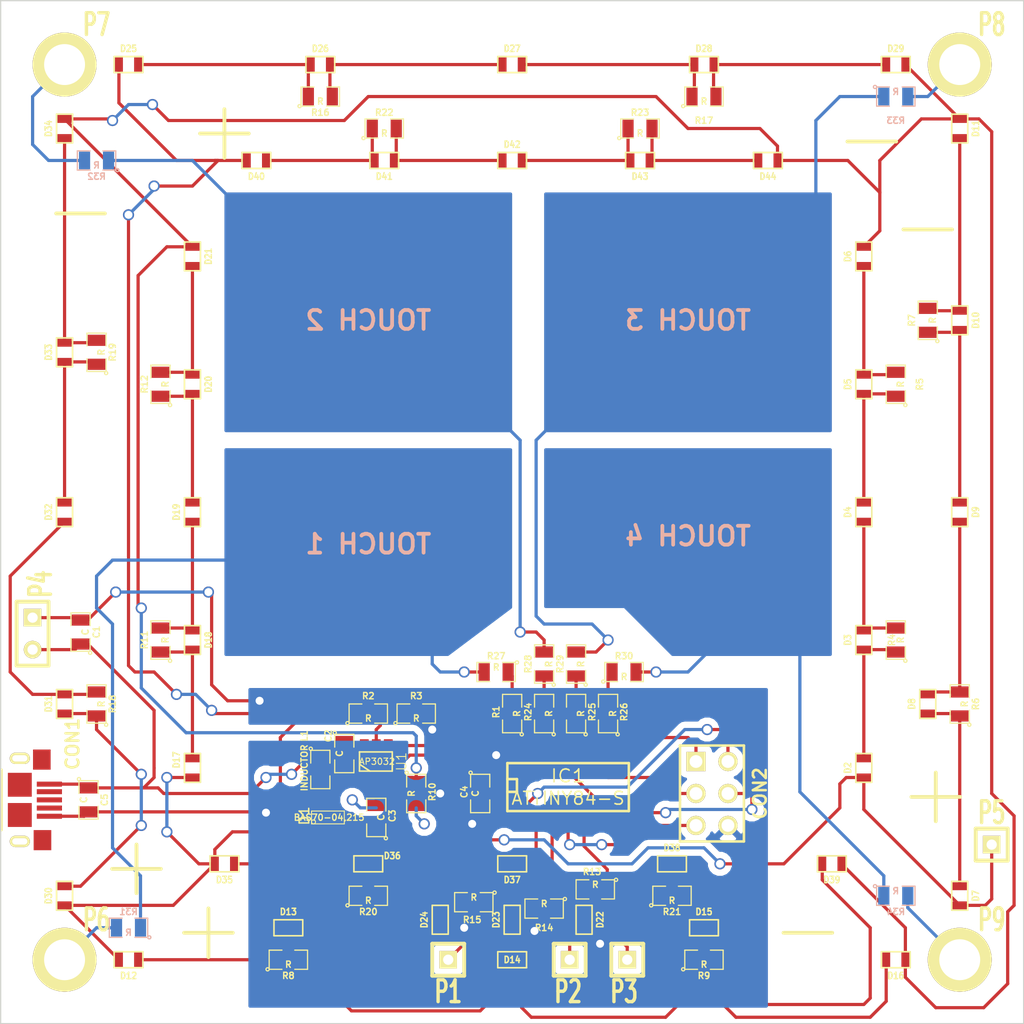
<source format=kicad_pcb>
(kicad_pcb (version 3) (host pcbnew "(2013-07-07 BZR 4022)-stable")

  (general
    (links 141)
    (no_connects 0)
    (area 157.199999 137.109999 239.987666 218.490001)
    (thickness 1.6)
    (drawings 16)
    (tracks 492)
    (zones 0)
    (modules 97)
    (nets 66)
  )

  (page A3)
  (layers
    (15 F.Cu signal)
    (0 B.Cu signal)
    (16 B.Adhes user)
    (17 F.Adhes user)
    (18 B.Paste user)
    (19 F.Paste user)
    (20 B.SilkS user)
    (21 F.SilkS user)
    (22 B.Mask user)
    (23 F.Mask user)
    (24 Dwgs.User user)
    (25 Cmts.User user)
    (26 Eco1.User user)
    (27 Eco2.User user)
    (28 Edge.Cuts user)
  )

  (setup
    (last_trace_width 0.254)
    (trace_clearance 0.254)
    (zone_clearance 0.508)
    (zone_45_only no)
    (trace_min 0.254)
    (segment_width 0.2)
    (edge_width 0.1)
    (via_size 0.889)
    (via_drill 0.635)
    (via_min_size 0.889)
    (via_min_drill 0.508)
    (uvia_size 0.508)
    (uvia_drill 0.127)
    (uvias_allowed no)
    (uvia_min_size 0.508)
    (uvia_min_drill 0.127)
    (pcb_text_width 0.3)
    (pcb_text_size 1.5 1.5)
    (mod_edge_width 0.15)
    (mod_text_size 1 1)
    (mod_text_width 0.15)
    (pad_size 5.08 5.08)
    (pad_drill 3.2512)
    (pad_to_mask_clearance 0)
    (aux_axis_origin 0 0)
    (visible_elements 7FFF7FFF)
    (pcbplotparams
      (layerselection 284196865)
      (usegerberextensions true)
      (excludeedgelayer true)
      (linewidth 0.150000)
      (plotframeref false)
      (viasonmask false)
      (mode 1)
      (useauxorigin false)
      (hpglpennumber 1)
      (hpglpenspeed 20)
      (hpglpendiameter 15)
      (hpglpenoverlay 2)
      (psnegative false)
      (psa4output false)
      (plotreference true)
      (plotvalue false)
      (plotothertext true)
      (plotinvisibletext false)
      (padsonsilk false)
      (subtractmaskfromsilk true)
      (outputformat 1)
      (mirror false)
      (drillshape 0)
      (scaleselection 1)
      (outputdirectory "../Fabrication files/"))
  )

  (net 0 "")
  (net 1 /LEDPOWER)
  (net 2 /LEDSENSE)
  (net 3 /MISO)
  (net 4 /MOSI)
  (net 5 /RST)
  (net 6 /SCK)
  (net 7 /TOUCH_SENSE)
  (net 8 /TOUCH_SENSE_2)
  (net 9 /TOUCH_SENSE_3)
  (net 10 /TOUCH_SENSE_4)
  (net 11 GND)
  (net 12 N-000001)
  (net 13 N-0000010)
  (net 14 N-0000011)
  (net 15 N-0000012)
  (net 16 N-0000013)
  (net 17 N-0000014)
  (net 18 N-0000015)
  (net 19 N-0000017)
  (net 20 N-0000018)
  (net 21 N-0000019)
  (net 22 N-000002)
  (net 23 N-0000020)
  (net 24 N-0000022)
  (net 25 N-0000023)
  (net 26 N-0000024)
  (net 27 N-0000025)
  (net 28 N-0000026)
  (net 29 N-0000027)
  (net 30 N-0000029)
  (net 31 N-000003)
  (net 32 N-0000030)
  (net 33 N-0000032)
  (net 34 N-0000034)
  (net 35 N-0000036)
  (net 36 N-0000038)
  (net 37 N-0000039)
  (net 38 N-000004)
  (net 39 N-0000040)
  (net 40 N-0000041)
  (net 41 N-0000042)
  (net 42 N-0000043)
  (net 43 N-0000044)
  (net 44 N-0000045)
  (net 45 N-0000047)
  (net 46 N-000005)
  (net 47 N-0000055)
  (net 48 N-0000059)
  (net 49 N-000006)
  (net 50 N-0000060)
  (net 51 N-0000061)
  (net 52 N-0000062)
  (net 53 N-0000063)
  (net 54 N-0000064)
  (net 55 N-0000065)
  (net 56 N-0000067)
  (net 57 N-0000069)
  (net 58 N-000007)
  (net 59 N-0000070)
  (net 60 N-0000071)
  (net 61 N-0000072)
  (net 62 N-0000073)
  (net 63 N-000008)
  (net 64 N-000009)
  (net 65 VCC)

  (net_class Default "This is the default net class."
    (clearance 0.254)
    (trace_width 0.254)
    (via_dia 0.889)
    (via_drill 0.635)
    (uvia_dia 0.508)
    (uvia_drill 0.127)
    (add_net "")
    (add_net /LEDPOWER)
    (add_net /LEDSENSE)
    (add_net /MISO)
    (add_net /MOSI)
    (add_net /RST)
    (add_net /SCK)
    (add_net /TOUCH_SENSE)
    (add_net /TOUCH_SENSE_2)
    (add_net /TOUCH_SENSE_3)
    (add_net /TOUCH_SENSE_4)
    (add_net GND)
    (add_net N-000001)
    (add_net N-0000010)
    (add_net N-0000011)
    (add_net N-0000012)
    (add_net N-0000013)
    (add_net N-0000014)
    (add_net N-0000015)
    (add_net N-0000017)
    (add_net N-0000018)
    (add_net N-0000019)
    (add_net N-000002)
    (add_net N-0000020)
    (add_net N-0000022)
    (add_net N-0000023)
    (add_net N-0000024)
    (add_net N-0000025)
    (add_net N-0000026)
    (add_net N-0000027)
    (add_net N-0000029)
    (add_net N-000003)
    (add_net N-0000030)
    (add_net N-0000032)
    (add_net N-0000034)
    (add_net N-0000036)
    (add_net N-0000038)
    (add_net N-0000039)
    (add_net N-000004)
    (add_net N-0000040)
    (add_net N-0000041)
    (add_net N-0000042)
    (add_net N-0000043)
    (add_net N-0000044)
    (add_net N-0000045)
    (add_net N-0000047)
    (add_net N-000005)
    (add_net N-0000055)
    (add_net N-0000059)
    (add_net N-000006)
    (add_net N-0000060)
    (add_net N-0000061)
    (add_net N-0000062)
    (add_net N-0000063)
    (add_net N-0000064)
    (add_net N-0000065)
    (add_net N-0000067)
    (add_net N-0000069)
    (add_net N-000007)
    (add_net N-0000070)
    (add_net N-0000071)
    (add_net N-0000072)
    (add_net N-0000073)
    (add_net N-000008)
    (add_net N-000009)
    (add_net VCC)
  )

  (module USB_MINI_B_s (layer F.Cu) (tedit 56114D85) (tstamp 56035001)
    (at 159.004 200.66 270)
    (descr "SAM USB Mini-B 5-pin SMD connector")
    (tags "USB, Mini-B, connector")
    (path /56035475)
    (fp_text reference CON1 (at -4.445 -4.191 270) (layer F.SilkS)
      (effects (font (size 1.016 1.016) (thickness 0.2032)))
    )
    (fp_text value USB-MINI-B (at 4 -5 270) (layer F.SilkS) hide
      (effects (font (size 1.016 1.016) (thickness 0.2032)))
    )
    (fp_line (start -2.4 1.45) (end 2.4 1.45) (layer F.SilkS) (width 0.2))
    (pad 3 smd rect (at 0 -2.35 270) (size 0.4 2)
      (layers F.Cu F.Paste F.Mask)
    )
    (pad 4 smd rect (at 0.65 -2.35 270) (size 0.4 2)
      (layers F.Cu F.Paste F.Mask)
    )
    (pad 5 smd rect (at 1.3 -2.35 270) (size 0.4 2)
      (layers F.Cu F.Paste F.Mask)
      (net 11 GND)
    )
    (pad 2 smd rect (at -0.65 -2.35 270) (size 0.4 2)
      (layers F.Cu F.Paste F.Mask)
    )
    (pad 1 smd rect (at -1.25 -2.35 270) (size 0.4 2)
      (layers F.Cu F.Paste F.Mask)
      (net 65 VCC)
    )
    (pad ~ smd rect (at 3.2 -1.8 270) (size 1.6 1.4)
      (layers F.Cu F.Paste F.Mask)
    )
    (pad ~ smd rect (at -3.2 -1.75 270) (size 1.6 1.4)
      (layers F.Cu F.Paste F.Mask)
    )
    (pad ~ smd rect (at 1.2 0 270) (size 1.9 1.9)
      (layers F.Cu F.Paste F.Mask)
    )
    (pad ~ smd rect (at -1.2 0 270) (size 1.9 1.9)
      (layers F.Cu F.Paste F.Mask)
    )
    (pad ~ thru_hole oval (at 3.3 0 270) (size 0.9 1.6) (drill oval 0.5 1.2)
      (layers *.Cu *.Mask F.SilkS)
    )
    (pad ~ thru_hole oval (at -3.3 0 270) (size 0.9 1.6) (drill oval 0.5 1.2)
      (layers *.Cu *.Mask F.SilkS)
    )
  )

  (module SOT23_6 (layer F.Cu) (tedit 4ECF791C) (tstamp 56035010)
    (at 187.325 197.612)
    (path /560346C4)
    (fp_text reference U1 (at 1.99898 0 90) (layer F.SilkS)
      (effects (font (size 0.762 0.762) (thickness 0.0762)))
    )
    (fp_text value AP3032 (at 0.0635 0) (layer F.SilkS)
      (effects (font (size 0.50038 0.50038) (thickness 0.0762)))
    )
    (fp_line (start -0.508 0.762) (end -1.27 0.254) (layer F.SilkS) (width 0.127))
    (fp_line (start 1.27 0.762) (end -1.3335 0.762) (layer F.SilkS) (width 0.127))
    (fp_line (start -1.3335 0.762) (end -1.3335 -0.762) (layer F.SilkS) (width 0.127))
    (fp_line (start -1.3335 -0.762) (end 1.27 -0.762) (layer F.SilkS) (width 0.127))
    (fp_line (start 1.27 -0.762) (end 1.27 0.762) (layer F.SilkS) (width 0.127))
    (pad 6 smd rect (at -0.9525 -1.27) (size 0.70104 1.00076)
      (layers F.Cu F.Paste F.Mask)
      (net 65 VCC)
    )
    (pad 5 smd rect (at 0 -1.27) (size 0.70104 1.00076)
      (layers F.Cu F.Paste F.Mask)
      (net 40 N-0000041)
    )
    (pad 4 smd rect (at 0.9525 -1.27) (size 0.70104 1.00076)
      (layers F.Cu F.Paste F.Mask)
      (net 45 N-0000047)
    )
    (pad 3 smd rect (at 0.9525 1.27) (size 0.70104 1.00076)
      (layers F.Cu F.Paste F.Mask)
      (net 2 /LEDSENSE)
    )
    (pad 2 smd rect (at 0 1.27) (size 0.70104 1.00076)
      (layers F.Cu F.Paste F.Mask)
      (net 11 GND)
    )
    (pad 1 smd rect (at -0.9525 1.27) (size 0.70104 1.00076)
      (layers F.Cu F.Paste F.Mask)
      (net 56 N-0000067)
    )
    (model smd/SOT23_6.wrl
      (at (xyz 0 0 0))
      (scale (xyz 0.11 0.11 0.11))
      (rotate (xyz 0 0 0))
    )
  )

  (module SOT23 (layer F.Cu) (tedit 56114D22) (tstamp 5603501C)
    (at 183.515 202.057)
    (tags SOT23)
    (path /56034C07)
    (fp_text reference D1 (at -1.905 -0.127 90) (layer F.SilkS)
      (effects (font (size 0.762 0.762) (thickness 0.11938)))
    )
    (fp_text value BAS70-04,215 (at 0.0635 0) (layer F.SilkS)
      (effects (font (size 0.50038 0.50038) (thickness 0.09906)))
    )
    (fp_circle (center -1.17602 0.35052) (end -1.30048 0.44958) (layer F.SilkS) (width 0.07874))
    (fp_line (start 1.27 -0.508) (end 1.27 0.508) (layer F.SilkS) (width 0.07874))
    (fp_line (start -1.3335 -0.508) (end -1.3335 0.508) (layer F.SilkS) (width 0.07874))
    (fp_line (start 1.27 0.508) (end -1.3335 0.508) (layer F.SilkS) (width 0.07874))
    (fp_line (start -1.3335 -0.508) (end 1.27 -0.508) (layer F.SilkS) (width 0.07874))
    (pad 3 smd rect (at 0 -1.09982) (size 0.8001 1.00076)
      (layers F.Cu F.Paste F.Mask)
      (net 56 N-0000067)
    )
    (pad 2 smd rect (at 0.9525 1.09982) (size 0.8001 1.00076)
      (layers F.Cu F.Paste F.Mask)
      (net 1 /LEDPOWER)
    )
    (pad 1 smd rect (at -0.9525 1.09982) (size 0.8001 1.00076)
      (layers F.Cu F.Paste F.Mask)
    )
    (model smd\SOT23_3.wrl
      (at (xyz 0 0 0))
      (scale (xyz 0.4 0.4 0.4))
      (rotate (xyz 0 0 180))
    )
  )

  (module SM0805 (layer F.Cu) (tedit 56114D25) (tstamp 56035029)
    (at 187.325 202.057 90)
    (path /56034E17)
    (attr smd)
    (fp_text reference C3 (at 0.127 1.27 90) (layer F.SilkS)
      (effects (font (size 0.50038 0.50038) (thickness 0.10922)))
    )
    (fp_text value C (at 0 0.381 90) (layer F.SilkS)
      (effects (font (size 0.50038 0.50038) (thickness 0.10922)))
    )
    (fp_circle (center -1.651 0.762) (end -1.651 0.635) (layer F.SilkS) (width 0.09906))
    (fp_line (start -0.508 0.762) (end -1.524 0.762) (layer F.SilkS) (width 0.09906))
    (fp_line (start -1.524 0.762) (end -1.524 -0.762) (layer F.SilkS) (width 0.09906))
    (fp_line (start -1.524 -0.762) (end -0.508 -0.762) (layer F.SilkS) (width 0.09906))
    (fp_line (start 0.508 -0.762) (end 1.524 -0.762) (layer F.SilkS) (width 0.09906))
    (fp_line (start 1.524 -0.762) (end 1.524 0.762) (layer F.SilkS) (width 0.09906))
    (fp_line (start 1.524 0.762) (end 0.508 0.762) (layer F.SilkS) (width 0.09906))
    (pad 1 smd rect (at -0.9525 0 90) (size 0.889 1.397)
      (layers F.Cu F.Paste F.Mask)
      (net 1 /LEDPOWER)
    )
    (pad 2 smd rect (at 0.9525 0 90) (size 0.889 1.397)
      (layers F.Cu F.Paste F.Mask)
      (net 11 GND)
    )
    (model smd/chip_cms.wrl
      (at (xyz 0 0 0))
      (scale (xyz 0.1 0.1 0.1))
      (rotate (xyz 0 0 0))
    )
  )

  (module SM0805 (layer F.Cu) (tedit 56114D5D) (tstamp 56035036)
    (at 213.36 213.36)
    (path /560340D3)
    (attr smd)
    (fp_text reference R9 (at 0 1.27) (layer F.SilkS)
      (effects (font (size 0.50038 0.50038) (thickness 0.10922)))
    )
    (fp_text value R (at 0 0.381) (layer F.SilkS)
      (effects (font (size 0.50038 0.50038) (thickness 0.10922)))
    )
    (fp_circle (center -1.651 0.762) (end -1.651 0.635) (layer F.SilkS) (width 0.09906))
    (fp_line (start -0.508 0.762) (end -1.524 0.762) (layer F.SilkS) (width 0.09906))
    (fp_line (start -1.524 0.762) (end -1.524 -0.762) (layer F.SilkS) (width 0.09906))
    (fp_line (start -1.524 -0.762) (end -0.508 -0.762) (layer F.SilkS) (width 0.09906))
    (fp_line (start 0.508 -0.762) (end 1.524 -0.762) (layer F.SilkS) (width 0.09906))
    (fp_line (start 1.524 -0.762) (end 1.524 0.762) (layer F.SilkS) (width 0.09906))
    (fp_line (start 1.524 0.762) (end 0.508 0.762) (layer F.SilkS) (width 0.09906))
    (pad 1 smd rect (at -0.9525 0) (size 0.889 1.397)
      (layers F.Cu F.Paste F.Mask)
      (net 53 N-0000063)
    )
    (pad 2 smd rect (at 0.9525 0) (size 0.889 1.397)
      (layers F.Cu F.Paste F.Mask)
      (net 54 N-0000064)
    )
    (model smd/chip_cms.wrl
      (at (xyz 0 0 0))
      (scale (xyz 0.1 0.1 0.1))
      (rotate (xyz 0 0 0))
    )
  )

  (module SM0805 (layer F.Cu) (tedit 56114F1E) (tstamp 56035043)
    (at 180.34 213.36)
    (path /560340CD)
    (attr smd)
    (fp_text reference R8 (at 0 1.27) (layer F.SilkS)
      (effects (font (size 0.50038 0.50038) (thickness 0.10922)))
    )
    (fp_text value R (at 0 0.381) (layer F.SilkS)
      (effects (font (size 0.50038 0.50038) (thickness 0.10922)))
    )
    (fp_circle (center -1.651 0.762) (end -1.651 0.635) (layer F.SilkS) (width 0.09906))
    (fp_line (start -0.508 0.762) (end -1.524 0.762) (layer F.SilkS) (width 0.09906))
    (fp_line (start -1.524 0.762) (end -1.524 -0.762) (layer F.SilkS) (width 0.09906))
    (fp_line (start -1.524 -0.762) (end -0.508 -0.762) (layer F.SilkS) (width 0.09906))
    (fp_line (start 0.508 -0.762) (end 1.524 -0.762) (layer F.SilkS) (width 0.09906))
    (fp_line (start 1.524 -0.762) (end 1.524 0.762) (layer F.SilkS) (width 0.09906))
    (fp_line (start 1.524 0.762) (end 0.508 0.762) (layer F.SilkS) (width 0.09906))
    (pad 1 smd rect (at -0.9525 0) (size 0.889 1.397)
      (layers F.Cu F.Paste F.Mask)
      (net 51 N-0000061)
    )
    (pad 2 smd rect (at 0.9525 0) (size 0.889 1.397)
      (layers F.Cu F.Paste F.Mask)
      (net 52 N-0000062)
    )
    (model smd/chip_cms.wrl
      (at (xyz 0 0 0))
      (scale (xyz 0.1 0.1 0.1))
      (rotate (xyz 0 0 0))
    )
  )

  (module SM0805 (layer F.Cu) (tedit 56114D91) (tstamp 56035050)
    (at 170.18 187.96 90)
    (path /5603410F)
    (attr smd)
    (fp_text reference R11 (at 0 -1.27 90) (layer F.SilkS)
      (effects (font (size 0.50038 0.50038) (thickness 0.10922)))
    )
    (fp_text value R (at 0 0.381 90) (layer F.SilkS)
      (effects (font (size 0.50038 0.50038) (thickness 0.10922)))
    )
    (fp_circle (center -1.651 0.762) (end -1.651 0.635) (layer F.SilkS) (width 0.09906))
    (fp_line (start -0.508 0.762) (end -1.524 0.762) (layer F.SilkS) (width 0.09906))
    (fp_line (start -1.524 0.762) (end -1.524 -0.762) (layer F.SilkS) (width 0.09906))
    (fp_line (start -1.524 -0.762) (end -0.508 -0.762) (layer F.SilkS) (width 0.09906))
    (fp_line (start 0.508 -0.762) (end 1.524 -0.762) (layer F.SilkS) (width 0.09906))
    (fp_line (start 1.524 -0.762) (end 1.524 0.762) (layer F.SilkS) (width 0.09906))
    (fp_line (start 1.524 0.762) (end 0.508 0.762) (layer F.SilkS) (width 0.09906))
    (pad 1 smd rect (at -0.9525 0 90) (size 0.889 1.397)
      (layers F.Cu F.Paste F.Mask)
      (net 42 N-0000043)
    )
    (pad 2 smd rect (at 0.9525 0 90) (size 0.889 1.397)
      (layers F.Cu F.Paste F.Mask)
      (net 43 N-0000044)
    )
    (model smd/chip_cms.wrl
      (at (xyz 0 0 0))
      (scale (xyz 0.1 0.1 0.1))
      (rotate (xyz 0 0 0))
    )
  )

  (module SM0805 (layer F.Cu) (tedit 56114DA7) (tstamp 5603505D)
    (at 170.18 167.64 90)
    (path /56034115)
    (attr smd)
    (fp_text reference R12 (at 0 -1.27 90) (layer F.SilkS)
      (effects (font (size 0.50038 0.50038) (thickness 0.10922)))
    )
    (fp_text value R (at 0 0.381 90) (layer F.SilkS)
      (effects (font (size 0.50038 0.50038) (thickness 0.10922)))
    )
    (fp_circle (center -1.651 0.762) (end -1.651 0.635) (layer F.SilkS) (width 0.09906))
    (fp_line (start -0.508 0.762) (end -1.524 0.762) (layer F.SilkS) (width 0.09906))
    (fp_line (start -1.524 0.762) (end -1.524 -0.762) (layer F.SilkS) (width 0.09906))
    (fp_line (start -1.524 -0.762) (end -0.508 -0.762) (layer F.SilkS) (width 0.09906))
    (fp_line (start 0.508 -0.762) (end 1.524 -0.762) (layer F.SilkS) (width 0.09906))
    (fp_line (start 1.524 -0.762) (end 1.524 0.762) (layer F.SilkS) (width 0.09906))
    (fp_line (start 1.524 0.762) (end 0.508 0.762) (layer F.SilkS) (width 0.09906))
    (pad 1 smd rect (at -0.9525 0 90) (size 0.889 1.397)
      (layers F.Cu F.Paste F.Mask)
      (net 41 N-0000042)
    )
    (pad 2 smd rect (at 0.9525 0 90) (size 0.889 1.397)
      (layers F.Cu F.Paste F.Mask)
      (net 44 N-0000045)
    )
    (model smd/chip_cms.wrl
      (at (xyz 0 0 0))
      (scale (xyz 0.1 0.1 0.1))
      (rotate (xyz 0 0 0))
    )
  )

  (module SM0805 (layer F.Cu) (tedit 56114D02) (tstamp 5603506A)
    (at 182.88 198.247 270)
    (path /560349AB)
    (attr smd)
    (fp_text reference L1 (at -2.667 1.27 270) (layer F.SilkS)
      (effects (font (size 0.50038 0.50038) (thickness 0.10922)))
    )
    (fp_text value INDUCTOR (at -0.127 1.27 270) (layer F.SilkS)
      (effects (font (size 0.50038 0.50038) (thickness 0.10922)))
    )
    (fp_circle (center -1.651 0.762) (end -1.651 0.635) (layer F.SilkS) (width 0.09906))
    (fp_line (start -0.508 0.762) (end -1.524 0.762) (layer F.SilkS) (width 0.09906))
    (fp_line (start -1.524 0.762) (end -1.524 -0.762) (layer F.SilkS) (width 0.09906))
    (fp_line (start -1.524 -0.762) (end -0.508 -0.762) (layer F.SilkS) (width 0.09906))
    (fp_line (start 0.508 -0.762) (end 1.524 -0.762) (layer F.SilkS) (width 0.09906))
    (fp_line (start 1.524 -0.762) (end 1.524 0.762) (layer F.SilkS) (width 0.09906))
    (fp_line (start 1.524 0.762) (end 0.508 0.762) (layer F.SilkS) (width 0.09906))
    (pad 1 smd rect (at -0.9525 0 270) (size 0.889 1.397)
      (layers F.Cu F.Paste F.Mask)
      (net 65 VCC)
    )
    (pad 2 smd rect (at 0.9525 0 270) (size 0.889 1.397)
      (layers F.Cu F.Paste F.Mask)
      (net 56 N-0000067)
    )
    (model smd/chip_cms.wrl
      (at (xyz 0 0 0))
      (scale (xyz 0.1 0.1 0.1))
      (rotate (xyz 0 0 0))
    )
  )

  (module SM0805 (layer F.Cu) (tedit 56114D1E) (tstamp 56035077)
    (at 184.785 196.977 270)
    (path /56034D63)
    (attr smd)
    (fp_text reference C2 (at -1.397 1.27 270) (layer F.SilkS)
      (effects (font (size 0.50038 0.50038) (thickness 0.10922)))
    )
    (fp_text value C (at 0 0.381 270) (layer F.SilkS)
      (effects (font (size 0.50038 0.50038) (thickness 0.10922)))
    )
    (fp_circle (center -1.651 0.762) (end -1.651 0.635) (layer F.SilkS) (width 0.09906))
    (fp_line (start -0.508 0.762) (end -1.524 0.762) (layer F.SilkS) (width 0.09906))
    (fp_line (start -1.524 0.762) (end -1.524 -0.762) (layer F.SilkS) (width 0.09906))
    (fp_line (start -1.524 -0.762) (end -0.508 -0.762) (layer F.SilkS) (width 0.09906))
    (fp_line (start 0.508 -0.762) (end 1.524 -0.762) (layer F.SilkS) (width 0.09906))
    (fp_line (start 1.524 -0.762) (end 1.524 0.762) (layer F.SilkS) (width 0.09906))
    (fp_line (start 1.524 0.762) (end 0.508 0.762) (layer F.SilkS) (width 0.09906))
    (pad 1 smd rect (at -0.9525 0 270) (size 0.889 1.397)
      (layers F.Cu F.Paste F.Mask)
      (net 65 VCC)
    )
    (pad 2 smd rect (at 0.9525 0 270) (size 0.889 1.397)
      (layers F.Cu F.Paste F.Mask)
      (net 11 GND)
    )
    (model smd/chip_cms.wrl
      (at (xyz 0 0 0))
      (scale (xyz 0.1 0.1 0.1))
      (rotate (xyz 0 0 0))
    )
  )

  (module SM0805 (layer F.Cu) (tedit 56114DEC) (tstamp 56035084)
    (at 231.14 162.56 90)
    (path /56034091)
    (attr smd)
    (fp_text reference R7 (at 0 -1.27 90) (layer F.SilkS)
      (effects (font (size 0.50038 0.50038) (thickness 0.10922)))
    )
    (fp_text value R (at 0 0.381 90) (layer F.SilkS)
      (effects (font (size 0.50038 0.50038) (thickness 0.10922)))
    )
    (fp_circle (center -1.651 0.762) (end -1.651 0.635) (layer F.SilkS) (width 0.09906))
    (fp_line (start -0.508 0.762) (end -1.524 0.762) (layer F.SilkS) (width 0.09906))
    (fp_line (start -1.524 0.762) (end -1.524 -0.762) (layer F.SilkS) (width 0.09906))
    (fp_line (start -1.524 -0.762) (end -0.508 -0.762) (layer F.SilkS) (width 0.09906))
    (fp_line (start 0.508 -0.762) (end 1.524 -0.762) (layer F.SilkS) (width 0.09906))
    (fp_line (start 1.524 -0.762) (end 1.524 0.762) (layer F.SilkS) (width 0.09906))
    (fp_line (start 1.524 0.762) (end 0.508 0.762) (layer F.SilkS) (width 0.09906))
    (pad 1 smd rect (at -0.9525 0 90) (size 0.889 1.397)
      (layers F.Cu F.Paste F.Mask)
      (net 62 N-0000073)
    )
    (pad 2 smd rect (at 0.9525 0 90) (size 0.889 1.397)
      (layers F.Cu F.Paste F.Mask)
      (net 61 N-0000072)
    )
    (model smd/chip_cms.wrl
      (at (xyz 0 0 0))
      (scale (xyz 0.1 0.1 0.1))
      (rotate (xyz 0 0 0))
    )
  )

  (module SM0805 (layer F.Cu) (tedit 56114E01) (tstamp 56035091)
    (at 233.68 193.04 90)
    (path /5603408B)
    (attr smd)
    (fp_text reference R6 (at 0 1.27 90) (layer F.SilkS)
      (effects (font (size 0.50038 0.50038) (thickness 0.10922)))
    )
    (fp_text value R (at 0 0.381 90) (layer F.SilkS)
      (effects (font (size 0.50038 0.50038) (thickness 0.10922)))
    )
    (fp_circle (center -1.651 0.762) (end -1.651 0.635) (layer F.SilkS) (width 0.09906))
    (fp_line (start -0.508 0.762) (end -1.524 0.762) (layer F.SilkS) (width 0.09906))
    (fp_line (start -1.524 0.762) (end -1.524 -0.762) (layer F.SilkS) (width 0.09906))
    (fp_line (start -1.524 -0.762) (end -0.508 -0.762) (layer F.SilkS) (width 0.09906))
    (fp_line (start 0.508 -0.762) (end 1.524 -0.762) (layer F.SilkS) (width 0.09906))
    (fp_line (start 1.524 -0.762) (end 1.524 0.762) (layer F.SilkS) (width 0.09906))
    (fp_line (start 1.524 0.762) (end 0.508 0.762) (layer F.SilkS) (width 0.09906))
    (pad 1 smd rect (at -0.9525 0 90) (size 0.889 1.397)
      (layers F.Cu F.Paste F.Mask)
      (net 60 N-0000071)
    )
    (pad 2 smd rect (at 0.9525 0 90) (size 0.889 1.397)
      (layers F.Cu F.Paste F.Mask)
      (net 59 N-0000070)
    )
    (model smd/chip_cms.wrl
      (at (xyz 0 0 0))
      (scale (xyz 0.1 0.1 0.1))
      (rotate (xyz 0 0 0))
    )
  )

  (module SM0805 (layer F.Cu) (tedit 56114D26) (tstamp 5603509E)
    (at 190.5 200.152 270)
    (path /5603506E)
    (attr smd)
    (fp_text reference R10 (at -0.127 -1.27 270) (layer F.SilkS)
      (effects (font (size 0.50038 0.50038) (thickness 0.10922)))
    )
    (fp_text value R (at 0 0.381 270) (layer F.SilkS)
      (effects (font (size 0.50038 0.50038) (thickness 0.10922)))
    )
    (fp_circle (center -1.651 0.762) (end -1.651 0.635) (layer F.SilkS) (width 0.09906))
    (fp_line (start -0.508 0.762) (end -1.524 0.762) (layer F.SilkS) (width 0.09906))
    (fp_line (start -1.524 0.762) (end -1.524 -0.762) (layer F.SilkS) (width 0.09906))
    (fp_line (start -1.524 -0.762) (end -0.508 -0.762) (layer F.SilkS) (width 0.09906))
    (fp_line (start 0.508 -0.762) (end 1.524 -0.762) (layer F.SilkS) (width 0.09906))
    (fp_line (start 1.524 -0.762) (end 1.524 0.762) (layer F.SilkS) (width 0.09906))
    (fp_line (start 1.524 0.762) (end 0.508 0.762) (layer F.SilkS) (width 0.09906))
    (pad 1 smd rect (at -0.9525 0 270) (size 0.889 1.397)
      (layers F.Cu F.Paste F.Mask)
      (net 2 /LEDSENSE)
    )
    (pad 2 smd rect (at 0.9525 0 270) (size 0.889 1.397)
      (layers F.Cu F.Paste F.Mask)
      (net 11 GND)
    )
    (model smd/chip_cms.wrl
      (at (xyz 0 0 0))
      (scale (xyz 0.1 0.1 0.1))
      (rotate (xyz 0 0 0))
    )
  )

  (module SM0805 (layer F.Cu) (tedit 56114D2D) (tstamp 560350AB)
    (at 186.69 193.802)
    (path /560352AB)
    (attr smd)
    (fp_text reference R2 (at 0 -1.397) (layer F.SilkS)
      (effects (font (size 0.50038 0.50038) (thickness 0.10922)))
    )
    (fp_text value R (at 0 0.381) (layer F.SilkS)
      (effects (font (size 0.50038 0.50038) (thickness 0.10922)))
    )
    (fp_circle (center -1.651 0.762) (end -1.651 0.635) (layer F.SilkS) (width 0.09906))
    (fp_line (start -0.508 0.762) (end -1.524 0.762) (layer F.SilkS) (width 0.09906))
    (fp_line (start -1.524 0.762) (end -1.524 -0.762) (layer F.SilkS) (width 0.09906))
    (fp_line (start -1.524 -0.762) (end -0.508 -0.762) (layer F.SilkS) (width 0.09906))
    (fp_line (start 0.508 -0.762) (end 1.524 -0.762) (layer F.SilkS) (width 0.09906))
    (fp_line (start 1.524 -0.762) (end 1.524 0.762) (layer F.SilkS) (width 0.09906))
    (fp_line (start 1.524 0.762) (end 0.508 0.762) (layer F.SilkS) (width 0.09906))
    (pad 1 smd rect (at -0.9525 0) (size 0.889 1.397)
      (layers F.Cu F.Paste F.Mask)
      (net 1 /LEDPOWER)
    )
    (pad 2 smd rect (at 0.9525 0) (size 0.889 1.397)
      (layers F.Cu F.Paste F.Mask)
      (net 40 N-0000041)
    )
    (model smd/chip_cms.wrl
      (at (xyz 0 0 0))
      (scale (xyz 0.1 0.1 0.1))
      (rotate (xyz 0 0 0))
    )
  )

  (module SM0805 (layer F.Cu) (tedit 56114D2F) (tstamp 560350B8)
    (at 190.5 193.802)
    (path /5603532B)
    (attr smd)
    (fp_text reference R3 (at 0 -1.397) (layer F.SilkS)
      (effects (font (size 0.50038 0.50038) (thickness 0.10922)))
    )
    (fp_text value R (at 0 0.381) (layer F.SilkS)
      (effects (font (size 0.50038 0.50038) (thickness 0.10922)))
    )
    (fp_circle (center -1.651 0.762) (end -1.651 0.635) (layer F.SilkS) (width 0.09906))
    (fp_line (start -0.508 0.762) (end -1.524 0.762) (layer F.SilkS) (width 0.09906))
    (fp_line (start -1.524 0.762) (end -1.524 -0.762) (layer F.SilkS) (width 0.09906))
    (fp_line (start -1.524 -0.762) (end -0.508 -0.762) (layer F.SilkS) (width 0.09906))
    (fp_line (start 0.508 -0.762) (end 1.524 -0.762) (layer F.SilkS) (width 0.09906))
    (fp_line (start 1.524 -0.762) (end 1.524 0.762) (layer F.SilkS) (width 0.09906))
    (fp_line (start 1.524 0.762) (end 0.508 0.762) (layer F.SilkS) (width 0.09906))
    (pad 1 smd rect (at -0.9525 0) (size 0.889 1.397)
      (layers F.Cu F.Paste F.Mask)
      (net 40 N-0000041)
    )
    (pad 2 smd rect (at 0.9525 0) (size 0.889 1.397)
      (layers F.Cu F.Paste F.Mask)
      (net 11 GND)
    )
    (model smd/chip_cms.wrl
      (at (xyz 0 0 0))
      (scale (xyz 0.1 0.1 0.1))
      (rotate (xyz 0 0 0))
    )
  )

  (module SM0805 (layer F.Cu) (tedit 56114DF1) (tstamp 560350C5)
    (at 228.6 167.64 90)
    (path /56033F54)
    (attr smd)
    (fp_text reference R5 (at 0 1.905 90) (layer F.SilkS)
      (effects (font (size 0.50038 0.50038) (thickness 0.10922)))
    )
    (fp_text value R (at 0 0.381 90) (layer F.SilkS)
      (effects (font (size 0.50038 0.50038) (thickness 0.10922)))
    )
    (fp_circle (center -1.651 0.762) (end -1.651 0.635) (layer F.SilkS) (width 0.09906))
    (fp_line (start -0.508 0.762) (end -1.524 0.762) (layer F.SilkS) (width 0.09906))
    (fp_line (start -1.524 0.762) (end -1.524 -0.762) (layer F.SilkS) (width 0.09906))
    (fp_line (start -1.524 -0.762) (end -0.508 -0.762) (layer F.SilkS) (width 0.09906))
    (fp_line (start 0.508 -0.762) (end 1.524 -0.762) (layer F.SilkS) (width 0.09906))
    (fp_line (start 1.524 -0.762) (end 1.524 0.762) (layer F.SilkS) (width 0.09906))
    (fp_line (start 1.524 0.762) (end 0.508 0.762) (layer F.SilkS) (width 0.09906))
    (pad 1 smd rect (at -0.9525 0 90) (size 0.889 1.397)
      (layers F.Cu F.Paste F.Mask)
      (net 57 N-0000069)
    )
    (pad 2 smd rect (at 0.9525 0 90) (size 0.889 1.397)
      (layers F.Cu F.Paste F.Mask)
      (net 55 N-0000065)
    )
    (model smd/chip_cms.wrl
      (at (xyz 0 0 0))
      (scale (xyz 0.1 0.1 0.1))
      (rotate (xyz 0 0 0))
    )
  )

  (module SM0805 (layer F.Cu) (tedit 5091495C) (tstamp 560350D2)
    (at 228.6 187.96 90)
    (path /56033F47)
    (attr smd)
    (fp_text reference R4 (at 0 -0.3175 90) (layer F.SilkS)
      (effects (font (size 0.50038 0.50038) (thickness 0.10922)))
    )
    (fp_text value R (at 0 0.381 90) (layer F.SilkS)
      (effects (font (size 0.50038 0.50038) (thickness 0.10922)))
    )
    (fp_circle (center -1.651 0.762) (end -1.651 0.635) (layer F.SilkS) (width 0.09906))
    (fp_line (start -0.508 0.762) (end -1.524 0.762) (layer F.SilkS) (width 0.09906))
    (fp_line (start -1.524 0.762) (end -1.524 -0.762) (layer F.SilkS) (width 0.09906))
    (fp_line (start -1.524 -0.762) (end -0.508 -0.762) (layer F.SilkS) (width 0.09906))
    (fp_line (start 0.508 -0.762) (end 1.524 -0.762) (layer F.SilkS) (width 0.09906))
    (fp_line (start 1.524 -0.762) (end 1.524 0.762) (layer F.SilkS) (width 0.09906))
    (fp_line (start 1.524 0.762) (end 0.508 0.762) (layer F.SilkS) (width 0.09906))
    (pad 1 smd rect (at -0.9525 0 90) (size 0.889 1.397)
      (layers F.Cu F.Paste F.Mask)
      (net 48 N-0000059)
    )
    (pad 2 smd rect (at 0.9525 0 90) (size 0.889 1.397)
      (layers F.Cu F.Paste F.Mask)
      (net 50 N-0000060)
    )
    (model smd/chip_cms.wrl
      (at (xyz 0 0 0))
      (scale (xyz 0.1 0.1 0.1))
      (rotate (xyz 0 0 0))
    )
  )

  (module SM0805 (layer F.Cu) (tedit 56114E9D) (tstamp 560350DF)
    (at 198.12 193.802 90)
    (path /560351E4)
    (attr smd)
    (fp_text reference R1 (at 0.127 -1.27 90) (layer F.SilkS)
      (effects (font (size 0.50038 0.50038) (thickness 0.10922)))
    )
    (fp_text value R (at 0 0.381 90) (layer F.SilkS)
      (effects (font (size 0.50038 0.50038) (thickness 0.10922)))
    )
    (fp_circle (center -1.651 0.762) (end -1.651 0.635) (layer F.SilkS) (width 0.09906))
    (fp_line (start -0.508 0.762) (end -1.524 0.762) (layer F.SilkS) (width 0.09906))
    (fp_line (start -1.524 0.762) (end -1.524 -0.762) (layer F.SilkS) (width 0.09906))
    (fp_line (start -1.524 -0.762) (end -0.508 -0.762) (layer F.SilkS) (width 0.09906))
    (fp_line (start 0.508 -0.762) (end 1.524 -0.762) (layer F.SilkS) (width 0.09906))
    (fp_line (start 1.524 -0.762) (end 1.524 0.762) (layer F.SilkS) (width 0.09906))
    (fp_line (start 1.524 0.762) (end 0.508 0.762) (layer F.SilkS) (width 0.09906))
    (pad 1 smd rect (at -0.9525 0 90) (size 0.889 1.397)
      (layers F.Cu F.Paste F.Mask)
      (net 47 N-0000055)
    )
    (pad 2 smd rect (at 0.9525 0 90) (size 0.889 1.397)
      (layers F.Cu F.Paste F.Mask)
      (net 32 N-0000030)
    )
    (model smd/chip_cms.wrl
      (at (xyz 0 0 0))
      (scale (xyz 0.1 0.1 0.1))
      (rotate (xyz 0 0 0))
    )
  )

  (module SM0805 (layer F.Cu) (tedit 56114D9D) (tstamp 560350EC)
    (at 163.83 187.325 90)
    (path /56035333)
    (attr smd)
    (fp_text reference C1 (at 0 1.27 90) (layer F.SilkS)
      (effects (font (size 0.50038 0.50038) (thickness 0.10922)))
    )
    (fp_text value C (at 0 0.381 90) (layer F.SilkS)
      (effects (font (size 0.50038 0.50038) (thickness 0.10922)))
    )
    (fp_circle (center -1.651 0.762) (end -1.651 0.635) (layer F.SilkS) (width 0.09906))
    (fp_line (start -0.508 0.762) (end -1.524 0.762) (layer F.SilkS) (width 0.09906))
    (fp_line (start -1.524 0.762) (end -1.524 -0.762) (layer F.SilkS) (width 0.09906))
    (fp_line (start -1.524 -0.762) (end -0.508 -0.762) (layer F.SilkS) (width 0.09906))
    (fp_line (start 0.508 -0.762) (end 1.524 -0.762) (layer F.SilkS) (width 0.09906))
    (fp_line (start 1.524 -0.762) (end 1.524 0.762) (layer F.SilkS) (width 0.09906))
    (fp_line (start 1.524 0.762) (end 0.508 0.762) (layer F.SilkS) (width 0.09906))
    (pad 1 smd rect (at -0.9525 0 90) (size 0.889 1.397)
      (layers F.Cu F.Paste F.Mask)
      (net 65 VCC)
    )
    (pad 2 smd rect (at 0.9525 0 90) (size 0.889 1.397)
      (layers F.Cu F.Paste F.Mask)
      (net 11 GND)
    )
    (model smd/chip_cms.wrl
      (at (xyz 0 0 0))
      (scale (xyz 0.1 0.1 0.1))
      (rotate (xyz 0 0 0))
    )
  )

  (module SM0603 (layer F.Cu) (tedit 56114DA5) (tstamp 560350F6)
    (at 172.72 167.64 90)
    (path /560340FF)
    (attr smd)
    (fp_text reference D20 (at 0 1.27 90) (layer F.SilkS)
      (effects (font (size 0.508 0.4572) (thickness 0.1143)))
    )
    (fp_text value LED (at 0 0 90) (layer F.SilkS) hide
      (effects (font (size 0.508 0.4572) (thickness 0.1143)))
    )
    (fp_line (start -1.143 -0.635) (end 1.143 -0.635) (layer F.SilkS) (width 0.127))
    (fp_line (start 1.143 -0.635) (end 1.143 0.635) (layer F.SilkS) (width 0.127))
    (fp_line (start 1.143 0.635) (end -1.143 0.635) (layer F.SilkS) (width 0.127))
    (fp_line (start -1.143 0.635) (end -1.143 -0.635) (layer F.SilkS) (width 0.127))
    (pad 1 smd rect (at -0.762 0 90) (size 0.635 1.143)
      (layers F.Cu F.Paste F.Mask)
      (net 41 N-0000042)
    )
    (pad 2 smd rect (at 0.762 0 90) (size 0.635 1.143)
      (layers F.Cu F.Paste F.Mask)
      (net 44 N-0000045)
    )
    (model smd\resistors\R0603.wrl
      (at (xyz 0 0 0.001))
      (scale (xyz 0.5 0.5 0.5))
      (rotate (xyz 0 0 0))
    )
  )

  (module SM0603 (layer F.Cu) (tedit 56114DF5) (tstamp 56035100)
    (at 226.06 177.8 90)
    (path /56033EAE)
    (attr smd)
    (fp_text reference D4 (at 0 -1.27 90) (layer F.SilkS)
      (effects (font (size 0.508 0.4572) (thickness 0.1143)))
    )
    (fp_text value LED (at 0 0 90) (layer F.SilkS) hide
      (effects (font (size 0.508 0.4572) (thickness 0.1143)))
    )
    (fp_line (start -1.143 -0.635) (end 1.143 -0.635) (layer F.SilkS) (width 0.127))
    (fp_line (start 1.143 -0.635) (end 1.143 0.635) (layer F.SilkS) (width 0.127))
    (fp_line (start 1.143 0.635) (end -1.143 0.635) (layer F.SilkS) (width 0.127))
    (fp_line (start -1.143 0.635) (end -1.143 -0.635) (layer F.SilkS) (width 0.127))
    (pad 1 smd rect (at -0.762 0 90) (size 0.635 1.143)
      (layers F.Cu F.Paste F.Mask)
      (net 50 N-0000060)
    )
    (pad 2 smd rect (at 0.762 0 90) (size 0.635 1.143)
      (layers F.Cu F.Paste F.Mask)
      (net 57 N-0000069)
    )
    (model smd\resistors\R0603.wrl
      (at (xyz 0 0 0.001))
      (scale (xyz 0.5 0.5 0.5))
      (rotate (xyz 0 0 0))
    )
  )

  (module SM0603 (layer F.Cu) (tedit 56114DAE) (tstamp 5603510A)
    (at 172.72 157.48 90)
    (path /56034105)
    (attr smd)
    (fp_text reference D21 (at 0 1.27 90) (layer F.SilkS)
      (effects (font (size 0.508 0.4572) (thickness 0.1143)))
    )
    (fp_text value LED (at 0 0 90) (layer F.SilkS) hide
      (effects (font (size 0.508 0.4572) (thickness 0.1143)))
    )
    (fp_line (start -1.143 -0.635) (end 1.143 -0.635) (layer F.SilkS) (width 0.127))
    (fp_line (start 1.143 -0.635) (end 1.143 0.635) (layer F.SilkS) (width 0.127))
    (fp_line (start 1.143 0.635) (end -1.143 0.635) (layer F.SilkS) (width 0.127))
    (fp_line (start -1.143 0.635) (end -1.143 -0.635) (layer F.SilkS) (width 0.127))
    (pad 1 smd rect (at -0.762 0 90) (size 0.635 1.143)
      (layers F.Cu F.Paste F.Mask)
      (net 44 N-0000045)
    )
    (pad 2 smd rect (at 0.762 0 90) (size 0.635 1.143)
      (layers F.Cu F.Paste F.Mask)
      (net 2 /LEDSENSE)
    )
    (model smd\resistors\R0603.wrl
      (at (xyz 0 0 0.001))
      (scale (xyz 0.5 0.5 0.5))
      (rotate (xyz 0 0 0))
    )
  )

  (module SM0603 (layer F.Cu) (tedit 56114DFD) (tstamp 56035114)
    (at 226.06 187.96 90)
    (path /56033EA8)
    (attr smd)
    (fp_text reference D3 (at 0 -1.27 90) (layer F.SilkS)
      (effects (font (size 0.508 0.4572) (thickness 0.1143)))
    )
    (fp_text value LED (at 0 0 90) (layer F.SilkS) hide
      (effects (font (size 0.508 0.4572) (thickness 0.1143)))
    )
    (fp_line (start -1.143 -0.635) (end 1.143 -0.635) (layer F.SilkS) (width 0.127))
    (fp_line (start 1.143 -0.635) (end 1.143 0.635) (layer F.SilkS) (width 0.127))
    (fp_line (start 1.143 0.635) (end -1.143 0.635) (layer F.SilkS) (width 0.127))
    (fp_line (start -1.143 0.635) (end -1.143 -0.635) (layer F.SilkS) (width 0.127))
    (pad 1 smd rect (at -0.762 0 90) (size 0.635 1.143)
      (layers F.Cu F.Paste F.Mask)
      (net 48 N-0000059)
    )
    (pad 2 smd rect (at 0.762 0 90) (size 0.635 1.143)
      (layers F.Cu F.Paste F.Mask)
      (net 50 N-0000060)
    )
    (model smd\resistors\R0603.wrl
      (at (xyz 0 0 0.001))
      (scale (xyz 0.5 0.5 0.5))
      (rotate (xyz 0 0 0))
    )
  )

  (module SM0603 (layer F.Cu) (tedit 56114E04) (tstamp 5603511E)
    (at 226.06 198.12 90)
    (path /56033E70)
    (attr smd)
    (fp_text reference D2 (at 0 -1.27 90) (layer F.SilkS)
      (effects (font (size 0.508 0.4572) (thickness 0.1143)))
    )
    (fp_text value LED (at 0 0 90) (layer F.SilkS) hide
      (effects (font (size 0.508 0.4572) (thickness 0.1143)))
    )
    (fp_line (start -1.143 -0.635) (end 1.143 -0.635) (layer F.SilkS) (width 0.127))
    (fp_line (start 1.143 -0.635) (end 1.143 0.635) (layer F.SilkS) (width 0.127))
    (fp_line (start 1.143 0.635) (end -1.143 0.635) (layer F.SilkS) (width 0.127))
    (fp_line (start -1.143 0.635) (end -1.143 -0.635) (layer F.SilkS) (width 0.127))
    (pad 1 smd rect (at -0.762 0 90) (size 0.635 1.143)
      (layers F.Cu F.Paste F.Mask)
      (net 1 /LEDPOWER)
    )
    (pad 2 smd rect (at 0.762 0 90) (size 0.635 1.143)
      (layers F.Cu F.Paste F.Mask)
      (net 48 N-0000059)
    )
    (model smd\resistors\R0603.wrl
      (at (xyz 0 0 0.001))
      (scale (xyz 0.5 0.5 0.5))
      (rotate (xyz 0 0 0))
    )
  )

  (module SM0603 (layer F.Cu) (tedit 56114DA2) (tstamp 56035128)
    (at 172.72 177.8 90)
    (path /560340F9)
    (attr smd)
    (fp_text reference D19 (at 0 -1.27 90) (layer F.SilkS)
      (effects (font (size 0.508 0.4572) (thickness 0.1143)))
    )
    (fp_text value LED (at 0 0 90) (layer F.SilkS) hide
      (effects (font (size 0.508 0.4572) (thickness 0.1143)))
    )
    (fp_line (start -1.143 -0.635) (end 1.143 -0.635) (layer F.SilkS) (width 0.127))
    (fp_line (start 1.143 -0.635) (end 1.143 0.635) (layer F.SilkS) (width 0.127))
    (fp_line (start 1.143 0.635) (end -1.143 0.635) (layer F.SilkS) (width 0.127))
    (fp_line (start -1.143 0.635) (end -1.143 -0.635) (layer F.SilkS) (width 0.127))
    (pad 1 smd rect (at -0.762 0 90) (size 0.635 1.143)
      (layers F.Cu F.Paste F.Mask)
      (net 43 N-0000044)
    )
    (pad 2 smd rect (at 0.762 0 90) (size 0.635 1.143)
      (layers F.Cu F.Paste F.Mask)
      (net 41 N-0000042)
    )
    (model smd\resistors\R0603.wrl
      (at (xyz 0 0 0.001))
      (scale (xyz 0.5 0.5 0.5))
      (rotate (xyz 0 0 0))
    )
  )

  (module SM0603 (layer F.Cu) (tedit 56114D8F) (tstamp 56035132)
    (at 172.72 187.96 90)
    (path /560340F3)
    (attr smd)
    (fp_text reference D18 (at 0 1.27 90) (layer F.SilkS)
      (effects (font (size 0.508 0.4572) (thickness 0.1143)))
    )
    (fp_text value LED (at 0 0 90) (layer F.SilkS) hide
      (effects (font (size 0.508 0.4572) (thickness 0.1143)))
    )
    (fp_line (start -1.143 -0.635) (end 1.143 -0.635) (layer F.SilkS) (width 0.127))
    (fp_line (start 1.143 -0.635) (end 1.143 0.635) (layer F.SilkS) (width 0.127))
    (fp_line (start 1.143 0.635) (end -1.143 0.635) (layer F.SilkS) (width 0.127))
    (fp_line (start -1.143 0.635) (end -1.143 -0.635) (layer F.SilkS) (width 0.127))
    (pad 1 smd rect (at -0.762 0 90) (size 0.635 1.143)
      (layers F.Cu F.Paste F.Mask)
      (net 42 N-0000043)
    )
    (pad 2 smd rect (at 0.762 0 90) (size 0.635 1.143)
      (layers F.Cu F.Paste F.Mask)
      (net 43 N-0000044)
    )
    (model smd\resistors\R0603.wrl
      (at (xyz 0 0 0.001))
      (scale (xyz 0.5 0.5 0.5))
      (rotate (xyz 0 0 0))
    )
  )

  (module SM0603 (layer F.Cu) (tedit 56114D8C) (tstamp 5603513C)
    (at 172.72 198.12 90)
    (path /560340ED)
    (attr smd)
    (fp_text reference D17 (at 0.635 -1.27 90) (layer F.SilkS)
      (effects (font (size 0.508 0.4572) (thickness 0.1143)))
    )
    (fp_text value LED (at 0 0 90) (layer F.SilkS) hide
      (effects (font (size 0.508 0.4572) (thickness 0.1143)))
    )
    (fp_line (start -1.143 -0.635) (end 1.143 -0.635) (layer F.SilkS) (width 0.127))
    (fp_line (start 1.143 -0.635) (end 1.143 0.635) (layer F.SilkS) (width 0.127))
    (fp_line (start 1.143 0.635) (end -1.143 0.635) (layer F.SilkS) (width 0.127))
    (fp_line (start -1.143 0.635) (end -1.143 -0.635) (layer F.SilkS) (width 0.127))
    (pad 1 smd rect (at -0.762 0 90) (size 0.635 1.143)
      (layers F.Cu F.Paste F.Mask)
      (net 1 /LEDPOWER)
    )
    (pad 2 smd rect (at 0.762 0 90) (size 0.635 1.143)
      (layers F.Cu F.Paste F.Mask)
      (net 42 N-0000043)
    )
    (model smd\resistors\R0603.wrl
      (at (xyz 0 0 0.001))
      (scale (xyz 0.5 0.5 0.5))
      (rotate (xyz 0 0 0))
    )
  )

  (module SM0603 (layer F.Cu) (tedit 56114D6F) (tstamp 56035146)
    (at 228.6 213.36)
    (path /560340C3)
    (attr smd)
    (fp_text reference D16 (at 0 1.27) (layer F.SilkS)
      (effects (font (size 0.508 0.4572) (thickness 0.1143)))
    )
    (fp_text value LED (at 0 0) (layer F.SilkS) hide
      (effects (font (size 0.508 0.4572) (thickness 0.1143)))
    )
    (fp_line (start -1.143 -0.635) (end 1.143 -0.635) (layer F.SilkS) (width 0.127))
    (fp_line (start 1.143 -0.635) (end 1.143 0.635) (layer F.SilkS) (width 0.127))
    (fp_line (start 1.143 0.635) (end -1.143 0.635) (layer F.SilkS) (width 0.127))
    (fp_line (start -1.143 0.635) (end -1.143 -0.635) (layer F.SilkS) (width 0.127))
    (pad 1 smd rect (at -0.762 0) (size 0.635 1.143)
      (layers F.Cu F.Paste F.Mask)
      (net 54 N-0000064)
    )
    (pad 2 smd rect (at 0.762 0) (size 0.635 1.143)
      (layers F.Cu F.Paste F.Mask)
      (net 2 /LEDSENSE)
    )
    (model smd\resistors\R0603.wrl
      (at (xyz 0 0 0.001))
      (scale (xyz 0.5 0.5 0.5))
      (rotate (xyz 0 0 0))
    )
  )

  (module SM0603 (layer F.Cu) (tedit 56114D59) (tstamp 56035150)
    (at 213.36 210.82)
    (path /560340BD)
    (attr smd)
    (fp_text reference D15 (at 0 -1.27) (layer F.SilkS)
      (effects (font (size 0.508 0.4572) (thickness 0.1143)))
    )
    (fp_text value LED (at 0 0) (layer F.SilkS) hide
      (effects (font (size 0.508 0.4572) (thickness 0.1143)))
    )
    (fp_line (start -1.143 -0.635) (end 1.143 -0.635) (layer F.SilkS) (width 0.127))
    (fp_line (start 1.143 -0.635) (end 1.143 0.635) (layer F.SilkS) (width 0.127))
    (fp_line (start 1.143 0.635) (end -1.143 0.635) (layer F.SilkS) (width 0.127))
    (fp_line (start -1.143 0.635) (end -1.143 -0.635) (layer F.SilkS) (width 0.127))
    (pad 1 smd rect (at -0.762 0) (size 0.635 1.143)
      (layers F.Cu F.Paste F.Mask)
      (net 53 N-0000063)
    )
    (pad 2 smd rect (at 0.762 0) (size 0.635 1.143)
      (layers F.Cu F.Paste F.Mask)
      (net 54 N-0000064)
    )
    (model smd\resistors\R0603.wrl
      (at (xyz 0 0 0.001))
      (scale (xyz 0.5 0.5 0.5))
      (rotate (xyz 0 0 0))
    )
  )

  (module SM0603 (layer F.Cu) (tedit 4E43A3D1) (tstamp 5603515A)
    (at 198.12 213.36)
    (path /560340B7)
    (attr smd)
    (fp_text reference D14 (at 0 0) (layer F.SilkS)
      (effects (font (size 0.508 0.4572) (thickness 0.1143)))
    )
    (fp_text value LED (at 0 0) (layer F.SilkS) hide
      (effects (font (size 0.508 0.4572) (thickness 0.1143)))
    )
    (fp_line (start -1.143 -0.635) (end 1.143 -0.635) (layer F.SilkS) (width 0.127))
    (fp_line (start 1.143 -0.635) (end 1.143 0.635) (layer F.SilkS) (width 0.127))
    (fp_line (start 1.143 0.635) (end -1.143 0.635) (layer F.SilkS) (width 0.127))
    (fp_line (start -1.143 0.635) (end -1.143 -0.635) (layer F.SilkS) (width 0.127))
    (pad 1 smd rect (at -0.762 0) (size 0.635 1.143)
      (layers F.Cu F.Paste F.Mask)
      (net 52 N-0000062)
    )
    (pad 2 smd rect (at 0.762 0) (size 0.635 1.143)
      (layers F.Cu F.Paste F.Mask)
      (net 53 N-0000063)
    )
    (model smd\resistors\R0603.wrl
      (at (xyz 0 0 0.001))
      (scale (xyz 0.5 0.5 0.5))
      (rotate (xyz 0 0 0))
    )
  )

  (module SM0603 (layer F.Cu) (tedit 56114F1C) (tstamp 56035164)
    (at 180.34 210.82)
    (path /560340B1)
    (attr smd)
    (fp_text reference D13 (at 0 -1.27) (layer F.SilkS)
      (effects (font (size 0.508 0.4572) (thickness 0.1143)))
    )
    (fp_text value LED (at 0 0) (layer F.SilkS) hide
      (effects (font (size 0.508 0.4572) (thickness 0.1143)))
    )
    (fp_line (start -1.143 -0.635) (end 1.143 -0.635) (layer F.SilkS) (width 0.127))
    (fp_line (start 1.143 -0.635) (end 1.143 0.635) (layer F.SilkS) (width 0.127))
    (fp_line (start 1.143 0.635) (end -1.143 0.635) (layer F.SilkS) (width 0.127))
    (fp_line (start -1.143 0.635) (end -1.143 -0.635) (layer F.SilkS) (width 0.127))
    (pad 1 smd rect (at -0.762 0) (size 0.635 1.143)
      (layers F.Cu F.Paste F.Mask)
      (net 51 N-0000061)
    )
    (pad 2 smd rect (at 0.762 0) (size 0.635 1.143)
      (layers F.Cu F.Paste F.Mask)
      (net 52 N-0000062)
    )
    (model smd\resistors\R0603.wrl
      (at (xyz 0 0 0.001))
      (scale (xyz 0.5 0.5 0.5))
      (rotate (xyz 0 0 0))
    )
  )

  (module SM0603 (layer F.Cu) (tedit 56114D7D) (tstamp 5603516E)
    (at 167.64 213.36)
    (path /560340AB)
    (attr smd)
    (fp_text reference D12 (at 0 1.27) (layer F.SilkS)
      (effects (font (size 0.508 0.4572) (thickness 0.1143)))
    )
    (fp_text value LED (at 0 0) (layer F.SilkS) hide
      (effects (font (size 0.508 0.4572) (thickness 0.1143)))
    )
    (fp_line (start -1.143 -0.635) (end 1.143 -0.635) (layer F.SilkS) (width 0.127))
    (fp_line (start 1.143 -0.635) (end 1.143 0.635) (layer F.SilkS) (width 0.127))
    (fp_line (start 1.143 0.635) (end -1.143 0.635) (layer F.SilkS) (width 0.127))
    (fp_line (start -1.143 0.635) (end -1.143 -0.635) (layer F.SilkS) (width 0.127))
    (pad 1 smd rect (at -0.762 0) (size 0.635 1.143)
      (layers F.Cu F.Paste F.Mask)
      (net 1 /LEDPOWER)
    )
    (pad 2 smd rect (at 0.762 0) (size 0.635 1.143)
      (layers F.Cu F.Paste F.Mask)
      (net 51 N-0000061)
    )
    (model smd\resistors\R0603.wrl
      (at (xyz 0 0 0.001))
      (scale (xyz 0.5 0.5 0.5))
      (rotate (xyz 0 0 0))
    )
  )

  (module SM0603 (layer F.Cu) (tedit 56114DE6) (tstamp 56035178)
    (at 233.68 147.32 90)
    (path /56034081)
    (attr smd)
    (fp_text reference D11 (at 0 1.27 90) (layer F.SilkS)
      (effects (font (size 0.508 0.4572) (thickness 0.1143)))
    )
    (fp_text value LED (at 0 0 90) (layer F.SilkS) hide
      (effects (font (size 0.508 0.4572) (thickness 0.1143)))
    )
    (fp_line (start -1.143 -0.635) (end 1.143 -0.635) (layer F.SilkS) (width 0.127))
    (fp_line (start 1.143 -0.635) (end 1.143 0.635) (layer F.SilkS) (width 0.127))
    (fp_line (start 1.143 0.635) (end -1.143 0.635) (layer F.SilkS) (width 0.127))
    (fp_line (start -1.143 0.635) (end -1.143 -0.635) (layer F.SilkS) (width 0.127))
    (pad 1 smd rect (at -0.762 0 90) (size 0.635 1.143)
      (layers F.Cu F.Paste F.Mask)
      (net 61 N-0000072)
    )
    (pad 2 smd rect (at 0.762 0 90) (size 0.635 1.143)
      (layers F.Cu F.Paste F.Mask)
      (net 2 /LEDSENSE)
    )
    (model smd\resistors\R0603.wrl
      (at (xyz 0 0 0.001))
      (scale (xyz 0.5 0.5 0.5))
      (rotate (xyz 0 0 0))
    )
  )

  (module SM0603 (layer F.Cu) (tedit 56114DED) (tstamp 56035182)
    (at 233.68 162.56 90)
    (path /5603407B)
    (attr smd)
    (fp_text reference D10 (at 0 1.27 90) (layer F.SilkS)
      (effects (font (size 0.508 0.4572) (thickness 0.1143)))
    )
    (fp_text value LED (at 0 0 90) (layer F.SilkS) hide
      (effects (font (size 0.508 0.4572) (thickness 0.1143)))
    )
    (fp_line (start -1.143 -0.635) (end 1.143 -0.635) (layer F.SilkS) (width 0.127))
    (fp_line (start 1.143 -0.635) (end 1.143 0.635) (layer F.SilkS) (width 0.127))
    (fp_line (start 1.143 0.635) (end -1.143 0.635) (layer F.SilkS) (width 0.127))
    (fp_line (start -1.143 0.635) (end -1.143 -0.635) (layer F.SilkS) (width 0.127))
    (pad 1 smd rect (at -0.762 0 90) (size 0.635 1.143)
      (layers F.Cu F.Paste F.Mask)
      (net 62 N-0000073)
    )
    (pad 2 smd rect (at 0.762 0 90) (size 0.635 1.143)
      (layers F.Cu F.Paste F.Mask)
      (net 61 N-0000072)
    )
    (model smd\resistors\R0603.wrl
      (at (xyz 0 0 0.001))
      (scale (xyz 0.5 0.5 0.5))
      (rotate (xyz 0 0 0))
    )
  )

  (module SM0603 (layer F.Cu) (tedit 56114DF7) (tstamp 5603518C)
    (at 233.68 177.8 90)
    (path /56034075)
    (attr smd)
    (fp_text reference D9 (at 0 1.27 90) (layer F.SilkS)
      (effects (font (size 0.508 0.4572) (thickness 0.1143)))
    )
    (fp_text value LED (at 0 0 90) (layer F.SilkS) hide
      (effects (font (size 0.508 0.4572) (thickness 0.1143)))
    )
    (fp_line (start -1.143 -0.635) (end 1.143 -0.635) (layer F.SilkS) (width 0.127))
    (fp_line (start 1.143 -0.635) (end 1.143 0.635) (layer F.SilkS) (width 0.127))
    (fp_line (start 1.143 0.635) (end -1.143 0.635) (layer F.SilkS) (width 0.127))
    (fp_line (start -1.143 0.635) (end -1.143 -0.635) (layer F.SilkS) (width 0.127))
    (pad 1 smd rect (at -0.762 0 90) (size 0.635 1.143)
      (layers F.Cu F.Paste F.Mask)
      (net 59 N-0000070)
    )
    (pad 2 smd rect (at 0.762 0 90) (size 0.635 1.143)
      (layers F.Cu F.Paste F.Mask)
      (net 62 N-0000073)
    )
    (model smd\resistors\R0603.wrl
      (at (xyz 0 0 0.001))
      (scale (xyz 0.5 0.5 0.5))
      (rotate (xyz 0 0 0))
    )
  )

  (module SM0603 (layer F.Cu) (tedit 56114E00) (tstamp 56035196)
    (at 231.14 193.04 90)
    (path /5603406F)
    (attr smd)
    (fp_text reference D8 (at 0 -1.27 90) (layer F.SilkS)
      (effects (font (size 0.508 0.4572) (thickness 0.1143)))
    )
    (fp_text value LED (at 0 0 90) (layer F.SilkS) hide
      (effects (font (size 0.508 0.4572) (thickness 0.1143)))
    )
    (fp_line (start -1.143 -0.635) (end 1.143 -0.635) (layer F.SilkS) (width 0.127))
    (fp_line (start 1.143 -0.635) (end 1.143 0.635) (layer F.SilkS) (width 0.127))
    (fp_line (start 1.143 0.635) (end -1.143 0.635) (layer F.SilkS) (width 0.127))
    (fp_line (start -1.143 0.635) (end -1.143 -0.635) (layer F.SilkS) (width 0.127))
    (pad 1 smd rect (at -0.762 0 90) (size 0.635 1.143)
      (layers F.Cu F.Paste F.Mask)
      (net 60 N-0000071)
    )
    (pad 2 smd rect (at 0.762 0 90) (size 0.635 1.143)
      (layers F.Cu F.Paste F.Mask)
      (net 59 N-0000070)
    )
    (model smd\resistors\R0603.wrl
      (at (xyz 0 0 0.001))
      (scale (xyz 0.5 0.5 0.5))
      (rotate (xyz 0 0 0))
    )
  )

  (module SM0603 (layer F.Cu) (tedit 56114D71) (tstamp 560351A0)
    (at 233.68 208.28 90)
    (path /56034069)
    (attr smd)
    (fp_text reference D7 (at 0 1.27 90) (layer F.SilkS)
      (effects (font (size 0.508 0.4572) (thickness 0.1143)))
    )
    (fp_text value LED (at 0 0 90) (layer F.SilkS) hide
      (effects (font (size 0.508 0.4572) (thickness 0.1143)))
    )
    (fp_line (start -1.143 -0.635) (end 1.143 -0.635) (layer F.SilkS) (width 0.127))
    (fp_line (start 1.143 -0.635) (end 1.143 0.635) (layer F.SilkS) (width 0.127))
    (fp_line (start 1.143 0.635) (end -1.143 0.635) (layer F.SilkS) (width 0.127))
    (fp_line (start -1.143 0.635) (end -1.143 -0.635) (layer F.SilkS) (width 0.127))
    (pad 1 smd rect (at -0.762 0 90) (size 0.635 1.143)
      (layers F.Cu F.Paste F.Mask)
      (net 1 /LEDPOWER)
    )
    (pad 2 smd rect (at 0.762 0 90) (size 0.635 1.143)
      (layers F.Cu F.Paste F.Mask)
      (net 60 N-0000071)
    )
    (model smd\resistors\R0603.wrl
      (at (xyz 0 0 0.001))
      (scale (xyz 0.5 0.5 0.5))
      (rotate (xyz 0 0 0))
    )
  )

  (module SM0603 (layer F.Cu) (tedit 56114DE9) (tstamp 560351AA)
    (at 226.06 157.48 90)
    (path /56033EBA)
    (attr smd)
    (fp_text reference D6 (at 0 -1.27 90) (layer F.SilkS)
      (effects (font (size 0.508 0.4572) (thickness 0.1143)))
    )
    (fp_text value LED (at 0 0 90) (layer F.SilkS) hide
      (effects (font (size 0.508 0.4572) (thickness 0.1143)))
    )
    (fp_line (start -1.143 -0.635) (end 1.143 -0.635) (layer F.SilkS) (width 0.127))
    (fp_line (start 1.143 -0.635) (end 1.143 0.635) (layer F.SilkS) (width 0.127))
    (fp_line (start 1.143 0.635) (end -1.143 0.635) (layer F.SilkS) (width 0.127))
    (fp_line (start -1.143 0.635) (end -1.143 -0.635) (layer F.SilkS) (width 0.127))
    (pad 1 smd rect (at -0.762 0 90) (size 0.635 1.143)
      (layers F.Cu F.Paste F.Mask)
      (net 55 N-0000065)
    )
    (pad 2 smd rect (at 0.762 0 90) (size 0.635 1.143)
      (layers F.Cu F.Paste F.Mask)
      (net 2 /LEDSENSE)
    )
    (model smd\resistors\R0603.wrl
      (at (xyz 0 0 0.001))
      (scale (xyz 0.5 0.5 0.5))
      (rotate (xyz 0 0 0))
    )
  )

  (module SM0603 (layer F.Cu) (tedit 56114DEF) (tstamp 560351B4)
    (at 226.06 167.64 90)
    (path /56033EB4)
    (attr smd)
    (fp_text reference D5 (at 0 -1.27 90) (layer F.SilkS)
      (effects (font (size 0.508 0.4572) (thickness 0.1143)))
    )
    (fp_text value LED (at 0 0 90) (layer F.SilkS) hide
      (effects (font (size 0.508 0.4572) (thickness 0.1143)))
    )
    (fp_line (start -1.143 -0.635) (end 1.143 -0.635) (layer F.SilkS) (width 0.127))
    (fp_line (start 1.143 -0.635) (end 1.143 0.635) (layer F.SilkS) (width 0.127))
    (fp_line (start 1.143 0.635) (end -1.143 0.635) (layer F.SilkS) (width 0.127))
    (fp_line (start -1.143 0.635) (end -1.143 -0.635) (layer F.SilkS) (width 0.127))
    (pad 1 smd rect (at -0.762 0 90) (size 0.635 1.143)
      (layers F.Cu F.Paste F.Mask)
      (net 57 N-0000069)
    )
    (pad 2 smd rect (at 0.762 0 90) (size 0.635 1.143)
      (layers F.Cu F.Paste F.Mask)
      (net 55 N-0000065)
    )
    (model smd\resistors\R0603.wrl
      (at (xyz 0 0 0.001))
      (scale (xyz 0.5 0.5 0.5))
      (rotate (xyz 0 0 0))
    )
  )

  (module pin_array_3x2 (layer F.Cu) (tedit 42931587) (tstamp 560351DB)
    (at 213.995 200.152 270)
    (descr "Double rangee de contacts 2 x 4 pins")
    (tags CONN)
    (path /55FB7879)
    (fp_text reference CON2 (at 0 -3.81 270) (layer F.SilkS)
      (effects (font (size 1.016 1.016) (thickness 0.2032)))
    )
    (fp_text value AVR-ISP-6 (at 0 3.81 270) (layer F.SilkS) hide
      (effects (font (size 1.016 1.016) (thickness 0.2032)))
    )
    (fp_line (start 3.81 2.54) (end -3.81 2.54) (layer F.SilkS) (width 0.2032))
    (fp_line (start -3.81 -2.54) (end 3.81 -2.54) (layer F.SilkS) (width 0.2032))
    (fp_line (start 3.81 -2.54) (end 3.81 2.54) (layer F.SilkS) (width 0.2032))
    (fp_line (start -3.81 2.54) (end -3.81 -2.54) (layer F.SilkS) (width 0.2032))
    (pad 1 thru_hole rect (at -2.54 1.27 270) (size 1.524 1.524) (drill 1.016)
      (layers *.Cu *.Mask F.SilkS)
      (net 3 /MISO)
    )
    (pad 2 thru_hole circle (at -2.54 -1.27 270) (size 1.524 1.524) (drill 1.016)
      (layers *.Cu *.Mask F.SilkS)
      (net 65 VCC)
    )
    (pad 3 thru_hole circle (at 0 1.27 270) (size 1.524 1.524) (drill 1.016)
      (layers *.Cu *.Mask F.SilkS)
      (net 6 /SCK)
    )
    (pad 4 thru_hole circle (at 0 -1.27 270) (size 1.524 1.524) (drill 1.016)
      (layers *.Cu *.Mask F.SilkS)
      (net 4 /MOSI)
    )
    (pad 5 thru_hole circle (at 2.54 1.27 270) (size 1.524 1.524) (drill 1.016)
      (layers *.Cu *.Mask F.SilkS)
      (net 5 /RST)
    )
    (pad 6 thru_hole circle (at 2.54 -1.27 270) (size 1.524 1.524) (drill 1.016)
      (layers *.Cu *.Mask F.SilkS)
      (net 11 GND)
    )
    (model pin_array/pins_array_3x2.wrl
      (at (xyz 0 0 0))
      (scale (xyz 1 1 1))
      (rotate (xyz 0 0 0))
    )
  )

  (module SM0805 (layer F.Cu) (tedit 56114D54) (tstamp 56035E99)
    (at 204.724 207.772 180)
    (path /560361E1)
    (attr smd)
    (fp_text reference R13 (at 0.254 1.397 180) (layer F.SilkS)
      (effects (font (size 0.50038 0.50038) (thickness 0.10922)))
    )
    (fp_text value R (at 0 0.381 180) (layer F.SilkS)
      (effects (font (size 0.50038 0.50038) (thickness 0.10922)))
    )
    (fp_circle (center -1.651 0.762) (end -1.651 0.635) (layer F.SilkS) (width 0.09906))
    (fp_line (start -0.508 0.762) (end -1.524 0.762) (layer F.SilkS) (width 0.09906))
    (fp_line (start -1.524 0.762) (end -1.524 -0.762) (layer F.SilkS) (width 0.09906))
    (fp_line (start -1.524 -0.762) (end -0.508 -0.762) (layer F.SilkS) (width 0.09906))
    (fp_line (start 0.508 -0.762) (end 1.524 -0.762) (layer F.SilkS) (width 0.09906))
    (fp_line (start 1.524 -0.762) (end 1.524 0.762) (layer F.SilkS) (width 0.09906))
    (fp_line (start 1.524 0.762) (end 0.508 0.762) (layer F.SilkS) (width 0.09906))
    (pad 1 smd rect (at -0.9525 0 180) (size 0.889 1.397)
      (layers F.Cu F.Paste F.Mask)
      (net 25 N-0000023)
    )
    (pad 2 smd rect (at 0.9525 0 180) (size 0.889 1.397)
      (layers F.Cu F.Paste F.Mask)
      (net 20 N-0000018)
    )
    (model smd/chip_cms.wrl
      (at (xyz 0 0 0))
      (scale (xyz 0.1 0.1 0.1))
      (rotate (xyz 0 0 0))
    )
  )

  (module SM0805 (layer F.Cu) (tedit 56114D52) (tstamp 56035EA6)
    (at 200.66 209.296 180)
    (path /560361E7)
    (attr smd)
    (fp_text reference R14 (at 0 -1.524 180) (layer F.SilkS)
      (effects (font (size 0.50038 0.50038) (thickness 0.10922)))
    )
    (fp_text value R (at 0 0.381 180) (layer F.SilkS)
      (effects (font (size 0.50038 0.50038) (thickness 0.10922)))
    )
    (fp_circle (center -1.651 0.762) (end -1.651 0.635) (layer F.SilkS) (width 0.09906))
    (fp_line (start -0.508 0.762) (end -1.524 0.762) (layer F.SilkS) (width 0.09906))
    (fp_line (start -1.524 0.762) (end -1.524 -0.762) (layer F.SilkS) (width 0.09906))
    (fp_line (start -1.524 -0.762) (end -0.508 -0.762) (layer F.SilkS) (width 0.09906))
    (fp_line (start 0.508 -0.762) (end 1.524 -0.762) (layer F.SilkS) (width 0.09906))
    (fp_line (start 1.524 -0.762) (end 1.524 0.762) (layer F.SilkS) (width 0.09906))
    (fp_line (start 1.524 0.762) (end 0.508 0.762) (layer F.SilkS) (width 0.09906))
    (pad 1 smd rect (at -0.9525 0 180) (size 0.889 1.397)
      (layers F.Cu F.Paste F.Mask)
      (net 24 N-0000022)
    )
    (pad 2 smd rect (at 0.9525 0 180) (size 0.889 1.397)
      (layers F.Cu F.Paste F.Mask)
      (net 21 N-0000019)
    )
    (model smd/chip_cms.wrl
      (at (xyz 0 0 0))
      (scale (xyz 0.1 0.1 0.1))
      (rotate (xyz 0 0 0))
    )
  )

  (module SM0805 (layer F.Cu) (tedit 56114D41) (tstamp 56035EB3)
    (at 195.072 208.788 180)
    (path /560361ED)
    (attr smd)
    (fp_text reference R15 (at 0.127 -1.397 180) (layer F.SilkS)
      (effects (font (size 0.50038 0.50038) (thickness 0.10922)))
    )
    (fp_text value R (at 0 0.381 180) (layer F.SilkS)
      (effects (font (size 0.50038 0.50038) (thickness 0.10922)))
    )
    (fp_circle (center -1.651 0.762) (end -1.651 0.635) (layer F.SilkS) (width 0.09906))
    (fp_line (start -0.508 0.762) (end -1.524 0.762) (layer F.SilkS) (width 0.09906))
    (fp_line (start -1.524 0.762) (end -1.524 -0.762) (layer F.SilkS) (width 0.09906))
    (fp_line (start -1.524 -0.762) (end -0.508 -0.762) (layer F.SilkS) (width 0.09906))
    (fp_line (start 0.508 -0.762) (end 1.524 -0.762) (layer F.SilkS) (width 0.09906))
    (fp_line (start 1.524 -0.762) (end 1.524 0.762) (layer F.SilkS) (width 0.09906))
    (fp_line (start 1.524 0.762) (end 0.508 0.762) (layer F.SilkS) (width 0.09906))
    (pad 1 smd rect (at -0.9525 0 180) (size 0.889 1.397)
      (layers F.Cu F.Paste F.Mask)
      (net 23 N-0000020)
    )
    (pad 2 smd rect (at 0.9525 0 180) (size 0.889 1.397)
      (layers F.Cu F.Paste F.Mask)
      (net 19 N-0000017)
    )
    (model smd/chip_cms.wrl
      (at (xyz 0 0 0))
      (scale (xyz 0.1 0.1 0.1))
      (rotate (xyz 0 0 0))
    )
  )

  (module SM0603 (layer F.Cu) (tedit 56114EAC) (tstamp 56035EBD)
    (at 203.835 210.185 270)
    (path /560363B9)
    (attr smd)
    (fp_text reference D22 (at 0 -1.27 270) (layer F.SilkS)
      (effects (font (size 0.508 0.4572) (thickness 0.1143)))
    )
    (fp_text value LED (at 0 0 270) (layer F.SilkS) hide
      (effects (font (size 0.508 0.4572) (thickness 0.1143)))
    )
    (fp_line (start -1.143 -0.635) (end 1.143 -0.635) (layer F.SilkS) (width 0.127))
    (fp_line (start 1.143 -0.635) (end 1.143 0.635) (layer F.SilkS) (width 0.127))
    (fp_line (start 1.143 0.635) (end -1.143 0.635) (layer F.SilkS) (width 0.127))
    (fp_line (start -1.143 0.635) (end -1.143 -0.635) (layer F.SilkS) (width 0.127))
    (pad 1 smd rect (at -0.762 0 270) (size 0.635 1.143)
      (layers F.Cu F.Paste F.Mask)
      (net 20 N-0000018)
    )
    (pad 2 smd rect (at 0.762 0 270) (size 0.635 1.143)
      (layers F.Cu F.Paste F.Mask)
      (net 11 GND)
    )
    (model smd\resistors\R0603.wrl
      (at (xyz 0 0 0.001))
      (scale (xyz 0.5 0.5 0.5))
      (rotate (xyz 0 0 0))
    )
  )

  (module SM0603 (layer F.Cu) (tedit 56114D44) (tstamp 56035EC7)
    (at 198.12 210.185 270)
    (path /560363BF)
    (attr smd)
    (fp_text reference D23 (at 0 1.27 270) (layer F.SilkS)
      (effects (font (size 0.508 0.4572) (thickness 0.1143)))
    )
    (fp_text value LED (at 0 0 270) (layer F.SilkS) hide
      (effects (font (size 0.508 0.4572) (thickness 0.1143)))
    )
    (fp_line (start -1.143 -0.635) (end 1.143 -0.635) (layer F.SilkS) (width 0.127))
    (fp_line (start 1.143 -0.635) (end 1.143 0.635) (layer F.SilkS) (width 0.127))
    (fp_line (start 1.143 0.635) (end -1.143 0.635) (layer F.SilkS) (width 0.127))
    (fp_line (start -1.143 0.635) (end -1.143 -0.635) (layer F.SilkS) (width 0.127))
    (pad 1 smd rect (at -0.762 0 270) (size 0.635 1.143)
      (layers F.Cu F.Paste F.Mask)
      (net 21 N-0000019)
    )
    (pad 2 smd rect (at 0.762 0 270) (size 0.635 1.143)
      (layers F.Cu F.Paste F.Mask)
      (net 11 GND)
    )
    (model smd\resistors\R0603.wrl
      (at (xyz 0 0 0.001))
      (scale (xyz 0.5 0.5 0.5))
      (rotate (xyz 0 0 0))
    )
  )

  (module SM0603 (layer F.Cu) (tedit 56114D34) (tstamp 56035ED1)
    (at 192.405 210.185 270)
    (path /560363C5)
    (attr smd)
    (fp_text reference D24 (at 0 1.27 270) (layer F.SilkS)
      (effects (font (size 0.508 0.4572) (thickness 0.1143)))
    )
    (fp_text value LED (at 0 0 270) (layer F.SilkS) hide
      (effects (font (size 0.508 0.4572) (thickness 0.1143)))
    )
    (fp_line (start -1.143 -0.635) (end 1.143 -0.635) (layer F.SilkS) (width 0.127))
    (fp_line (start 1.143 -0.635) (end 1.143 0.635) (layer F.SilkS) (width 0.127))
    (fp_line (start 1.143 0.635) (end -1.143 0.635) (layer F.SilkS) (width 0.127))
    (fp_line (start -1.143 0.635) (end -1.143 -0.635) (layer F.SilkS) (width 0.127))
    (pad 1 smd rect (at -0.762 0 270) (size 0.635 1.143)
      (layers F.Cu F.Paste F.Mask)
      (net 19 N-0000017)
    )
    (pad 2 smd rect (at 0.762 0 270) (size 0.635 1.143)
      (layers F.Cu F.Paste F.Mask)
      (net 11 GND)
    )
    (model smd\resistors\R0603.wrl
      (at (xyz 0 0 0.001))
      (scale (xyz 0.5 0.5 0.5))
      (rotate (xyz 0 0 0))
    )
  )

  (module SM0805 (layer F.Cu) (tedit 56114DD1) (tstamp 56103FEF)
    (at 208.28 147.32)
    (path /56103E40)
    (attr smd)
    (fp_text reference R23 (at 0 -1.27) (layer F.SilkS)
      (effects (font (size 0.50038 0.50038) (thickness 0.10922)))
    )
    (fp_text value R (at 0 0.381) (layer F.SilkS)
      (effects (font (size 0.50038 0.50038) (thickness 0.10922)))
    )
    (fp_circle (center -1.651 0.762) (end -1.651 0.635) (layer F.SilkS) (width 0.09906))
    (fp_line (start -0.508 0.762) (end -1.524 0.762) (layer F.SilkS) (width 0.09906))
    (fp_line (start -1.524 0.762) (end -1.524 -0.762) (layer F.SilkS) (width 0.09906))
    (fp_line (start -1.524 -0.762) (end -0.508 -0.762) (layer F.SilkS) (width 0.09906))
    (fp_line (start 0.508 -0.762) (end 1.524 -0.762) (layer F.SilkS) (width 0.09906))
    (fp_line (start 1.524 -0.762) (end 1.524 0.762) (layer F.SilkS) (width 0.09906))
    (fp_line (start 1.524 0.762) (end 0.508 0.762) (layer F.SilkS) (width 0.09906))
    (pad 1 smd rect (at -0.9525 0) (size 0.889 1.397)
      (layers F.Cu F.Paste F.Mask)
      (net 58 N-000007)
    )
    (pad 2 smd rect (at 0.9525 0) (size 0.889 1.397)
      (layers F.Cu F.Paste F.Mask)
      (net 30 N-0000029)
    )
    (model smd/chip_cms.wrl
      (at (xyz 0 0 0))
      (scale (xyz 0.1 0.1 0.1))
      (rotate (xyz 0 0 0))
    )
  )

  (module SM0805 (layer F.Cu) (tedit 56114DBB) (tstamp 56103FFC)
    (at 187.96 147.32)
    (path /56103E3A)
    (attr smd)
    (fp_text reference R22 (at 0 -1.27) (layer F.SilkS)
      (effects (font (size 0.50038 0.50038) (thickness 0.10922)))
    )
    (fp_text value R (at 0 0.381) (layer F.SilkS)
      (effects (font (size 0.50038 0.50038) (thickness 0.10922)))
    )
    (fp_circle (center -1.651 0.762) (end -1.651 0.635) (layer F.SilkS) (width 0.09906))
    (fp_line (start -0.508 0.762) (end -1.524 0.762) (layer F.SilkS) (width 0.09906))
    (fp_line (start -1.524 0.762) (end -1.524 -0.762) (layer F.SilkS) (width 0.09906))
    (fp_line (start -1.524 -0.762) (end -0.508 -0.762) (layer F.SilkS) (width 0.09906))
    (fp_line (start 0.508 -0.762) (end 1.524 -0.762) (layer F.SilkS) (width 0.09906))
    (fp_line (start 1.524 -0.762) (end 1.524 0.762) (layer F.SilkS) (width 0.09906))
    (fp_line (start 1.524 0.762) (end 0.508 0.762) (layer F.SilkS) (width 0.09906))
    (pad 1 smd rect (at -0.9525 0) (size 0.889 1.397)
      (layers F.Cu F.Paste F.Mask)
      (net 46 N-000005)
    )
    (pad 2 smd rect (at 0.9525 0) (size 0.889 1.397)
      (layers F.Cu F.Paste F.Mask)
      (net 49 N-000006)
    )
    (model smd/chip_cms.wrl
      (at (xyz 0 0 0))
      (scale (xyz 0.1 0.1 0.1))
      (rotate (xyz 0 0 0))
    )
  )

  (module SM0805 (layer F.Cu) (tedit 56114DBD) (tstamp 56104009)
    (at 182.88 144.78)
    (path /56103DBC)
    (attr smd)
    (fp_text reference R16 (at 0 1.27) (layer F.SilkS)
      (effects (font (size 0.50038 0.50038) (thickness 0.10922)))
    )
    (fp_text value R (at 0 0.381) (layer F.SilkS)
      (effects (font (size 0.50038 0.50038) (thickness 0.10922)))
    )
    (fp_circle (center -1.651 0.762) (end -1.651 0.635) (layer F.SilkS) (width 0.09906))
    (fp_line (start -0.508 0.762) (end -1.524 0.762) (layer F.SilkS) (width 0.09906))
    (fp_line (start -1.524 0.762) (end -1.524 -0.762) (layer F.SilkS) (width 0.09906))
    (fp_line (start -1.524 -0.762) (end -0.508 -0.762) (layer F.SilkS) (width 0.09906))
    (fp_line (start 0.508 -0.762) (end 1.524 -0.762) (layer F.SilkS) (width 0.09906))
    (fp_line (start 1.524 -0.762) (end 1.524 0.762) (layer F.SilkS) (width 0.09906))
    (fp_line (start 1.524 0.762) (end 0.508 0.762) (layer F.SilkS) (width 0.09906))
    (pad 1 smd rect (at -0.9525 0) (size 0.889 1.397)
      (layers F.Cu F.Paste F.Mask)
      (net 12 N-000001)
    )
    (pad 2 smd rect (at 0.9525 0) (size 0.889 1.397)
      (layers F.Cu F.Paste F.Mask)
      (net 38 N-000004)
    )
    (model smd/chip_cms.wrl
      (at (xyz 0 0 0))
      (scale (xyz 0.1 0.1 0.1))
      (rotate (xyz 0 0 0))
    )
  )

  (module SM0805 (layer F.Cu) (tedit 56114DD9) (tstamp 56104016)
    (at 213.36 144.78)
    (path /56103DC2)
    (attr smd)
    (fp_text reference R17 (at 0 1.905) (layer F.SilkS)
      (effects (font (size 0.50038 0.50038) (thickness 0.10922)))
    )
    (fp_text value R (at 0 0.381) (layer F.SilkS)
      (effects (font (size 0.50038 0.50038) (thickness 0.10922)))
    )
    (fp_circle (center -1.651 0.762) (end -1.651 0.635) (layer F.SilkS) (width 0.09906))
    (fp_line (start -0.508 0.762) (end -1.524 0.762) (layer F.SilkS) (width 0.09906))
    (fp_line (start -1.524 0.762) (end -1.524 -0.762) (layer F.SilkS) (width 0.09906))
    (fp_line (start -1.524 -0.762) (end -0.508 -0.762) (layer F.SilkS) (width 0.09906))
    (fp_line (start 0.508 -0.762) (end 1.524 -0.762) (layer F.SilkS) (width 0.09906))
    (fp_line (start 1.524 -0.762) (end 1.524 0.762) (layer F.SilkS) (width 0.09906))
    (fp_line (start 1.524 0.762) (end 0.508 0.762) (layer F.SilkS) (width 0.09906))
    (pad 1 smd rect (at -0.9525 0) (size 0.889 1.397)
      (layers F.Cu F.Paste F.Mask)
      (net 22 N-000002)
    )
    (pad 2 smd rect (at 0.9525 0) (size 0.889 1.397)
      (layers F.Cu F.Paste F.Mask)
      (net 31 N-000003)
    )
    (model smd/chip_cms.wrl
      (at (xyz 0 0 0))
      (scale (xyz 0.1 0.1 0.1))
      (rotate (xyz 0 0 0))
    )
  )

  (module SM0805 (layer F.Cu) (tedit 56114D55) (tstamp 56104023)
    (at 210.82 208.28)
    (path /56103E16)
    (attr smd)
    (fp_text reference R21 (at 0 1.27) (layer F.SilkS)
      (effects (font (size 0.50038 0.50038) (thickness 0.10922)))
    )
    (fp_text value R (at 0 0.381) (layer F.SilkS)
      (effects (font (size 0.50038 0.50038) (thickness 0.10922)))
    )
    (fp_circle (center -1.651 0.762) (end -1.651 0.635) (layer F.SilkS) (width 0.09906))
    (fp_line (start -0.508 0.762) (end -1.524 0.762) (layer F.SilkS) (width 0.09906))
    (fp_line (start -1.524 0.762) (end -1.524 -0.762) (layer F.SilkS) (width 0.09906))
    (fp_line (start -1.524 -0.762) (end -0.508 -0.762) (layer F.SilkS) (width 0.09906))
    (fp_line (start 0.508 -0.762) (end 1.524 -0.762) (layer F.SilkS) (width 0.09906))
    (fp_line (start 1.524 -0.762) (end 1.524 0.762) (layer F.SilkS) (width 0.09906))
    (fp_line (start 1.524 0.762) (end 0.508 0.762) (layer F.SilkS) (width 0.09906))
    (pad 1 smd rect (at -0.9525 0) (size 0.889 1.397)
      (layers F.Cu F.Paste F.Mask)
      (net 63 N-000008)
    )
    (pad 2 smd rect (at 0.9525 0) (size 0.889 1.397)
      (layers F.Cu F.Paste F.Mask)
      (net 64 N-000009)
    )
    (model smd/chip_cms.wrl
      (at (xyz 0 0 0))
      (scale (xyz 0.1 0.1 0.1))
      (rotate (xyz 0 0 0))
    )
  )

  (module SM0805 (layer F.Cu) (tedit 56114D35) (tstamp 56104030)
    (at 186.69 208.28)
    (path /56103E10)
    (attr smd)
    (fp_text reference R20 (at 0 1.27) (layer F.SilkS)
      (effects (font (size 0.50038 0.50038) (thickness 0.10922)))
    )
    (fp_text value R (at 0 0.381) (layer F.SilkS)
      (effects (font (size 0.50038 0.50038) (thickness 0.10922)))
    )
    (fp_circle (center -1.651 0.762) (end -1.651 0.635) (layer F.SilkS) (width 0.09906))
    (fp_line (start -0.508 0.762) (end -1.524 0.762) (layer F.SilkS) (width 0.09906))
    (fp_line (start -1.524 0.762) (end -1.524 -0.762) (layer F.SilkS) (width 0.09906))
    (fp_line (start -1.524 -0.762) (end -0.508 -0.762) (layer F.SilkS) (width 0.09906))
    (fp_line (start 0.508 -0.762) (end 1.524 -0.762) (layer F.SilkS) (width 0.09906))
    (fp_line (start 1.524 -0.762) (end 1.524 0.762) (layer F.SilkS) (width 0.09906))
    (fp_line (start 1.524 0.762) (end 0.508 0.762) (layer F.SilkS) (width 0.09906))
    (pad 1 smd rect (at -0.9525 0) (size 0.889 1.397)
      (layers F.Cu F.Paste F.Mask)
      (net 13 N-0000010)
    )
    (pad 2 smd rect (at 0.9525 0) (size 0.889 1.397)
      (layers F.Cu F.Paste F.Mask)
      (net 14 N-0000011)
    )
    (model smd/chip_cms.wrl
      (at (xyz 0 0 0))
      (scale (xyz 0.1 0.1 0.1))
      (rotate (xyz 0 0 0))
    )
  )

  (module SM0805 (layer F.Cu) (tedit 56114D89) (tstamp 5610403D)
    (at 165.1 193.04 90)
    (path /56103DE6)
    (attr smd)
    (fp_text reference R18 (at 0 1.27 90) (layer F.SilkS)
      (effects (font (size 0.50038 0.50038) (thickness 0.10922)))
    )
    (fp_text value R (at 0 0.381 90) (layer F.SilkS)
      (effects (font (size 0.50038 0.50038) (thickness 0.10922)))
    )
    (fp_circle (center -1.651 0.762) (end -1.651 0.635) (layer F.SilkS) (width 0.09906))
    (fp_line (start -0.508 0.762) (end -1.524 0.762) (layer F.SilkS) (width 0.09906))
    (fp_line (start -1.524 0.762) (end -1.524 -0.762) (layer F.SilkS) (width 0.09906))
    (fp_line (start -1.524 -0.762) (end -0.508 -0.762) (layer F.SilkS) (width 0.09906))
    (fp_line (start 0.508 -0.762) (end 1.524 -0.762) (layer F.SilkS) (width 0.09906))
    (fp_line (start 1.524 -0.762) (end 1.524 0.762) (layer F.SilkS) (width 0.09906))
    (fp_line (start 1.524 0.762) (end 0.508 0.762) (layer F.SilkS) (width 0.09906))
    (pad 1 smd rect (at -0.9525 0 90) (size 0.889 1.397)
      (layers F.Cu F.Paste F.Mask)
      (net 16 N-0000013)
    )
    (pad 2 smd rect (at 0.9525 0 90) (size 0.889 1.397)
      (layers F.Cu F.Paste F.Mask)
      (net 15 N-0000012)
    )
    (model smd/chip_cms.wrl
      (at (xyz 0 0 0))
      (scale (xyz 0.1 0.1 0.1))
      (rotate (xyz 0 0 0))
    )
  )

  (module SM0805 (layer F.Cu) (tedit 56114DAA) (tstamp 5610404A)
    (at 165.1 165.1 90)
    (path /56103DEC)
    (attr smd)
    (fp_text reference R19 (at 0 1.27 90) (layer F.SilkS)
      (effects (font (size 0.50038 0.50038) (thickness 0.10922)))
    )
    (fp_text value R (at 0 0.381 90) (layer F.SilkS)
      (effects (font (size 0.50038 0.50038) (thickness 0.10922)))
    )
    (fp_circle (center -1.651 0.762) (end -1.651 0.635) (layer F.SilkS) (width 0.09906))
    (fp_line (start -0.508 0.762) (end -1.524 0.762) (layer F.SilkS) (width 0.09906))
    (fp_line (start -1.524 0.762) (end -1.524 -0.762) (layer F.SilkS) (width 0.09906))
    (fp_line (start -1.524 -0.762) (end -0.508 -0.762) (layer F.SilkS) (width 0.09906))
    (fp_line (start 0.508 -0.762) (end 1.524 -0.762) (layer F.SilkS) (width 0.09906))
    (fp_line (start 1.524 -0.762) (end 1.524 0.762) (layer F.SilkS) (width 0.09906))
    (fp_line (start 1.524 0.762) (end 0.508 0.762) (layer F.SilkS) (width 0.09906))
    (pad 1 smd rect (at -0.9525 0 90) (size 0.889 1.397)
      (layers F.Cu F.Paste F.Mask)
      (net 18 N-0000015)
    )
    (pad 2 smd rect (at 0.9525 0 90) (size 0.889 1.397)
      (layers F.Cu F.Paste F.Mask)
      (net 17 N-0000014)
    )
    (model smd/chip_cms.wrl
      (at (xyz 0 0 0))
      (scale (xyz 0.1 0.1 0.1))
      (rotate (xyz 0 0 0))
    )
  )

  (module SM0603 (layer F.Cu) (tedit 56114D3B) (tstamp 56104054)
    (at 175.26 205.74)
    (path /56103DF2)
    (attr smd)
    (fp_text reference D35 (at 0 1.27) (layer F.SilkS)
      (effects (font (size 0.508 0.4572) (thickness 0.1143)))
    )
    (fp_text value LED (at 0 0) (layer F.SilkS) hide
      (effects (font (size 0.508 0.4572) (thickness 0.1143)))
    )
    (fp_line (start -1.143 -0.635) (end 1.143 -0.635) (layer F.SilkS) (width 0.127))
    (fp_line (start 1.143 -0.635) (end 1.143 0.635) (layer F.SilkS) (width 0.127))
    (fp_line (start 1.143 0.635) (end -1.143 0.635) (layer F.SilkS) (width 0.127))
    (fp_line (start -1.143 0.635) (end -1.143 -0.635) (layer F.SilkS) (width 0.127))
    (pad 1 smd rect (at -0.762 0) (size 0.635 1.143)
      (layers F.Cu F.Paste F.Mask)
      (net 1 /LEDPOWER)
    )
    (pad 2 smd rect (at 0.762 0) (size 0.635 1.143)
      (layers F.Cu F.Paste F.Mask)
      (net 13 N-0000010)
    )
    (model smd\resistors\R0603.wrl
      (at (xyz 0 0 0.001))
      (scale (xyz 0.5 0.5 0.5))
      (rotate (xyz 0 0 0))
    )
  )

  (module SM0603 (layer F.Cu) (tedit 56114DDC) (tstamp 5610405E)
    (at 218.44 149.86)
    (path /56103E34)
    (attr smd)
    (fp_text reference D44 (at 0 1.27) (layer F.SilkS)
      (effects (font (size 0.508 0.4572) (thickness 0.1143)))
    )
    (fp_text value LED (at 0 0) (layer F.SilkS) hide
      (effects (font (size 0.508 0.4572) (thickness 0.1143)))
    )
    (fp_line (start -1.143 -0.635) (end 1.143 -0.635) (layer F.SilkS) (width 0.127))
    (fp_line (start 1.143 -0.635) (end 1.143 0.635) (layer F.SilkS) (width 0.127))
    (fp_line (start 1.143 0.635) (end -1.143 0.635) (layer F.SilkS) (width 0.127))
    (fp_line (start -1.143 0.635) (end -1.143 -0.635) (layer F.SilkS) (width 0.127))
    (pad 1 smd rect (at -0.762 0) (size 0.635 1.143)
      (layers F.Cu F.Paste F.Mask)
      (net 30 N-0000029)
    )
    (pad 2 smd rect (at 0.762 0) (size 0.635 1.143)
      (layers F.Cu F.Paste F.Mask)
      (net 2 /LEDSENSE)
    )
    (model smd\resistors\R0603.wrl
      (at (xyz 0 0 0.001))
      (scale (xyz 0.5 0.5 0.5))
      (rotate (xyz 0 0 0))
    )
  )

  (module SM0603 (layer F.Cu) (tedit 56114DD3) (tstamp 56104068)
    (at 208.28 149.86)
    (path /56103E2E)
    (attr smd)
    (fp_text reference D43 (at 0 1.27) (layer F.SilkS)
      (effects (font (size 0.508 0.4572) (thickness 0.1143)))
    )
    (fp_text value LED (at 0 0) (layer F.SilkS) hide
      (effects (font (size 0.508 0.4572) (thickness 0.1143)))
    )
    (fp_line (start -1.143 -0.635) (end 1.143 -0.635) (layer F.SilkS) (width 0.127))
    (fp_line (start 1.143 -0.635) (end 1.143 0.635) (layer F.SilkS) (width 0.127))
    (fp_line (start 1.143 0.635) (end -1.143 0.635) (layer F.SilkS) (width 0.127))
    (fp_line (start -1.143 0.635) (end -1.143 -0.635) (layer F.SilkS) (width 0.127))
    (pad 1 smd rect (at -0.762 0) (size 0.635 1.143)
      (layers F.Cu F.Paste F.Mask)
      (net 58 N-000007)
    )
    (pad 2 smd rect (at 0.762 0) (size 0.635 1.143)
      (layers F.Cu F.Paste F.Mask)
      (net 30 N-0000029)
    )
    (model smd\resistors\R0603.wrl
      (at (xyz 0 0 0.001))
      (scale (xyz 0.5 0.5 0.5))
      (rotate (xyz 0 0 0))
    )
  )

  (module SM0603 (layer F.Cu) (tedit 56114DCE) (tstamp 56104072)
    (at 198.12 149.86)
    (path /56103E28)
    (attr smd)
    (fp_text reference D42 (at 0 -1.27) (layer F.SilkS)
      (effects (font (size 0.508 0.4572) (thickness 0.1143)))
    )
    (fp_text value LED (at 0 0) (layer F.SilkS) hide
      (effects (font (size 0.508 0.4572) (thickness 0.1143)))
    )
    (fp_line (start -1.143 -0.635) (end 1.143 -0.635) (layer F.SilkS) (width 0.127))
    (fp_line (start 1.143 -0.635) (end 1.143 0.635) (layer F.SilkS) (width 0.127))
    (fp_line (start 1.143 0.635) (end -1.143 0.635) (layer F.SilkS) (width 0.127))
    (fp_line (start -1.143 0.635) (end -1.143 -0.635) (layer F.SilkS) (width 0.127))
    (pad 1 smd rect (at -0.762 0) (size 0.635 1.143)
      (layers F.Cu F.Paste F.Mask)
      (net 49 N-000006)
    )
    (pad 2 smd rect (at 0.762 0) (size 0.635 1.143)
      (layers F.Cu F.Paste F.Mask)
      (net 58 N-000007)
    )
    (model smd\resistors\R0603.wrl
      (at (xyz 0 0 0.001))
      (scale (xyz 0.5 0.5 0.5))
      (rotate (xyz 0 0 0))
    )
  )

  (module SM0603 (layer F.Cu) (tedit 56114DB9) (tstamp 5610407C)
    (at 187.96 149.86)
    (path /56103E22)
    (attr smd)
    (fp_text reference D41 (at 0 1.27) (layer F.SilkS)
      (effects (font (size 0.508 0.4572) (thickness 0.1143)))
    )
    (fp_text value LED (at 0 0) (layer F.SilkS) hide
      (effects (font (size 0.508 0.4572) (thickness 0.1143)))
    )
    (fp_line (start -1.143 -0.635) (end 1.143 -0.635) (layer F.SilkS) (width 0.127))
    (fp_line (start 1.143 -0.635) (end 1.143 0.635) (layer F.SilkS) (width 0.127))
    (fp_line (start 1.143 0.635) (end -1.143 0.635) (layer F.SilkS) (width 0.127))
    (fp_line (start -1.143 0.635) (end -1.143 -0.635) (layer F.SilkS) (width 0.127))
    (pad 1 smd rect (at -0.762 0) (size 0.635 1.143)
      (layers F.Cu F.Paste F.Mask)
      (net 46 N-000005)
    )
    (pad 2 smd rect (at 0.762 0) (size 0.635 1.143)
      (layers F.Cu F.Paste F.Mask)
      (net 49 N-000006)
    )
    (model smd\resistors\R0603.wrl
      (at (xyz 0 0 0.001))
      (scale (xyz 0.5 0.5 0.5))
      (rotate (xyz 0 0 0))
    )
  )

  (module SM0603 (layer F.Cu) (tedit 56114DB7) (tstamp 56104086)
    (at 177.8 149.86)
    (path /56103E1C)
    (attr smd)
    (fp_text reference D40 (at 0 1.27) (layer F.SilkS)
      (effects (font (size 0.508 0.4572) (thickness 0.1143)))
    )
    (fp_text value LED (at 0 0) (layer F.SilkS) hide
      (effects (font (size 0.508 0.4572) (thickness 0.1143)))
    )
    (fp_line (start -1.143 -0.635) (end 1.143 -0.635) (layer F.SilkS) (width 0.127))
    (fp_line (start 1.143 -0.635) (end 1.143 0.635) (layer F.SilkS) (width 0.127))
    (fp_line (start 1.143 0.635) (end -1.143 0.635) (layer F.SilkS) (width 0.127))
    (fp_line (start -1.143 0.635) (end -1.143 -0.635) (layer F.SilkS) (width 0.127))
    (pad 1 smd rect (at -0.762 0) (size 0.635 1.143)
      (layers F.Cu F.Paste F.Mask)
      (net 1 /LEDPOWER)
    )
    (pad 2 smd rect (at 0.762 0) (size 0.635 1.143)
      (layers F.Cu F.Paste F.Mask)
      (net 46 N-000005)
    )
    (model smd\resistors\R0603.wrl
      (at (xyz 0 0 0.001))
      (scale (xyz 0.5 0.5 0.5))
      (rotate (xyz 0 0 0))
    )
  )

  (module SM0603 (layer F.Cu) (tedit 56114D6B) (tstamp 56104090)
    (at 223.52 205.74)
    (path /56103E0A)
    (attr smd)
    (fp_text reference D39 (at 0 1.27) (layer F.SilkS)
      (effects (font (size 0.508 0.4572) (thickness 0.1143)))
    )
    (fp_text value LED (at 0 0) (layer F.SilkS) hide
      (effects (font (size 0.508 0.4572) (thickness 0.1143)))
    )
    (fp_line (start -1.143 -0.635) (end 1.143 -0.635) (layer F.SilkS) (width 0.127))
    (fp_line (start 1.143 -0.635) (end 1.143 0.635) (layer F.SilkS) (width 0.127))
    (fp_line (start 1.143 0.635) (end -1.143 0.635) (layer F.SilkS) (width 0.127))
    (fp_line (start -1.143 0.635) (end -1.143 -0.635) (layer F.SilkS) (width 0.127))
    (pad 1 smd rect (at -0.762 0) (size 0.635 1.143)
      (layers F.Cu F.Paste F.Mask)
      (net 64 N-000009)
    )
    (pad 2 smd rect (at 0.762 0) (size 0.635 1.143)
      (layers F.Cu F.Paste F.Mask)
      (net 2 /LEDSENSE)
    )
    (model smd\resistors\R0603.wrl
      (at (xyz 0 0 0.001))
      (scale (xyz 0.5 0.5 0.5))
      (rotate (xyz 0 0 0))
    )
  )

  (module SM0603 (layer F.Cu) (tedit 56114D58) (tstamp 5610409A)
    (at 210.82 205.74)
    (path /56103E04)
    (attr smd)
    (fp_text reference D38 (at 0 -1.27) (layer F.SilkS)
      (effects (font (size 0.508 0.4572) (thickness 0.1143)))
    )
    (fp_text value LED (at 0 0) (layer F.SilkS) hide
      (effects (font (size 0.508 0.4572) (thickness 0.1143)))
    )
    (fp_line (start -1.143 -0.635) (end 1.143 -0.635) (layer F.SilkS) (width 0.127))
    (fp_line (start 1.143 -0.635) (end 1.143 0.635) (layer F.SilkS) (width 0.127))
    (fp_line (start 1.143 0.635) (end -1.143 0.635) (layer F.SilkS) (width 0.127))
    (fp_line (start -1.143 0.635) (end -1.143 -0.635) (layer F.SilkS) (width 0.127))
    (pad 1 smd rect (at -0.762 0) (size 0.635 1.143)
      (layers F.Cu F.Paste F.Mask)
      (net 63 N-000008)
    )
    (pad 2 smd rect (at 0.762 0) (size 0.635 1.143)
      (layers F.Cu F.Paste F.Mask)
      (net 64 N-000009)
    )
    (model smd\resistors\R0603.wrl
      (at (xyz 0 0 0.001))
      (scale (xyz 0.5 0.5 0.5))
      (rotate (xyz 0 0 0))
    )
  )

  (module SM0603 (layer F.Cu) (tedit 56114D3D) (tstamp 561040A4)
    (at 198.12 205.74)
    (path /56103DFE)
    (attr smd)
    (fp_text reference D37 (at 0 1.27) (layer F.SilkS)
      (effects (font (size 0.508 0.4572) (thickness 0.1143)))
    )
    (fp_text value LED (at 0 0) (layer F.SilkS) hide
      (effects (font (size 0.508 0.4572) (thickness 0.1143)))
    )
    (fp_line (start -1.143 -0.635) (end 1.143 -0.635) (layer F.SilkS) (width 0.127))
    (fp_line (start 1.143 -0.635) (end 1.143 0.635) (layer F.SilkS) (width 0.127))
    (fp_line (start 1.143 0.635) (end -1.143 0.635) (layer F.SilkS) (width 0.127))
    (fp_line (start -1.143 0.635) (end -1.143 -0.635) (layer F.SilkS) (width 0.127))
    (pad 1 smd rect (at -0.762 0) (size 0.635 1.143)
      (layers F.Cu F.Paste F.Mask)
      (net 14 N-0000011)
    )
    (pad 2 smd rect (at 0.762 0) (size 0.635 1.143)
      (layers F.Cu F.Paste F.Mask)
      (net 63 N-000008)
    )
    (model smd\resistors\R0603.wrl
      (at (xyz 0 0 0.001))
      (scale (xyz 0.5 0.5 0.5))
      (rotate (xyz 0 0 0))
    )
  )

  (module SM0603 (layer F.Cu) (tedit 56114D39) (tstamp 561040AE)
    (at 186.69 205.74)
    (path /56103DF8)
    (attr smd)
    (fp_text reference D36 (at 1.905 -0.635) (layer F.SilkS)
      (effects (font (size 0.508 0.4572) (thickness 0.1143)))
    )
    (fp_text value LED (at 0 0) (layer F.SilkS) hide
      (effects (font (size 0.508 0.4572) (thickness 0.1143)))
    )
    (fp_line (start -1.143 -0.635) (end 1.143 -0.635) (layer F.SilkS) (width 0.127))
    (fp_line (start 1.143 -0.635) (end 1.143 0.635) (layer F.SilkS) (width 0.127))
    (fp_line (start 1.143 0.635) (end -1.143 0.635) (layer F.SilkS) (width 0.127))
    (fp_line (start -1.143 0.635) (end -1.143 -0.635) (layer F.SilkS) (width 0.127))
    (pad 1 smd rect (at -0.762 0) (size 0.635 1.143)
      (layers F.Cu F.Paste F.Mask)
      (net 13 N-0000010)
    )
    (pad 2 smd rect (at 0.762 0) (size 0.635 1.143)
      (layers F.Cu F.Paste F.Mask)
      (net 14 N-0000011)
    )
    (model smd\resistors\R0603.wrl
      (at (xyz 0 0 0.001))
      (scale (xyz 0.5 0.5 0.5))
      (rotate (xyz 0 0 0))
    )
  )

  (module SM0603 (layer F.Cu) (tedit 56114DC2) (tstamp 561040B8)
    (at 167.64 142.24)
    (path /56103D9E)
    (attr smd)
    (fp_text reference D25 (at 0 -1.27) (layer F.SilkS)
      (effects (font (size 0.508 0.4572) (thickness 0.1143)))
    )
    (fp_text value LED (at 0 0) (layer F.SilkS) hide
      (effects (font (size 0.508 0.4572) (thickness 0.1143)))
    )
    (fp_line (start -1.143 -0.635) (end 1.143 -0.635) (layer F.SilkS) (width 0.127))
    (fp_line (start 1.143 -0.635) (end 1.143 0.635) (layer F.SilkS) (width 0.127))
    (fp_line (start 1.143 0.635) (end -1.143 0.635) (layer F.SilkS) (width 0.127))
    (fp_line (start -1.143 0.635) (end -1.143 -0.635) (layer F.SilkS) (width 0.127))
    (pad 1 smd rect (at -0.762 0) (size 0.635 1.143)
      (layers F.Cu F.Paste F.Mask)
      (net 1 /LEDPOWER)
    )
    (pad 2 smd rect (at 0.762 0) (size 0.635 1.143)
      (layers F.Cu F.Paste F.Mask)
      (net 12 N-000001)
    )
    (model smd\resistors\R0603.wrl
      (at (xyz 0 0 0.001))
      (scale (xyz 0.5 0.5 0.5))
      (rotate (xyz 0 0 0))
    )
  )

  (module SM0603 (layer F.Cu) (tedit 56114DB3) (tstamp 561040C2)
    (at 162.56 147.32 90)
    (path /56103DE0)
    (attr smd)
    (fp_text reference D34 (at 0 -1.27 90) (layer F.SilkS)
      (effects (font (size 0.508 0.4572) (thickness 0.1143)))
    )
    (fp_text value LED (at 0 0 90) (layer F.SilkS) hide
      (effects (font (size 0.508 0.4572) (thickness 0.1143)))
    )
    (fp_line (start -1.143 -0.635) (end 1.143 -0.635) (layer F.SilkS) (width 0.127))
    (fp_line (start 1.143 -0.635) (end 1.143 0.635) (layer F.SilkS) (width 0.127))
    (fp_line (start 1.143 0.635) (end -1.143 0.635) (layer F.SilkS) (width 0.127))
    (fp_line (start -1.143 0.635) (end -1.143 -0.635) (layer F.SilkS) (width 0.127))
    (pad 1 smd rect (at -0.762 0 90) (size 0.635 1.143)
      (layers F.Cu F.Paste F.Mask)
      (net 17 N-0000014)
    )
    (pad 2 smd rect (at 0.762 0 90) (size 0.635 1.143)
      (layers F.Cu F.Paste F.Mask)
      (net 2 /LEDSENSE)
    )
    (model smd\resistors\R0603.wrl
      (at (xyz 0 0 0.001))
      (scale (xyz 0.5 0.5 0.5))
      (rotate (xyz 0 0 0))
    )
  )

  (module SM0603 (layer F.Cu) (tedit 56114DAB) (tstamp 561040CC)
    (at 162.56 165.1 90)
    (path /56103DDA)
    (attr smd)
    (fp_text reference D33 (at 0 -1.27 90) (layer F.SilkS)
      (effects (font (size 0.508 0.4572) (thickness 0.1143)))
    )
    (fp_text value LED (at 0 0 90) (layer F.SilkS) hide
      (effects (font (size 0.508 0.4572) (thickness 0.1143)))
    )
    (fp_line (start -1.143 -0.635) (end 1.143 -0.635) (layer F.SilkS) (width 0.127))
    (fp_line (start 1.143 -0.635) (end 1.143 0.635) (layer F.SilkS) (width 0.127))
    (fp_line (start 1.143 0.635) (end -1.143 0.635) (layer F.SilkS) (width 0.127))
    (fp_line (start -1.143 0.635) (end -1.143 -0.635) (layer F.SilkS) (width 0.127))
    (pad 1 smd rect (at -0.762 0 90) (size 0.635 1.143)
      (layers F.Cu F.Paste F.Mask)
      (net 18 N-0000015)
    )
    (pad 2 smd rect (at 0.762 0 90) (size 0.635 1.143)
      (layers F.Cu F.Paste F.Mask)
      (net 17 N-0000014)
    )
    (model smd\resistors\R0603.wrl
      (at (xyz 0 0 0.001))
      (scale (xyz 0.5 0.5 0.5))
      (rotate (xyz 0 0 0))
    )
  )

  (module SM0603 (layer F.Cu) (tedit 56114DA0) (tstamp 561040D6)
    (at 162.56 177.8 90)
    (path /56103DD4)
    (attr smd)
    (fp_text reference D32 (at 0 -1.27 90) (layer F.SilkS)
      (effects (font (size 0.508 0.4572) (thickness 0.1143)))
    )
    (fp_text value LED (at 0 0 90) (layer F.SilkS) hide
      (effects (font (size 0.508 0.4572) (thickness 0.1143)))
    )
    (fp_line (start -1.143 -0.635) (end 1.143 -0.635) (layer F.SilkS) (width 0.127))
    (fp_line (start 1.143 -0.635) (end 1.143 0.635) (layer F.SilkS) (width 0.127))
    (fp_line (start 1.143 0.635) (end -1.143 0.635) (layer F.SilkS) (width 0.127))
    (fp_line (start -1.143 0.635) (end -1.143 -0.635) (layer F.SilkS) (width 0.127))
    (pad 1 smd rect (at -0.762 0 90) (size 0.635 1.143)
      (layers F.Cu F.Paste F.Mask)
      (net 15 N-0000012)
    )
    (pad 2 smd rect (at 0.762 0 90) (size 0.635 1.143)
      (layers F.Cu F.Paste F.Mask)
      (net 18 N-0000015)
    )
    (model smd\resistors\R0603.wrl
      (at (xyz 0 0 0.001))
      (scale (xyz 0.5 0.5 0.5))
      (rotate (xyz 0 0 0))
    )
  )

  (module SM0603 (layer F.Cu) (tedit 56114D88) (tstamp 561040E0)
    (at 162.56 193.04 90)
    (path /56103DCE)
    (attr smd)
    (fp_text reference D31 (at 0 -1.27 90) (layer F.SilkS)
      (effects (font (size 0.508 0.4572) (thickness 0.1143)))
    )
    (fp_text value LED (at 0 0 90) (layer F.SilkS) hide
      (effects (font (size 0.508 0.4572) (thickness 0.1143)))
    )
    (fp_line (start -1.143 -0.635) (end 1.143 -0.635) (layer F.SilkS) (width 0.127))
    (fp_line (start 1.143 -0.635) (end 1.143 0.635) (layer F.SilkS) (width 0.127))
    (fp_line (start 1.143 0.635) (end -1.143 0.635) (layer F.SilkS) (width 0.127))
    (fp_line (start -1.143 0.635) (end -1.143 -0.635) (layer F.SilkS) (width 0.127))
    (pad 1 smd rect (at -0.762 0 90) (size 0.635 1.143)
      (layers F.Cu F.Paste F.Mask)
      (net 16 N-0000013)
    )
    (pad 2 smd rect (at 0.762 0 90) (size 0.635 1.143)
      (layers F.Cu F.Paste F.Mask)
      (net 15 N-0000012)
    )
    (model smd\resistors\R0603.wrl
      (at (xyz 0 0 0.001))
      (scale (xyz 0.5 0.5 0.5))
      (rotate (xyz 0 0 0))
    )
  )

  (module SM0603 (layer F.Cu) (tedit 56114D7F) (tstamp 561040EA)
    (at 162.56 208.28 90)
    (path /56103DC8)
    (attr smd)
    (fp_text reference D30 (at 0 -1.27 90) (layer F.SilkS)
      (effects (font (size 0.508 0.4572) (thickness 0.1143)))
    )
    (fp_text value LED (at 0 0 90) (layer F.SilkS) hide
      (effects (font (size 0.508 0.4572) (thickness 0.1143)))
    )
    (fp_line (start -1.143 -0.635) (end 1.143 -0.635) (layer F.SilkS) (width 0.127))
    (fp_line (start 1.143 -0.635) (end 1.143 0.635) (layer F.SilkS) (width 0.127))
    (fp_line (start 1.143 0.635) (end -1.143 0.635) (layer F.SilkS) (width 0.127))
    (fp_line (start -1.143 0.635) (end -1.143 -0.635) (layer F.SilkS) (width 0.127))
    (pad 1 smd rect (at -0.762 0 90) (size 0.635 1.143)
      (layers F.Cu F.Paste F.Mask)
      (net 1 /LEDPOWER)
    )
    (pad 2 smd rect (at 0.762 0 90) (size 0.635 1.143)
      (layers F.Cu F.Paste F.Mask)
      (net 16 N-0000013)
    )
    (model smd\resistors\R0603.wrl
      (at (xyz 0 0 0.001))
      (scale (xyz 0.5 0.5 0.5))
      (rotate (xyz 0 0 0))
    )
  )

  (module SM0603 (layer F.Cu) (tedit 56114DDE) (tstamp 561040F4)
    (at 228.6 142.24)
    (path /56103DB6)
    (attr smd)
    (fp_text reference D29 (at 0 -1.27) (layer F.SilkS)
      (effects (font (size 0.508 0.4572) (thickness 0.1143)))
    )
    (fp_text value LED (at 0 0) (layer F.SilkS) hide
      (effects (font (size 0.508 0.4572) (thickness 0.1143)))
    )
    (fp_line (start -1.143 -0.635) (end 1.143 -0.635) (layer F.SilkS) (width 0.127))
    (fp_line (start 1.143 -0.635) (end 1.143 0.635) (layer F.SilkS) (width 0.127))
    (fp_line (start 1.143 0.635) (end -1.143 0.635) (layer F.SilkS) (width 0.127))
    (fp_line (start -1.143 0.635) (end -1.143 -0.635) (layer F.SilkS) (width 0.127))
    (pad 1 smd rect (at -0.762 0) (size 0.635 1.143)
      (layers F.Cu F.Paste F.Mask)
      (net 31 N-000003)
    )
    (pad 2 smd rect (at 0.762 0) (size 0.635 1.143)
      (layers F.Cu F.Paste F.Mask)
      (net 2 /LEDSENSE)
    )
    (model smd\resistors\R0603.wrl
      (at (xyz 0 0 0.001))
      (scale (xyz 0.5 0.5 0.5))
      (rotate (xyz 0 0 0))
    )
  )

  (module SM0603 (layer F.Cu) (tedit 56114DD4) (tstamp 561040FE)
    (at 213.36 142.24)
    (path /56103DB0)
    (attr smd)
    (fp_text reference D28 (at 0 -1.27) (layer F.SilkS)
      (effects (font (size 0.508 0.4572) (thickness 0.1143)))
    )
    (fp_text value LED (at 0 0) (layer F.SilkS) hide
      (effects (font (size 0.508 0.4572) (thickness 0.1143)))
    )
    (fp_line (start -1.143 -0.635) (end 1.143 -0.635) (layer F.SilkS) (width 0.127))
    (fp_line (start 1.143 -0.635) (end 1.143 0.635) (layer F.SilkS) (width 0.127))
    (fp_line (start 1.143 0.635) (end -1.143 0.635) (layer F.SilkS) (width 0.127))
    (fp_line (start -1.143 0.635) (end -1.143 -0.635) (layer F.SilkS) (width 0.127))
    (pad 1 smd rect (at -0.762 0) (size 0.635 1.143)
      (layers F.Cu F.Paste F.Mask)
      (net 22 N-000002)
    )
    (pad 2 smd rect (at 0.762 0) (size 0.635 1.143)
      (layers F.Cu F.Paste F.Mask)
      (net 31 N-000003)
    )
    (model smd\resistors\R0603.wrl
      (at (xyz 0 0 0.001))
      (scale (xyz 0.5 0.5 0.5))
      (rotate (xyz 0 0 0))
    )
  )

  (module SM0603 (layer F.Cu) (tedit 56114DCC) (tstamp 56104108)
    (at 198.12 142.24)
    (path /56103DAA)
    (attr smd)
    (fp_text reference D27 (at 0 -1.27) (layer F.SilkS)
      (effects (font (size 0.508 0.4572) (thickness 0.1143)))
    )
    (fp_text value LED (at 0 0) (layer F.SilkS) hide
      (effects (font (size 0.508 0.4572) (thickness 0.1143)))
    )
    (fp_line (start -1.143 -0.635) (end 1.143 -0.635) (layer F.SilkS) (width 0.127))
    (fp_line (start 1.143 -0.635) (end 1.143 0.635) (layer F.SilkS) (width 0.127))
    (fp_line (start 1.143 0.635) (end -1.143 0.635) (layer F.SilkS) (width 0.127))
    (fp_line (start -1.143 0.635) (end -1.143 -0.635) (layer F.SilkS) (width 0.127))
    (pad 1 smd rect (at -0.762 0) (size 0.635 1.143)
      (layers F.Cu F.Paste F.Mask)
      (net 38 N-000004)
    )
    (pad 2 smd rect (at 0.762 0) (size 0.635 1.143)
      (layers F.Cu F.Paste F.Mask)
      (net 22 N-000002)
    )
    (model smd\resistors\R0603.wrl
      (at (xyz 0 0 0.001))
      (scale (xyz 0.5 0.5 0.5))
      (rotate (xyz 0 0 0))
    )
  )

  (module SM0603 (layer F.Cu) (tedit 56114DC1) (tstamp 56104112)
    (at 182.88 142.24)
    (path /56103DA4)
    (attr smd)
    (fp_text reference D26 (at 0 -1.27) (layer F.SilkS)
      (effects (font (size 0.508 0.4572) (thickness 0.1143)))
    )
    (fp_text value LED (at 0.635 0) (layer F.SilkS) hide
      (effects (font (size 0.508 0.4572) (thickness 0.1143)))
    )
    (fp_line (start -1.143 -0.635) (end 1.143 -0.635) (layer F.SilkS) (width 0.127))
    (fp_line (start 1.143 -0.635) (end 1.143 0.635) (layer F.SilkS) (width 0.127))
    (fp_line (start 1.143 0.635) (end -1.143 0.635) (layer F.SilkS) (width 0.127))
    (fp_line (start -1.143 0.635) (end -1.143 -0.635) (layer F.SilkS) (width 0.127))
    (pad 1 smd rect (at -0.762 0) (size 0.635 1.143)
      (layers F.Cu F.Paste F.Mask)
      (net 12 N-000001)
    )
    (pad 2 smd rect (at 0.762 0) (size 0.635 1.143)
      (layers F.Cu F.Paste F.Mask)
      (net 38 N-000004)
    )
    (model smd\resistors\R0603.wrl
      (at (xyz 0 0 0.001))
      (scale (xyz 0.5 0.5 0.5))
      (rotate (xyz 0 0 0))
    )
  )

  (module SM0805 (layer F.Cu) (tedit 56114E9B) (tstamp 561050DB)
    (at 200.66 193.802 90)
    (path /56104B56)
    (attr smd)
    (fp_text reference R24 (at 0.127 -1.27 90) (layer F.SilkS)
      (effects (font (size 0.50038 0.50038) (thickness 0.10922)))
    )
    (fp_text value R (at 0 0.381 90) (layer F.SilkS)
      (effects (font (size 0.50038 0.50038) (thickness 0.10922)))
    )
    (fp_circle (center -1.651 0.762) (end -1.651 0.635) (layer F.SilkS) (width 0.09906))
    (fp_line (start -0.508 0.762) (end -1.524 0.762) (layer F.SilkS) (width 0.09906))
    (fp_line (start -1.524 0.762) (end -1.524 -0.762) (layer F.SilkS) (width 0.09906))
    (fp_line (start -1.524 -0.762) (end -0.508 -0.762) (layer F.SilkS) (width 0.09906))
    (fp_line (start 0.508 -0.762) (end 1.524 -0.762) (layer F.SilkS) (width 0.09906))
    (fp_line (start 1.524 -0.762) (end 1.524 0.762) (layer F.SilkS) (width 0.09906))
    (fp_line (start 1.524 0.762) (end 0.508 0.762) (layer F.SilkS) (width 0.09906))
    (pad 1 smd rect (at -0.9525 0 90) (size 0.889 1.397)
      (layers F.Cu F.Paste F.Mask)
      (net 39 N-0000040)
    )
    (pad 2 smd rect (at 0.9525 0 90) (size 0.889 1.397)
      (layers F.Cu F.Paste F.Mask)
      (net 33 N-0000032)
    )
    (model smd/chip_cms.wrl
      (at (xyz 0 0 0))
      (scale (xyz 0.1 0.1 0.1))
      (rotate (xyz 0 0 0))
    )
  )

  (module SM0805 (layer F.Cu) (tedit 56114E9A) (tstamp 561050E8)
    (at 203.2 193.802 90)
    (path /56104B5F)
    (attr smd)
    (fp_text reference R25 (at 0.127 1.27 90) (layer F.SilkS)
      (effects (font (size 0.50038 0.50038) (thickness 0.10922)))
    )
    (fp_text value R (at 0 0.381 90) (layer F.SilkS)
      (effects (font (size 0.50038 0.50038) (thickness 0.10922)))
    )
    (fp_circle (center -1.651 0.762) (end -1.651 0.635) (layer F.SilkS) (width 0.09906))
    (fp_line (start -0.508 0.762) (end -1.524 0.762) (layer F.SilkS) (width 0.09906))
    (fp_line (start -1.524 0.762) (end -1.524 -0.762) (layer F.SilkS) (width 0.09906))
    (fp_line (start -1.524 -0.762) (end -0.508 -0.762) (layer F.SilkS) (width 0.09906))
    (fp_line (start 0.508 -0.762) (end 1.524 -0.762) (layer F.SilkS) (width 0.09906))
    (fp_line (start 1.524 -0.762) (end 1.524 0.762) (layer F.SilkS) (width 0.09906))
    (fp_line (start 1.524 0.762) (end 0.508 0.762) (layer F.SilkS) (width 0.09906))
    (pad 1 smd rect (at -0.9525 0 90) (size 0.889 1.397)
      (layers F.Cu F.Paste F.Mask)
      (net 37 N-0000039)
    )
    (pad 2 smd rect (at 0.9525 0 90) (size 0.889 1.397)
      (layers F.Cu F.Paste F.Mask)
      (net 34 N-0000034)
    )
    (model smd/chip_cms.wrl
      (at (xyz 0 0 0))
      (scale (xyz 0.1 0.1 0.1))
      (rotate (xyz 0 0 0))
    )
  )

  (module SM0805 (layer F.Cu) (tedit 56114E8F) (tstamp 561050F5)
    (at 205.74 193.802 90)
    (path /56104B65)
    (attr smd)
    (fp_text reference R26 (at 0.127 1.27 90) (layer F.SilkS)
      (effects (font (size 0.50038 0.50038) (thickness 0.10922)))
    )
    (fp_text value R (at 0 0.381 90) (layer F.SilkS)
      (effects (font (size 0.50038 0.50038) (thickness 0.10922)))
    )
    (fp_circle (center -1.651 0.762) (end -1.651 0.635) (layer F.SilkS) (width 0.09906))
    (fp_line (start -0.508 0.762) (end -1.524 0.762) (layer F.SilkS) (width 0.09906))
    (fp_line (start -1.524 0.762) (end -1.524 -0.762) (layer F.SilkS) (width 0.09906))
    (fp_line (start -1.524 -0.762) (end -0.508 -0.762) (layer F.SilkS) (width 0.09906))
    (fp_line (start 0.508 -0.762) (end 1.524 -0.762) (layer F.SilkS) (width 0.09906))
    (fp_line (start 1.524 -0.762) (end 1.524 0.762) (layer F.SilkS) (width 0.09906))
    (fp_line (start 1.524 0.762) (end 0.508 0.762) (layer F.SilkS) (width 0.09906))
    (pad 1 smd rect (at -0.9525 0 90) (size 0.889 1.397)
      (layers F.Cu F.Paste F.Mask)
      (net 36 N-0000038)
    )
    (pad 2 smd rect (at 0.9525 0 90) (size 0.889 1.397)
      (layers F.Cu F.Paste F.Mask)
      (net 35 N-0000036)
    )
    (model smd/chip_cms.wrl
      (at (xyz 0 0 0))
      (scale (xyz 0.1 0.1 0.1))
      (rotate (xyz 0 0 0))
    )
  )

  (module SM0805 (layer F.Cu) (tedit 56114E82) (tstamp 56105102)
    (at 196.85 190.5 180)
    (path /56105288)
    (attr smd)
    (fp_text reference R27 (at 0 1.27 180) (layer F.SilkS)
      (effects (font (size 0.50038 0.50038) (thickness 0.10922)))
    )
    (fp_text value R (at 0 0.381 180) (layer F.SilkS)
      (effects (font (size 0.50038 0.50038) (thickness 0.10922)))
    )
    (fp_circle (center -1.651 0.762) (end -1.651 0.635) (layer F.SilkS) (width 0.09906))
    (fp_line (start -0.508 0.762) (end -1.524 0.762) (layer F.SilkS) (width 0.09906))
    (fp_line (start -1.524 0.762) (end -1.524 -0.762) (layer F.SilkS) (width 0.09906))
    (fp_line (start -1.524 -0.762) (end -0.508 -0.762) (layer F.SilkS) (width 0.09906))
    (fp_line (start 0.508 -0.762) (end 1.524 -0.762) (layer F.SilkS) (width 0.09906))
    (fp_line (start 1.524 -0.762) (end 1.524 0.762) (layer F.SilkS) (width 0.09906))
    (fp_line (start 1.524 0.762) (end 0.508 0.762) (layer F.SilkS) (width 0.09906))
    (pad 1 smd rect (at -0.9525 0 180) (size 0.889 1.397)
      (layers F.Cu F.Paste F.Mask)
      (net 32 N-0000030)
    )
    (pad 2 smd rect (at 0.9525 0 180) (size 0.889 1.397)
      (layers F.Cu F.Paste F.Mask)
      (net 7 /TOUCH_SENSE)
    )
    (model smd/chip_cms.wrl
      (at (xyz 0 0 0))
      (scale (xyz 0.1 0.1 0.1))
      (rotate (xyz 0 0 0))
    )
  )

  (module SM0805 (layer F.Cu) (tedit 56114E84) (tstamp 5610510F)
    (at 200.66 189.865 90)
    (path /5610528E)
    (attr smd)
    (fp_text reference R28 (at 0 -1.27 90) (layer F.SilkS)
      (effects (font (size 0.50038 0.50038) (thickness 0.10922)))
    )
    (fp_text value R (at 0 0.381 90) (layer F.SilkS)
      (effects (font (size 0.50038 0.50038) (thickness 0.10922)))
    )
    (fp_circle (center -1.651 0.762) (end -1.651 0.635) (layer F.SilkS) (width 0.09906))
    (fp_line (start -0.508 0.762) (end -1.524 0.762) (layer F.SilkS) (width 0.09906))
    (fp_line (start -1.524 0.762) (end -1.524 -0.762) (layer F.SilkS) (width 0.09906))
    (fp_line (start -1.524 -0.762) (end -0.508 -0.762) (layer F.SilkS) (width 0.09906))
    (fp_line (start 0.508 -0.762) (end 1.524 -0.762) (layer F.SilkS) (width 0.09906))
    (fp_line (start 1.524 -0.762) (end 1.524 0.762) (layer F.SilkS) (width 0.09906))
    (fp_line (start 1.524 0.762) (end 0.508 0.762) (layer F.SilkS) (width 0.09906))
    (pad 1 smd rect (at -0.9525 0 90) (size 0.889 1.397)
      (layers F.Cu F.Paste F.Mask)
      (net 33 N-0000032)
    )
    (pad 2 smd rect (at 0.9525 0 90) (size 0.889 1.397)
      (layers F.Cu F.Paste F.Mask)
      (net 8 /TOUCH_SENSE_2)
    )
    (model smd/chip_cms.wrl
      (at (xyz 0 0 0))
      (scale (xyz 0.1 0.1 0.1))
      (rotate (xyz 0 0 0))
    )
  )

  (module SM0805 (layer F.Cu) (tedit 56114E85) (tstamp 5610511C)
    (at 203.2 189.865 90)
    (path /56105294)
    (attr smd)
    (fp_text reference R29 (at 0 -1.27 90) (layer F.SilkS)
      (effects (font (size 0.50038 0.50038) (thickness 0.10922)))
    )
    (fp_text value R (at 0 0.381 90) (layer F.SilkS)
      (effects (font (size 0.50038 0.50038) (thickness 0.10922)))
    )
    (fp_circle (center -1.651 0.762) (end -1.651 0.635) (layer F.SilkS) (width 0.09906))
    (fp_line (start -0.508 0.762) (end -1.524 0.762) (layer F.SilkS) (width 0.09906))
    (fp_line (start -1.524 0.762) (end -1.524 -0.762) (layer F.SilkS) (width 0.09906))
    (fp_line (start -1.524 -0.762) (end -0.508 -0.762) (layer F.SilkS) (width 0.09906))
    (fp_line (start 0.508 -0.762) (end 1.524 -0.762) (layer F.SilkS) (width 0.09906))
    (fp_line (start 1.524 -0.762) (end 1.524 0.762) (layer F.SilkS) (width 0.09906))
    (fp_line (start 1.524 0.762) (end 0.508 0.762) (layer F.SilkS) (width 0.09906))
    (pad 1 smd rect (at -0.9525 0 90) (size 0.889 1.397)
      (layers F.Cu F.Paste F.Mask)
      (net 34 N-0000034)
    )
    (pad 2 smd rect (at 0.9525 0 90) (size 0.889 1.397)
      (layers F.Cu F.Paste F.Mask)
      (net 9 /TOUCH_SENSE_3)
    )
    (model smd/chip_cms.wrl
      (at (xyz 0 0 0))
      (scale (xyz 0.1 0.1 0.1))
      (rotate (xyz 0 0 0))
    )
  )

  (module SM0805 (layer F.Cu) (tedit 56114E87) (tstamp 56105129)
    (at 207.01 190.5)
    (path /5610529A)
    (attr smd)
    (fp_text reference R30 (at 0 -1.27) (layer F.SilkS)
      (effects (font (size 0.50038 0.50038) (thickness 0.10922)))
    )
    (fp_text value R (at 0 0.381) (layer F.SilkS)
      (effects (font (size 0.50038 0.50038) (thickness 0.10922)))
    )
    (fp_circle (center -1.651 0.762) (end -1.651 0.635) (layer F.SilkS) (width 0.09906))
    (fp_line (start -0.508 0.762) (end -1.524 0.762) (layer F.SilkS) (width 0.09906))
    (fp_line (start -1.524 0.762) (end -1.524 -0.762) (layer F.SilkS) (width 0.09906))
    (fp_line (start -1.524 -0.762) (end -0.508 -0.762) (layer F.SilkS) (width 0.09906))
    (fp_line (start 0.508 -0.762) (end 1.524 -0.762) (layer F.SilkS) (width 0.09906))
    (fp_line (start 1.524 -0.762) (end 1.524 0.762) (layer F.SilkS) (width 0.09906))
    (fp_line (start 1.524 0.762) (end 0.508 0.762) (layer F.SilkS) (width 0.09906))
    (pad 1 smd rect (at -0.9525 0) (size 0.889 1.397)
      (layers F.Cu F.Paste F.Mask)
      (net 35 N-0000036)
    )
    (pad 2 smd rect (at 0.9525 0) (size 0.889 1.397)
      (layers F.Cu F.Paste F.Mask)
      (net 10 /TOUCH_SENSE_4)
    )
    (model smd/chip_cms.wrl
      (at (xyz 0 0 0))
      (scale (xyz 0.1 0.1 0.1))
      (rotate (xyz 0 0 0))
    )
  )

  (module SM0805 (layer F.Cu) (tedit 56114EA4) (tstamp 56105136)
    (at 195.58 200.152 270)
    (path /56106222)
    (attr smd)
    (fp_text reference C4 (at -0.127 1.27 270) (layer F.SilkS)
      (effects (font (size 0.50038 0.50038) (thickness 0.10922)))
    )
    (fp_text value C (at 0 0.381 270) (layer F.SilkS)
      (effects (font (size 0.50038 0.50038) (thickness 0.10922)))
    )
    (fp_circle (center -1.651 0.762) (end -1.651 0.635) (layer F.SilkS) (width 0.09906))
    (fp_line (start -0.508 0.762) (end -1.524 0.762) (layer F.SilkS) (width 0.09906))
    (fp_line (start -1.524 0.762) (end -1.524 -0.762) (layer F.SilkS) (width 0.09906))
    (fp_line (start -1.524 -0.762) (end -0.508 -0.762) (layer F.SilkS) (width 0.09906))
    (fp_line (start 0.508 -0.762) (end 1.524 -0.762) (layer F.SilkS) (width 0.09906))
    (fp_line (start 1.524 -0.762) (end 1.524 0.762) (layer F.SilkS) (width 0.09906))
    (fp_line (start 1.524 0.762) (end 0.508 0.762) (layer F.SilkS) (width 0.09906))
    (pad 1 smd rect (at -0.9525 0 270) (size 0.889 1.397)
      (layers F.Cu F.Paste F.Mask)
      (net 65 VCC)
    )
    (pad 2 smd rect (at 0.9525 0 270) (size 0.889 1.397)
      (layers F.Cu F.Paste F.Mask)
      (net 11 GND)
    )
    (model smd/chip_cms.wrl
      (at (xyz 0 0 0))
      (scale (xyz 0.1 0.1 0.1))
      (rotate (xyz 0 0 0))
    )
  )

  (module SIL-2 (layer F.Cu) (tedit 56114D9C) (tstamp 56105140)
    (at 160.02 187.452 270)
    (descr "Connecteurs 2 pins")
    (tags "CONN DEV")
    (path /56106428)
    (fp_text reference P4 (at -3.937 -0.635 270) (layer F.SilkS)
      (effects (font (size 1.72974 1.08712) (thickness 0.3048)))
    )
    (fp_text value CONN_2 (at 0 -2.54 270) (layer F.SilkS) hide
      (effects (font (size 1.524 1.016) (thickness 0.3048)))
    )
    (fp_line (start -2.54 1.27) (end -2.54 -1.27) (layer F.SilkS) (width 0.3048))
    (fp_line (start -2.54 -1.27) (end 2.54 -1.27) (layer F.SilkS) (width 0.3048))
    (fp_line (start 2.54 -1.27) (end 2.54 1.27) (layer F.SilkS) (width 0.3048))
    (fp_line (start 2.54 1.27) (end -2.54 1.27) (layer F.SilkS) (width 0.3048))
    (pad 1 thru_hole rect (at -1.27 0 270) (size 1.397 1.397) (drill 0.8128)
      (layers *.Cu *.Mask F.SilkS)
      (net 11 GND)
    )
    (pad 2 thru_hole circle (at 1.27 0 270) (size 1.397 1.397) (drill 0.8128)
      (layers *.Cu *.Mask F.SilkS)
      (net 65 VCC)
    )
  )

  (module SIL-1 (layer F.Cu) (tedit 4C5EAF64) (tstamp 56105149)
    (at 193.04 213.36 180)
    (descr "Connecteurs 1 pin")
    (tags "CONN DEV")
    (path /56105DF7)
    (fp_text reference P1 (at 0 -2.54 180) (layer F.SilkS)
      (effects (font (size 1.72974 1.08712) (thickness 0.27178)))
    )
    (fp_text value CONN_1 (at 0 -2.54 180) (layer F.SilkS) hide
      (effects (font (size 1.524 1.016) (thickness 0.254)))
    )
    (fp_line (start -1.27 1.27) (end 1.27 1.27) (layer F.SilkS) (width 0.3175))
    (fp_line (start -1.27 -1.27) (end 1.27 -1.27) (layer F.SilkS) (width 0.3175))
    (fp_line (start -1.27 1.27) (end -1.27 -1.27) (layer F.SilkS) (width 0.3048))
    (fp_line (start 1.27 -1.27) (end 1.27 1.27) (layer F.SilkS) (width 0.3048))
    (pad 1 thru_hole rect (at 0 0 180) (size 1.397 1.397) (drill 0.8128)
      (layers *.Cu *.Mask F.SilkS)
      (net 23 N-0000020)
    )
  )

  (module SIL-1 (layer F.Cu) (tedit 56114D47) (tstamp 56105152)
    (at 202.692 213.36)
    (descr "Connecteurs 1 pin")
    (tags "CONN DEV")
    (path /56105E04)
    (fp_text reference P2 (at -0.127 2.54) (layer F.SilkS)
      (effects (font (size 1.72974 1.08712) (thickness 0.27178)))
    )
    (fp_text value CONN_1 (at 0 -2.54) (layer F.SilkS) hide
      (effects (font (size 1.524 1.016) (thickness 0.254)))
    )
    (fp_line (start -1.27 1.27) (end 1.27 1.27) (layer F.SilkS) (width 0.3175))
    (fp_line (start -1.27 -1.27) (end 1.27 -1.27) (layer F.SilkS) (width 0.3175))
    (fp_line (start -1.27 1.27) (end -1.27 -1.27) (layer F.SilkS) (width 0.3048))
    (fp_line (start 1.27 -1.27) (end 1.27 1.27) (layer F.SilkS) (width 0.3048))
    (pad 1 thru_hole rect (at 0 0) (size 1.397 1.397) (drill 0.8128)
      (layers *.Cu *.Mask F.SilkS)
      (net 24 N-0000022)
    )
  )

  (module SIL-1 (layer F.Cu) (tedit 56114D4B) (tstamp 5610515B)
    (at 207.264 213.36)
    (descr "Connecteurs 1 pin")
    (tags "CONN DEV")
    (path /56105E0A)
    (fp_text reference P3 (at -0.254 2.54) (layer F.SilkS)
      (effects (font (size 1.72974 1.08712) (thickness 0.27178)))
    )
    (fp_text value CONN_1 (at 0 -2.54) (layer F.SilkS) hide
      (effects (font (size 1.524 1.016) (thickness 0.254)))
    )
    (fp_line (start -1.27 1.27) (end 1.27 1.27) (layer F.SilkS) (width 0.3175))
    (fp_line (start -1.27 -1.27) (end 1.27 -1.27) (layer F.SilkS) (width 0.3175))
    (fp_line (start -1.27 1.27) (end -1.27 -1.27) (layer F.SilkS) (width 0.3048))
    (fp_line (start 1.27 -1.27) (end 1.27 1.27) (layer F.SilkS) (width 0.3048))
    (pad 1 thru_hole rect (at 0 0) (size 1.397 1.397) (drill 0.8128)
      (layers *.Cu *.Mask F.SilkS)
      (net 25 N-0000023)
    )
  )

  (module SIL-1 (layer F.Cu) (tedit 4C5EAF64) (tstamp 56105164)
    (at 236.22 204.216)
    (descr "Connecteurs 1 pin")
    (tags "CONN DEV")
    (path /56106116)
    (fp_text reference P5 (at 0 -2.54) (layer F.SilkS)
      (effects (font (size 1.72974 1.08712) (thickness 0.27178)))
    )
    (fp_text value CONN_1 (at 0 -2.54) (layer F.SilkS) hide
      (effects (font (size 1.524 1.016) (thickness 0.254)))
    )
    (fp_line (start -1.27 1.27) (end 1.27 1.27) (layer F.SilkS) (width 0.3175))
    (fp_line (start -1.27 -1.27) (end 1.27 -1.27) (layer F.SilkS) (width 0.3175))
    (fp_line (start -1.27 1.27) (end -1.27 -1.27) (layer F.SilkS) (width 0.3048))
    (fp_line (start 1.27 -1.27) (end 1.27 1.27) (layer F.SilkS) (width 0.3048))
    (pad 1 thru_hole rect (at 0 0) (size 1.397 1.397) (drill 0.8128)
      (layers *.Cu *.Mask F.SilkS)
      (net 1 /LEDPOWER)
    )
  )

  (module SO14E (layer F.Cu) (tedit 42806FBF) (tstamp 56105259)
    (at 202.565 199.517)
    (descr "module CMS SOJ 14 pins etroit")
    (tags "CMS SOJ")
    (path /561049C1)
    (attr smd)
    (fp_text reference IC1 (at 0 -0.762) (layer F.SilkS)
      (effects (font (size 1.016 1.143) (thickness 0.127)))
    )
    (fp_text value ATTINY84-S (at 0 1.016) (layer F.SilkS)
      (effects (font (size 1.016 1.016) (thickness 0.127)))
    )
    (fp_line (start -4.826 -1.778) (end 4.826 -1.778) (layer F.SilkS) (width 0.2032))
    (fp_line (start 4.826 -1.778) (end 4.826 2.032) (layer F.SilkS) (width 0.2032))
    (fp_line (start 4.826 2.032) (end -4.826 2.032) (layer F.SilkS) (width 0.2032))
    (fp_line (start -4.826 2.032) (end -4.826 -1.778) (layer F.SilkS) (width 0.2032))
    (fp_line (start -4.826 -0.508) (end -4.064 -0.508) (layer F.SilkS) (width 0.2032))
    (fp_line (start -4.064 -0.508) (end -4.064 0.508) (layer F.SilkS) (width 0.2032))
    (fp_line (start -4.064 0.508) (end -4.826 0.508) (layer F.SilkS) (width 0.2032))
    (pad 1 smd rect (at -3.81 2.794) (size 0.508 1.143)
      (layers F.Cu F.Paste F.Mask)
      (net 65 VCC)
    )
    (pad 2 smd rect (at -2.54 2.794) (size 0.508 1.143)
      (layers F.Cu F.Paste F.Mask)
      (net 23 N-0000020)
    )
    (pad 3 smd rect (at -1.27 2.794) (size 0.508 1.143)
      (layers F.Cu F.Paste F.Mask)
      (net 24 N-0000022)
    )
    (pad 4 smd rect (at 0 2.794) (size 0.508 1.143)
      (layers F.Cu F.Paste F.Mask)
      (net 5 /RST)
    )
    (pad 5 smd rect (at 1.27 2.794) (size 0.508 1.143)
      (layers F.Cu F.Paste F.Mask)
      (net 25 N-0000023)
    )
    (pad 6 smd rect (at 2.54 2.794) (size 0.508 1.143)
      (layers F.Cu F.Paste F.Mask)
      (net 45 N-0000047)
    )
    (pad 7 smd rect (at 3.81 2.794) (size 0.508 1.143)
      (layers F.Cu F.Paste F.Mask)
      (net 4 /MOSI)
    )
    (pad 8 smd rect (at 3.81 -2.54) (size 0.508 1.143)
      (layers F.Cu F.Paste F.Mask)
      (net 3 /MISO)
    )
    (pad 9 smd rect (at 2.54 -2.54) (size 0.508 1.143)
      (layers F.Cu F.Paste F.Mask)
      (net 6 /SCK)
    )
    (pad 10 smd rect (at 1.27 -2.54) (size 0.508 1.143)
      (layers F.Cu F.Paste F.Mask)
      (net 36 N-0000038)
    )
    (pad 11 smd rect (at 0 -2.54) (size 0.508 1.143)
      (layers F.Cu F.Paste F.Mask)
      (net 37 N-0000039)
    )
    (pad 12 smd rect (at -1.27 -2.54) (size 0.508 1.143)
      (layers F.Cu F.Paste F.Mask)
      (net 39 N-0000040)
    )
    (pad 13 smd rect (at -2.54 -2.54) (size 0.508 1.143)
      (layers F.Cu F.Paste F.Mask)
      (net 47 N-0000055)
    )
    (pad 14 smd rect (at -3.81 -2.54) (size 0.508 1.143)
      (layers F.Cu F.Paste F.Mask)
      (net 11 GND)
    )
    (model smd/cms_so14.wrl
      (at (xyz 0 0 0))
      (scale (xyz 0.5 0.3 0.5))
      (rotate (xyz 0 0 0))
    )
  )

  (module SM0805 (layer F.Cu) (tedit 56114D83) (tstamp 56105776)
    (at 164.465 200.66 270)
    (path /561067B3)
    (attr smd)
    (fp_text reference C5 (at 0 -1.27 270) (layer F.SilkS)
      (effects (font (size 0.50038 0.50038) (thickness 0.10922)))
    )
    (fp_text value C (at 0 0.381 270) (layer F.SilkS)
      (effects (font (size 0.50038 0.50038) (thickness 0.10922)))
    )
    (fp_circle (center -1.651 0.762) (end -1.651 0.635) (layer F.SilkS) (width 0.09906))
    (fp_line (start -0.508 0.762) (end -1.524 0.762) (layer F.SilkS) (width 0.09906))
    (fp_line (start -1.524 0.762) (end -1.524 -0.762) (layer F.SilkS) (width 0.09906))
    (fp_line (start -1.524 -0.762) (end -0.508 -0.762) (layer F.SilkS) (width 0.09906))
    (fp_line (start 0.508 -0.762) (end 1.524 -0.762) (layer F.SilkS) (width 0.09906))
    (fp_line (start 1.524 -0.762) (end 1.524 0.762) (layer F.SilkS) (width 0.09906))
    (fp_line (start 1.524 0.762) (end 0.508 0.762) (layer F.SilkS) (width 0.09906))
    (pad 1 smd rect (at -0.9525 0 270) (size 0.889 1.397)
      (layers F.Cu F.Paste F.Mask)
      (net 65 VCC)
    )
    (pad 2 smd rect (at 0.9525 0 270) (size 0.889 1.397)
      (layers F.Cu F.Paste F.Mask)
      (net 11 GND)
    )
    (model smd/chip_cms.wrl
      (at (xyz 0 0 0))
      (scale (xyz 0.1 0.1 0.1))
      (rotate (xyz 0 0 0))
    )
  )

  (module SM0805 (layer B.Cu) (tedit 56114DE1) (tstamp 56113EFA)
    (at 228.6 144.78)
    (path /561144EF)
    (attr smd)
    (fp_text reference R33 (at 0 1.905) (layer B.SilkS)
      (effects (font (size 0.50038 0.50038) (thickness 0.10922)) (justify mirror))
    )
    (fp_text value R (at 0 -0.381) (layer B.SilkS)
      (effects (font (size 0.50038 0.50038) (thickness 0.10922)) (justify mirror))
    )
    (fp_circle (center -1.651 -0.762) (end -1.651 -0.635) (layer B.SilkS) (width 0.09906))
    (fp_line (start -0.508 -0.762) (end -1.524 -0.762) (layer B.SilkS) (width 0.09906))
    (fp_line (start -1.524 -0.762) (end -1.524 0.762) (layer B.SilkS) (width 0.09906))
    (fp_line (start -1.524 0.762) (end -0.508 0.762) (layer B.SilkS) (width 0.09906))
    (fp_line (start 0.508 0.762) (end 1.524 0.762) (layer B.SilkS) (width 0.09906))
    (fp_line (start 1.524 0.762) (end 1.524 -0.762) (layer B.SilkS) (width 0.09906))
    (fp_line (start 1.524 -0.762) (end 0.508 -0.762) (layer B.SilkS) (width 0.09906))
    (pad 1 smd rect (at -0.9525 0) (size 0.889 1.397)
      (layers B.Cu B.Paste B.Mask)
      (net 9 /TOUCH_SENSE_3)
    )
    (pad 2 smd rect (at 0.9525 0) (size 0.889 1.397)
      (layers B.Cu B.Paste B.Mask)
      (net 26 N-0000024)
    )
    (model smd/chip_cms.wrl
      (at (xyz 0 0 0))
      (scale (xyz 0.1 0.1 0.1))
      (rotate (xyz 0 0 0))
    )
  )

  (module SM0805 (layer B.Cu) (tedit 56114DB4) (tstamp 56113F07)
    (at 165.1 149.86 180)
    (path /561144F5)
    (attr smd)
    (fp_text reference R32 (at 0 -1.27 180) (layer B.SilkS)
      (effects (font (size 0.50038 0.50038) (thickness 0.10922)) (justify mirror))
    )
    (fp_text value R (at 0 -0.381 180) (layer B.SilkS)
      (effects (font (size 0.50038 0.50038) (thickness 0.10922)) (justify mirror))
    )
    (fp_circle (center -1.651 -0.762) (end -1.651 -0.635) (layer B.SilkS) (width 0.09906))
    (fp_line (start -0.508 -0.762) (end -1.524 -0.762) (layer B.SilkS) (width 0.09906))
    (fp_line (start -1.524 -0.762) (end -1.524 0.762) (layer B.SilkS) (width 0.09906))
    (fp_line (start -1.524 0.762) (end -0.508 0.762) (layer B.SilkS) (width 0.09906))
    (fp_line (start 0.508 0.762) (end 1.524 0.762) (layer B.SilkS) (width 0.09906))
    (fp_line (start 1.524 0.762) (end 1.524 -0.762) (layer B.SilkS) (width 0.09906))
    (fp_line (start 1.524 -0.762) (end 0.508 -0.762) (layer B.SilkS) (width 0.09906))
    (pad 1 smd rect (at -0.9525 0 180) (size 0.889 1.397)
      (layers B.Cu B.Paste B.Mask)
      (net 8 /TOUCH_SENSE_2)
    )
    (pad 2 smd rect (at 0.9525 0 180) (size 0.889 1.397)
      (layers B.Cu B.Paste B.Mask)
      (net 27 N-0000025)
    )
    (model smd/chip_cms.wrl
      (at (xyz 0 0 0))
      (scale (xyz 0.1 0.1 0.1))
      (rotate (xyz 0 0 0))
    )
  )

  (module SM0805 (layer B.Cu) (tedit 56114D7A) (tstamp 56113F14)
    (at 167.64 210.82 180)
    (path /561144FB)
    (attr smd)
    (fp_text reference R31 (at 0 1.27 180) (layer B.SilkS)
      (effects (font (size 0.50038 0.50038) (thickness 0.10922)) (justify mirror))
    )
    (fp_text value R (at 0 -0.381 180) (layer B.SilkS)
      (effects (font (size 0.50038 0.50038) (thickness 0.10922)) (justify mirror))
    )
    (fp_circle (center -1.651 -0.762) (end -1.651 -0.635) (layer B.SilkS) (width 0.09906))
    (fp_line (start -0.508 -0.762) (end -1.524 -0.762) (layer B.SilkS) (width 0.09906))
    (fp_line (start -1.524 -0.762) (end -1.524 0.762) (layer B.SilkS) (width 0.09906))
    (fp_line (start -1.524 0.762) (end -0.508 0.762) (layer B.SilkS) (width 0.09906))
    (fp_line (start 0.508 0.762) (end 1.524 0.762) (layer B.SilkS) (width 0.09906))
    (fp_line (start 1.524 0.762) (end 1.524 -0.762) (layer B.SilkS) (width 0.09906))
    (fp_line (start 1.524 -0.762) (end 0.508 -0.762) (layer B.SilkS) (width 0.09906))
    (pad 1 smd rect (at -0.9525 0 180) (size 0.889 1.397)
      (layers B.Cu B.Paste B.Mask)
      (net 7 /TOUCH_SENSE)
    )
    (pad 2 smd rect (at 0.9525 0 180) (size 0.889 1.397)
      (layers B.Cu B.Paste B.Mask)
      (net 28 N-0000026)
    )
    (model smd/chip_cms.wrl
      (at (xyz 0 0 0))
      (scale (xyz 0.1 0.1 0.1))
      (rotate (xyz 0 0 0))
    )
  )

  (module SM0805 (layer B.Cu) (tedit 56114D75) (tstamp 56113F64)
    (at 228.6 208.28)
    (path /5611450B)
    (attr smd)
    (fp_text reference R34 (at 0 1.27) (layer B.SilkS)
      (effects (font (size 0.50038 0.50038) (thickness 0.10922)) (justify mirror))
    )
    (fp_text value R (at 0 -0.381) (layer B.SilkS)
      (effects (font (size 0.50038 0.50038) (thickness 0.10922)) (justify mirror))
    )
    (fp_circle (center -1.651 -0.762) (end -1.651 -0.635) (layer B.SilkS) (width 0.09906))
    (fp_line (start -0.508 -0.762) (end -1.524 -0.762) (layer B.SilkS) (width 0.09906))
    (fp_line (start -1.524 -0.762) (end -1.524 0.762) (layer B.SilkS) (width 0.09906))
    (fp_line (start -1.524 0.762) (end -0.508 0.762) (layer B.SilkS) (width 0.09906))
    (fp_line (start 0.508 0.762) (end 1.524 0.762) (layer B.SilkS) (width 0.09906))
    (fp_line (start 1.524 0.762) (end 1.524 -0.762) (layer B.SilkS) (width 0.09906))
    (fp_line (start 1.524 -0.762) (end 0.508 -0.762) (layer B.SilkS) (width 0.09906))
    (pad 1 smd rect (at -0.9525 0) (size 0.889 1.397)
      (layers B.Cu B.Paste B.Mask)
      (net 10 /TOUCH_SENSE_4)
    )
    (pad 2 smd rect (at 0.9525 0) (size 0.889 1.397)
      (layers B.Cu B.Paste B.Mask)
      (net 29 N-0000027)
    )
    (model smd/chip_cms.wrl
      (at (xyz 0 0 0))
      (scale (xyz 0.1 0.1 0.1))
      (rotate (xyz 0 0 0))
    )
  )

  (module 4_40_SCREW (layer F.Cu) (tedit 5611500F) (tstamp 561151C8)
    (at 162.56 142.24)
    (descr "Connecteurs 1 pin")
    (tags "CONN DEV")
    (path /561138B9)
    (fp_text reference P7 (at 2.54 -3.175) (layer F.SilkS)
      (effects (font (size 1.72974 1.08712) (thickness 0.27178)))
    )
    (fp_text value CONN_1 (at 0 -2.54) (layer F.SilkS) hide
      (effects (font (size 1.524 1.016) (thickness 0.254)))
    )
    (pad 1 thru_hole circle (at 0 0) (size 5.08 5.08) (drill 3.2512)
      (layers *.Cu *.Mask F.SilkS)
      (net 27 N-0000025)
    )
  )

  (module 4_40_SCREW (layer F.Cu) (tedit 5611500F) (tstamp 56113AB5)
    (at 233.68 142.24)
    (descr "Connecteurs 1 pin")
    (tags "CONN DEV")
    (path /561138B3)
    (fp_text reference P8 (at 2.54 -3.175) (layer F.SilkS)
      (effects (font (size 1.72974 1.08712) (thickness 0.27178)))
    )
    (fp_text value CONN_1 (at 0 -2.54) (layer F.SilkS) hide
      (effects (font (size 1.524 1.016) (thickness 0.254)))
    )
    (pad 1 thru_hole circle (at 0 0) (size 5.08 5.08) (drill 3.2512)
      (layers *.Cu *.Mask F.SilkS)
      (net 26 N-0000024)
    )
  )

  (module 4_40_SCREW (layer F.Cu) (tedit 5611500F) (tstamp 56113AAC)
    (at 233.68 213.36)
    (descr "Connecteurs 1 pin")
    (tags "CONN DEV")
    (path /561138AC)
    (fp_text reference P9 (at 2.54 -3.175) (layer F.SilkS)
      (effects (font (size 1.72974 1.08712) (thickness 0.27178)))
    )
    (fp_text value CONN_1 (at 0 -2.54) (layer F.SilkS) hide
      (effects (font (size 1.524 1.016) (thickness 0.254)))
    )
    (pad 1 thru_hole circle (at 0 0) (size 5.08 5.08) (drill 3.2512)
      (layers *.Cu *.Mask F.SilkS)
      (net 29 N-0000027)
    )
  )

  (module 4_40_SCREW (layer F.Cu) (tedit 5611500F) (tstamp 56113AC7)
    (at 162.56 213.36)
    (descr "Connecteurs 1 pin")
    (tags "CONN DEV")
    (path /561138BF)
    (fp_text reference P6 (at 2.54 -3.175) (layer F.SilkS)
      (effects (font (size 1.72974 1.08712) (thickness 0.27178)))
    )
    (fp_text value CONN_1 (at 0 -2.54) (layer F.SilkS) hide
      (effects (font (size 1.524 1.016) (thickness 0.254)))
    )
    (pad 1 thru_hole circle (at 0 0) (size 5.08 5.08) (drill 3.2512)
      (layers *.Cu *.Mask F.SilkS)
      (net 28 N-0000026)
    )
  )

  (gr_text + (at 173.99 210.82) (layer F.SilkS)
    (effects (font (size 5.08 5.08) (thickness 0.3)))
  )
  (gr_text - (at 231.14 154.94) (layer F.SilkS)
    (effects (font (size 5.08 5.08) (thickness 0.3)))
  )
  (gr_text - (at 163.83 153.67) (layer F.SilkS)
    (effects (font (size 5.08 5.08) (thickness 0.3)))
  )
  (gr_text + (at 175.26 147.32) (layer F.SilkS)
    (effects (font (size 5.08 5.08) (thickness 0.3)))
  )
  (gr_text + (at 168.275 205.74) (layer F.SilkS)
    (effects (font (size 5.08 5.08) (thickness 0.3)))
  )
  (gr_text + (at 231.775 200.025) (layer F.SilkS)
    (effects (font (size 5.08 5.08) (thickness 0.3)))
  )
  (gr_text - (at 221.615 210.82) (layer F.SilkS)
    (effects (font (size 5.08 5.08) (thickness 0.3)))
  )
  (gr_text - (at 226.695 147.955) (layer F.SilkS)
    (effects (font (size 5.08 5.08) (thickness 0.3)))
  )
  (gr_text "TOUCH 4" (at 212.09 179.705) (layer B.SilkS)
    (effects (font (size 1.5 1.5) (thickness 0.3)) (justify mirror))
  )
  (gr_text "TOUCH 3" (at 212.09 162.56) (layer B.SilkS)
    (effects (font (size 1.5 1.5) (thickness 0.3)) (justify mirror))
  )
  (gr_text "TOUCH 2" (at 186.69 162.56) (layer B.SilkS)
    (effects (font (size 1.5 1.5) (thickness 0.3)) (justify mirror))
  )
  (gr_text "TOUCH 1" (at 186.69 180.34) (layer B.SilkS)
    (effects (font (size 1.5 1.5) (thickness 0.3)) (justify mirror))
  )
  (gr_line (start 157.48 218.44) (end 157.48 137.16) (angle 90) (layer Edge.Cuts) (width 0.1))
  (gr_line (start 238.76 218.44) (end 157.48 218.44) (angle 90) (layer Edge.Cuts) (width 0.1))
  (gr_line (start 238.76 137.16) (end 238.76 218.44) (angle 90) (layer Edge.Cuts) (width 0.1))
  (gr_line (start 157.48 137.16) (end 238.76 137.16) (angle 90) (layer Edge.Cuts) (width 0.1))

  (segment (start 187.325 201.295) (end 186.055 201.295) (width 0.254) (layer B.Cu) (net 0))
  (via (at 185.42 200.66) (size 0.889) (layers F.Cu B.Cu) (net 0))
  (segment (start 186.055 201.295) (end 185.42 200.66) (width 0.254) (layer B.Cu) (net 0) (tstamp 561089F1))
  (segment (start 190.5 201.295) (end 190.5 201.93) (width 0.254) (layer B.Cu) (net 0))
  (via (at 191.135 202.565) (size 0.889) (layers F.Cu B.Cu) (net 0))
  (segment (start 190.5 201.93) (end 191.135 202.565) (width 0.254) (layer B.Cu) (net 0) (tstamp 561089E9))
  (segment (start 208.915 204.47) (end 207.645 205.74) (width 0.254) (layer B.Cu) (net 1))
  (segment (start 226.06 198.882) (end 224.663 198.882) (width 0.254) (layer F.Cu) (net 1) (tstamp 56108AEE))
  (segment (start 224.155 199.39) (end 224.663 198.882) (width 0.254) (layer F.Cu) (net 1) (tstamp 56108AEB))
  (segment (start 224.155 201.295) (end 224.155 199.39) (width 0.254) (layer F.Cu) (net 1) (tstamp 56108AE6))
  (segment (start 219.71 205.74) (end 224.155 201.295) (width 0.254) (layer F.Cu) (net 1) (tstamp 56108AE5))
  (segment (start 214.63 205.74) (end 219.71 205.74) (width 0.254) (layer F.Cu) (net 1) (tstamp 56108AE4))
  (via (at 214.63 205.74) (size 0.889) (layers F.Cu B.Cu) (net 1))
  (segment (start 213.36 204.47) (end 214.63 205.74) (width 0.254) (layer B.Cu) (net 1) (tstamp 56108ADC))
  (segment (start 208.915 204.47) (end 213.36 204.47) (width 0.254) (layer B.Cu) (net 1) (tstamp 56108AD9))
  (segment (start 202.565 205.74) (end 207.645 205.74) (width 0.254) (layer B.Cu) (net 1) (tstamp 56108AD3))
  (segment (start 201.93 205.105) (end 202.565 205.74) (width 0.254) (layer B.Cu) (net 1) (tstamp 56108AD1))
  (segment (start 200.66 203.835) (end 201.93 205.105) (width 0.254) (layer B.Cu) (net 1) (tstamp 56108AD0))
  (segment (start 197.485 203.835) (end 200.66 203.835) (width 0.254) (layer B.Cu) (net 1) (tstamp 56108ACF))
  (via (at 197.485 203.835) (size 0.889) (layers F.Cu B.Cu) (net 1))
  (segment (start 190.5 203.835) (end 197.485 203.835) (width 0.254) (layer F.Cu) (net 1) (tstamp 56108ACC))
  (segment (start 189.6745 203.0095) (end 190.5 203.835) (width 0.254) (layer F.Cu) (net 1) (tstamp 56108ACA))
  (segment (start 189.6745 203.0095) (end 187.325 203.0095) (width 0.254) (layer F.Cu) (net 1))
  (segment (start 236.22 204.216) (end 236.22 208.534) (width 0.254) (layer F.Cu) (net 1))
  (segment (start 236.22 208.534) (end 235.712 209.042) (width 0.254) (layer F.Cu) (net 1) (tstamp 56108CC9))
  (segment (start 235.712 209.042) (end 233.68 209.042) (width 0.254) (layer F.Cu) (net 1) (tstamp 56108CCA))
  (segment (start 181.61 193.802) (end 174.498 193.802) (width 0.254) (layer F.Cu) (net 1))
  (segment (start 174.498 193.802) (end 174.244 193.548) (width 0.254) (layer F.Cu) (net 1) (tstamp 56108C69))
  (via (at 174.244 193.548) (size 0.889) (layers F.Cu B.Cu) (net 1))
  (segment (start 174.244 193.548) (end 172.974 192.278) (width 0.254) (layer B.Cu) (net 1) (tstamp 56108C6B))
  (segment (start 172.974 192.278) (end 171.45 192.278) (width 0.254) (layer B.Cu) (net 1) (tstamp 56108C6C))
  (via (at 171.45 192.278) (size 0.889) (layers F.Cu B.Cu) (net 1))
  (segment (start 171.45 192.278) (end 169.672 190.5) (width 0.254) (layer F.Cu) (net 1) (tstamp 56108C6F))
  (segment (start 169.672 190.5) (end 168.148 190.5) (width 0.254) (layer F.Cu) (net 1) (tstamp 56108C70))
  (segment (start 168.148 190.5) (end 167.64 189.992) (width 0.254) (layer F.Cu) (net 1) (tstamp 56108C74))
  (segment (start 167.64 189.992) (end 167.64 154.178) (width 0.254) (layer F.Cu) (net 1) (tstamp 56108C75))
  (via (at 167.64 154.178) (size 0.889) (layers F.Cu B.Cu) (net 1))
  (segment (start 167.64 154.178) (end 169.672 152.146) (width 0.254) (layer B.Cu) (net 1) (tstamp 56108C77))
  (segment (start 169.672 152.146) (end 169.672 151.892) (width 0.254) (layer B.Cu) (net 1) (tstamp 56108C78))
  (via (at 169.672 151.892) (size 0.889) (layers F.Cu B.Cu) (net 1))
  (segment (start 169.672 151.892) (end 172.72 151.892) (width 0.254) (layer F.Cu) (net 1) (tstamp 56108C7A))
  (segment (start 172.72 151.892) (end 174.752 149.86) (width 0.254) (layer F.Cu) (net 1) (tstamp 56108C7B))
  (segment (start 174.752 149.86) (end 174.498 149.86) (width 0.254) (layer F.Cu) (net 1) (tstamp 56108C7C))
  (segment (start 174.498 205.74) (end 173.228 205.74) (width 0.254) (layer F.Cu) (net 1))
  (segment (start 173.228 205.74) (end 170.688 203.2) (width 0.254) (layer F.Cu) (net 1) (tstamp 56108C22))
  (via (at 170.688 203.2) (size 0.889) (layers F.Cu B.Cu) (net 1))
  (segment (start 170.688 203.2) (end 170.688 198.882) (width 0.254) (layer B.Cu) (net 1) (tstamp 56108C25))
  (via (at 170.688 198.882) (size 0.889) (layers F.Cu B.Cu) (net 1))
  (segment (start 170.688 198.882) (end 172.72 198.882) (width 0.254) (layer F.Cu) (net 1) (tstamp 56108C28))
  (segment (start 174.498 205.74) (end 174.498 204.597) (width 0.254) (layer F.Cu) (net 1))
  (segment (start 174.498 204.597) (end 175.895 203.2) (width 0.254) (layer F.Cu) (net 1) (tstamp 56108A78))
  (segment (start 175.895 203.2) (end 178.435 203.2) (width 0.254) (layer F.Cu) (net 1) (tstamp 56108A7C))
  (segment (start 178.435 203.2) (end 179.705 201.93) (width 0.254) (layer F.Cu) (net 1) (tstamp 56108A7E))
  (segment (start 179.705 196.342) (end 179.705 195.707) (width 0.254) (layer F.Cu) (net 1))
  (segment (start 181.61 193.802) (end 185.7375 193.802) (width 0.254) (layer F.Cu) (net 1) (tstamp 56106795))
  (segment (start 179.705 195.707) (end 181.61 193.802) (width 0.254) (layer F.Cu) (net 1) (tstamp 56106794))
  (segment (start 184.4675 203.15682) (end 184.4675 204.1525) (width 0.254) (layer F.Cu) (net 1))
  (segment (start 180.467 204.724) (end 179.705 203.962) (width 0.254) (layer F.Cu) (net 1) (tstamp 56105C3A))
  (segment (start 183.896 204.724) (end 180.467 204.724) (width 0.254) (layer F.Cu) (net 1) (tstamp 56105C39))
  (segment (start 184.4675 204.1525) (end 183.896 204.724) (width 0.254) (layer F.Cu) (net 1) (tstamp 56105C37))
  (segment (start 179.705 203.962) (end 179.705 201.93) (width 0.254) (layer F.Cu) (net 1) (tstamp 56105C3D))
  (segment (start 179.705 201.93) (end 179.705 196.342) (width 0.254) (layer F.Cu) (net 1) (tstamp 56108A82))
  (segment (start 184.4675 203.15682) (end 187.17768 203.15682) (width 0.254) (layer F.Cu) (net 1))
  (segment (start 187.17768 203.15682) (end 187.325 203.0095) (width 0.254) (layer F.Cu) (net 1) (tstamp 561058A9))
  (segment (start 226.06 198.882) (end 226.06 201.422) (width 0.254) (layer F.Cu) (net 1))
  (segment (start 226.06 201.422) (end 233.68 209.042) (width 0.254) (layer F.Cu) (net 1) (tstamp 561057A3))
  (segment (start 166.878 142.24) (end 166.878 145.288) (width 0.254) (layer F.Cu) (net 1))
  (segment (start 171.45 149.86) (end 174.498 149.86) (width 0.254) (layer F.Cu) (net 1) (tstamp 56105377))
  (segment (start 174.498 149.86) (end 177.038 149.86) (width 0.254) (layer F.Cu) (net 1) (tstamp 56108C7F))
  (segment (start 166.878 145.288) (end 171.45 149.86) (width 0.254) (layer F.Cu) (net 1) (tstamp 56105375))
  (segment (start 162.56 209.042) (end 171.196 209.042) (width 0.254) (layer F.Cu) (net 1))
  (segment (start 171.196 209.042) (end 174.498 205.74) (width 0.254) (layer F.Cu) (net 1) (tstamp 5610535D))
  (segment (start 166.878 213.36) (end 162.56 209.042) (width 0.254) (layer F.Cu) (net 1))
  (segment (start 229.362 213.36) (end 229.362 214.757) (width 0.254) (layer F.Cu) (net 2))
  (segment (start 237.49 215.265) (end 237.49 209.55) (width 0.254) (layer F.Cu) (net 2) (tstamp 56114247))
  (segment (start 235.585 217.17) (end 237.49 215.265) (width 0.254) (layer F.Cu) (net 2) (tstamp 56114245))
  (segment (start 231.775 217.17) (end 235.585 217.17) (width 0.254) (layer F.Cu) (net 2) (tstamp 56114243))
  (segment (start 229.362 214.757) (end 231.775 217.17) (width 0.254) (layer F.Cu) (net 2) (tstamp 5611423A))
  (segment (start 229.362 142.24) (end 233.68 146.558) (width 0.254) (layer F.Cu) (net 2))
  (segment (start 219.202 149.86) (end 224.79 149.86) (width 0.254) (layer F.Cu) (net 2))
  (segment (start 224.79 149.86) (end 227.33 152.4) (width 0.254) (layer F.Cu) (net 2) (tstamp 561140BB))
  (segment (start 162.56 146.558) (end 166.243 146.558) (width 0.254) (layer F.Cu) (net 2))
  (segment (start 219.202 148.717) (end 219.202 149.86) (width 0.254) (layer F.Cu) (net 2) (tstamp 56113DD8))
  (segment (start 217.805 147.32) (end 219.202 148.717) (width 0.254) (layer F.Cu) (net 2) (tstamp 56113DD5))
  (segment (start 212.09 147.32) (end 217.805 147.32) (width 0.254) (layer F.Cu) (net 2) (tstamp 56113DCF))
  (segment (start 209.55 144.78) (end 212.09 147.32) (width 0.254) (layer F.Cu) (net 2) (tstamp 56113DCC))
  (segment (start 186.69 144.78) (end 209.55 144.78) (width 0.254) (layer F.Cu) (net 2) (tstamp 56113DC7))
  (segment (start 184.785 146.685) (end 186.69 144.78) (width 0.254) (layer F.Cu) (net 2) (tstamp 56113DC5))
  (segment (start 170.815 146.685) (end 184.785 146.685) (width 0.254) (layer F.Cu) (net 2) (tstamp 56113DC0))
  (segment (start 169.545 145.415) (end 170.815 146.685) (width 0.254) (layer F.Cu) (net 2) (tstamp 56113DBF))
  (via (at 169.545 145.415) (size 0.889) (layers F.Cu B.Cu) (net 2))
  (segment (start 167.64 145.415) (end 169.545 145.415) (width 0.254) (layer B.Cu) (net 2) (tstamp 56113DBA))
  (segment (start 166.37 146.685) (end 167.64 145.415) (width 0.254) (layer B.Cu) (net 2) (tstamp 56113DB9))
  (via (at 166.37 146.685) (size 0.889) (layers F.Cu B.Cu) (net 2))
  (segment (start 166.243 146.558) (end 166.37 146.685) (width 0.254) (layer F.Cu) (net 2) (tstamp 56113DB5))
  (segment (start 233.68 146.558) (end 235.204 146.558) (width 0.254) (layer F.Cu) (net 2))
  (segment (start 235.204 146.558) (end 236.22 147.574) (width 0.254) (layer F.Cu) (net 2) (tstamp 56113B4A))
  (segment (start 236.22 147.574) (end 236.22 200.152) (width 0.254) (layer F.Cu) (net 2) (tstamp 56113B4D))
  (segment (start 236.22 200.152) (end 237.998 201.93) (width 0.254) (layer F.Cu) (net 2) (tstamp 56113B59))
  (segment (start 237.998 201.93) (end 237.998 209.042) (width 0.254) (layer F.Cu) (net 2) (tstamp 56113B5B))
  (segment (start 237.998 209.042) (end 237.49 209.55) (width 0.254) (layer F.Cu) (net 2) (tstamp 56113B5D))
  (segment (start 190.5 199.1995) (end 190.5 198.12) (width 0.254) (layer F.Cu) (net 2))
  (via (at 190.5 198.12) (size 0.889) (layers F.Cu B.Cu) (net 2))
  (segment (start 190.5 198.12) (end 190.5 195.58) (width 0.254) (layer B.Cu) (net 2) (tstamp 56108D8D))
  (segment (start 190.5 195.58) (end 190.246 195.326) (width 0.254) (layer B.Cu) (net 2) (tstamp 56108D8E))
  (segment (start 190.246 195.326) (end 172.212 195.326) (width 0.254) (layer B.Cu) (net 2) (tstamp 56108D90))
  (segment (start 172.212 195.326) (end 168.656 191.77) (width 0.254) (layer B.Cu) (net 2) (tstamp 56108D9E))
  (segment (start 168.656 191.77) (end 168.656 185.42) (width 0.254) (layer B.Cu) (net 2) (tstamp 56108D9F))
  (via (at 168.656 185.42) (size 0.889) (layers F.Cu B.Cu) (net 2))
  (segment (start 168.656 185.42) (end 168.402 185.166) (width 0.254) (layer F.Cu) (net 2) (tstamp 56108DA5))
  (segment (start 168.402 185.166) (end 168.402 159.004) (width 0.254) (layer F.Cu) (net 2) (tstamp 56108DA6))
  (segment (start 168.402 159.004) (end 170.688 156.718) (width 0.254) (layer F.Cu) (net 2) (tstamp 56108DA8))
  (segment (start 170.688 156.718) (end 172.72 156.718) (width 0.254) (layer F.Cu) (net 2) (tstamp 56108DAC))
  (segment (start 233.68 146.558) (end 230.632 146.558) (width 0.254) (layer F.Cu) (net 2))
  (segment (start 230.632 146.558) (end 227.33 149.86) (width 0.254) (layer F.Cu) (net 2) (tstamp 5610588A))
  (segment (start 227.33 149.86) (end 227.33 152.4) (width 0.254) (layer F.Cu) (net 2) (tstamp 56105891))
  (segment (start 227.33 155.448) (end 226.06 156.718) (width 0.254) (layer F.Cu) (net 2) (tstamp 56105893))
  (segment (start 227.33 152.4) (end 227.33 155.448) (width 0.254) (layer F.Cu) (net 2) (tstamp 561140C0))
  (segment (start 162.56 146.558) (end 172.72 156.718) (width 0.254) (layer F.Cu) (net 2))
  (segment (start 188.2775 198.882) (end 190.1825 198.882) (width 0.254) (layer F.Cu) (net 2))
  (segment (start 190.1825 198.882) (end 190.5 199.1995) (width 0.254) (layer F.Cu) (net 2) (tstamp 561053B2))
  (segment (start 229.362 213.36) (end 229.362 210.82) (width 0.254) (layer F.Cu) (net 2))
  (segment (start 229.362 210.82) (end 224.282 205.74) (width 0.254) (layer F.Cu) (net 2) (tstamp 56105342))
  (segment (start 206.375 196.977) (end 206.375 196.342) (width 0.254) (layer F.Cu) (net 3))
  (segment (start 212.725 196.342) (end 212.725 197.612) (width 0.254) (layer F.Cu) (net 3) (tstamp 56106805))
  (segment (start 212.09 195.707) (end 212.725 196.342) (width 0.254) (layer F.Cu) (net 3) (tstamp 56106804))
  (segment (start 207.01 195.707) (end 212.09 195.707) (width 0.254) (layer F.Cu) (net 3) (tstamp 56106803))
  (segment (start 206.375 196.342) (end 207.01 195.707) (width 0.254) (layer F.Cu) (net 3) (tstamp 56106801))
  (segment (start 206.375 202.311) (end 207.899 202.311) (width 0.254) (layer F.Cu) (net 4))
  (segment (start 207.899 202.311) (end 208.534 201.676) (width 0.254) (layer F.Cu) (net 4) (tstamp 56108DCC))
  (segment (start 208.534 201.676) (end 210.312 201.676) (width 0.254) (layer F.Cu) (net 4) (tstamp 56108DDB))
  (via (at 210.312 201.676) (size 0.889) (layers F.Cu B.Cu) (net 4))
  (segment (start 210.312 201.676) (end 210.566 201.422) (width 0.254) (layer B.Cu) (net 4) (tstamp 56108DDE))
  (segment (start 210.566 201.422) (end 217.17 201.422) (width 0.254) (layer B.Cu) (net 4) (tstamp 56108DDF))
  (via (at 217.17 201.422) (size 0.889) (layers F.Cu B.Cu) (net 4))
  (segment (start 217.17 201.422) (end 217.17 200.406) (width 0.254) (layer F.Cu) (net 4) (tstamp 56108DE3))
  (segment (start 217.17 200.406) (end 216.916 200.152) (width 0.254) (layer F.Cu) (net 4) (tstamp 56108DE4))
  (segment (start 216.916 200.152) (end 215.265 200.152) (width 0.254) (layer F.Cu) (net 4) (tstamp 56108DE5))
  (segment (start 212.725 202.692) (end 208.788 202.692) (width 0.254) (layer F.Cu) (net 5))
  (segment (start 202.565 204.089) (end 202.565 202.311) (width 0.254) (layer F.Cu) (net 5) (tstamp 56108970))
  (segment (start 202.692 204.216) (end 202.565 204.089) (width 0.254) (layer F.Cu) (net 5) (tstamp 5610896F))
  (via (at 202.692 204.216) (size 0.889) (layers F.Cu B.Cu) (net 5))
  (segment (start 205.232 204.216) (end 202.692 204.216) (width 0.254) (layer B.Cu) (net 5) (tstamp 5610896C))
  (via (at 205.232 204.216) (size 0.889) (layers F.Cu B.Cu) (net 5))
  (segment (start 207.264 204.216) (end 205.232 204.216) (width 0.254) (layer F.Cu) (net 5) (tstamp 56108967))
  (segment (start 208.788 202.692) (end 207.264 204.216) (width 0.254) (layer F.Cu) (net 5) (tstamp 56108966))
  (segment (start 205.105 196.977) (end 205.105 198.247) (width 0.254) (layer F.Cu) (net 6))
  (segment (start 210.82 200.152) (end 212.725 200.152) (width 0.254) (layer F.Cu) (net 6) (tstamp 56106810))
  (segment (start 209.55 198.882) (end 210.82 200.152) (width 0.254) (layer F.Cu) (net 6) (tstamp 5610680A))
  (segment (start 205.74 198.882) (end 209.55 198.882) (width 0.254) (layer F.Cu) (net 6) (tstamp 56106809))
  (segment (start 205.105 198.247) (end 205.74 198.882) (width 0.254) (layer F.Cu) (net 6) (tstamp 56106808))
  (segment (start 195.8975 190.5) (end 194.31 190.5) (width 0.254) (layer F.Cu) (net 7))
  (segment (start 191.77 189.865) (end 191.77 188.595) (width 0.254) (layer B.Cu) (net 7) (tstamp 56115192))
  (segment (start 192.405 190.5) (end 191.77 189.865) (width 0.254) (layer B.Cu) (net 7) (tstamp 56115191))
  (segment (start 194.31 190.5) (end 192.405 190.5) (width 0.254) (layer B.Cu) (net 7) (tstamp 56115190))
  (via (at 194.31 190.5) (size 0.889) (layers F.Cu B.Cu) (net 7))
  (segment (start 168.5925 210.82) (end 168.5925 206.6925) (width 0.254) (layer B.Cu) (net 7))
  (segment (start 166.37 181.61) (end 176.53 181.61) (width 0.254) (layer B.Cu) (net 7) (tstamp 56114150))
  (segment (start 165.1 182.88) (end 166.37 181.61) (width 0.254) (layer B.Cu) (net 7) (tstamp 5611414E))
  (segment (start 165.1 185.42) (end 165.1 182.88) (width 0.254) (layer B.Cu) (net 7) (tstamp 5611414C))
  (segment (start 166.37 186.69) (end 165.1 185.42) (width 0.254) (layer B.Cu) (net 7) (tstamp 5611414A))
  (segment (start 166.37 204.47) (end 166.37 186.69) (width 0.254) (layer B.Cu) (net 7) (tstamp 56114147))
  (segment (start 168.5925 206.6925) (end 166.37 204.47) (width 0.254) (layer B.Cu) (net 7) (tstamp 56114144))
  (segment (start 166.0525 149.86) (end 172.72 149.86) (width 0.254) (layer B.Cu) (net 8))
  (segment (start 172.72 149.86) (end 175.895 153.035) (width 0.254) (layer B.Cu) (net 8) (tstamp 561142C8))
  (segment (start 200.66 188.9125) (end 200.66 187.96) (width 0.254) (layer F.Cu) (net 8))
  (segment (start 198.755 172.085) (end 197.485 170.815) (width 0.254) (layer B.Cu) (net 8) (tstamp 561141C2))
  (segment (start 198.755 187.325) (end 198.755 172.085) (width 0.254) (layer B.Cu) (net 8) (tstamp 561141C1))
  (via (at 198.755 187.325) (size 0.889) (layers F.Cu B.Cu) (net 8))
  (segment (start 200.025 187.325) (end 198.755 187.325) (width 0.254) (layer F.Cu) (net 8) (tstamp 561141BD))
  (segment (start 200.66 187.96) (end 200.025 187.325) (width 0.254) (layer F.Cu) (net 8) (tstamp 561141BB))
  (segment (start 227.6475 144.78) (end 224.155 144.78) (width 0.254) (layer B.Cu) (net 9))
  (segment (start 222.25 146.685) (end 222.25 153.035) (width 0.254) (layer B.Cu) (net 9) (tstamp 561141DC))
  (segment (start 224.155 144.78) (end 222.25 146.685) (width 0.254) (layer B.Cu) (net 9) (tstamp 561141D9))
  (segment (start 205.74 187.96) (end 204.47 186.69) (width 0.254) (layer B.Cu) (net 9))
  (segment (start 204.7875 188.9125) (end 205.74 187.96) (width 0.254) (layer F.Cu) (net 9) (tstamp 56113FE5))
  (via (at 205.74 187.96) (size 0.889) (layers F.Cu B.Cu) (net 9))
  (segment (start 203.2 188.9125) (end 204.7875 188.9125) (width 0.254) (layer F.Cu) (net 9))
  (segment (start 200.025 172.085) (end 201.295 170.815) (width 0.254) (layer B.Cu) (net 9) (tstamp 5611419D))
  (segment (start 200.025 186.055) (end 200.025 172.085) (width 0.254) (layer B.Cu) (net 9) (tstamp 5611419B))
  (segment (start 200.66 186.69) (end 200.025 186.055) (width 0.254) (layer B.Cu) (net 9) (tstamp 56114199))
  (segment (start 204.47 186.69) (end 200.66 186.69) (width 0.254) (layer B.Cu) (net 9) (tstamp 56114197))
  (segment (start 227.6475 208.28) (end 227.6475 206.6925) (width 0.254) (layer B.Cu) (net 10))
  (segment (start 220.98 200.025) (end 220.98 188.595) (width 0.254) (layer B.Cu) (net 10) (tstamp 56114210))
  (segment (start 227.6475 206.6925) (end 220.98 200.025) (width 0.254) (layer B.Cu) (net 10) (tstamp 5611420E))
  (segment (start 209.55 190.5) (end 212.09 190.5) (width 0.254) (layer B.Cu) (net 10))
  (via (at 209.55 190.5) (size 0.889) (layers F.Cu B.Cu) (net 10))
  (segment (start 207.9625 190.5) (end 209.55 190.5) (width 0.254) (layer F.Cu) (net 10))
  (segment (start 212.09 190.5) (end 213.995 188.595) (width 0.254) (layer B.Cu) (net 10) (tstamp 56114200))
  (segment (start 198.12 210.947) (end 199.771 210.947) (width 0.254) (layer F.Cu) (net 11))
  (via (at 199.898 211.074) (size 0.889) (layers F.Cu B.Cu) (net 11))
  (segment (start 199.771 210.947) (end 199.898 211.074) (width 0.254) (layer F.Cu) (net 11) (tstamp 56108E61))
  (segment (start 163.83 186.3725) (end 164.4015 186.3725) (width 0.254) (layer F.Cu) (net 11))
  (via (at 178.054 192.786) (size 0.889) (layers F.Cu B.Cu) (net 11))
  (segment (start 175.514 192.786) (end 178.054 192.786) (width 0.254) (layer F.Cu) (net 11) (tstamp 56108E31))
  (segment (start 174.244 191.516) (end 175.514 192.786) (width 0.254) (layer F.Cu) (net 11) (tstamp 56108E2F))
  (segment (start 174.244 184.404) (end 174.244 191.516) (width 0.254) (layer F.Cu) (net 11) (tstamp 56108E2E))
  (segment (start 173.99 184.15) (end 174.244 184.404) (width 0.254) (layer F.Cu) (net 11) (tstamp 56108E2D))
  (via (at 173.99 184.15) (size 0.889) (layers F.Cu B.Cu) (net 11))
  (segment (start 166.624 184.15) (end 173.99 184.15) (width 0.254) (layer B.Cu) (net 11) (tstamp 56108E2A))
  (via (at 166.624 184.15) (size 0.889) (layers F.Cu B.Cu) (net 11))
  (segment (start 164.4015 186.3725) (end 166.624 184.15) (width 0.254) (layer F.Cu) (net 11) (tstamp 56108E1D))
  (segment (start 160.02 186.182) (end 163.6395 186.182) (width 0.254) (layer F.Cu) (net 11))
  (segment (start 163.6395 186.182) (end 163.83 186.3725) (width 0.254) (layer F.Cu) (net 11) (tstamp 56108C42))
  (segment (start 164.465 201.6125) (end 178.4985 201.6125) (width 0.254) (layer F.Cu) (net 11))
  (segment (start 178.4985 201.6125) (end 178.562 201.676) (width 0.254) (layer F.Cu) (net 11) (tstamp 56108C11))
  (via (at 178.562 201.676) (size 0.889) (layers F.Cu B.Cu) (net 11))
  (segment (start 161.354 201.96) (end 164.1175 201.96) (width 0.254) (layer F.Cu) (net 11))
  (segment (start 164.1175 201.96) (end 164.465 201.6125) (width 0.254) (layer F.Cu) (net 11) (tstamp 56108C0B))
  (segment (start 203.835 210.947) (end 203.962 210.947) (width 0.254) (layer F.Cu) (net 11))
  (via (at 205.105 212.09) (size 0.889) (layers F.Cu B.Cu) (net 11))
  (segment (start 203.962 210.947) (end 205.105 212.09) (width 0.254) (layer F.Cu) (net 11) (tstamp 56108A29))
  (segment (start 192.405 210.947) (end 194.183 210.947) (width 0.254) (layer F.Cu) (net 11))
  (via (at 194.31 210.82) (size 0.889) (layers F.Cu B.Cu) (net 11))
  (segment (start 194.183 210.947) (end 194.31 210.82) (width 0.254) (layer F.Cu) (net 11) (tstamp 561089FD))
  (segment (start 195.58 201.1045) (end 195.58 201.93) (width 0.254) (layer F.Cu) (net 11))
  (via (at 194.945 202.565) (size 0.889) (layers F.Cu B.Cu) (net 11))
  (segment (start 195.58 201.93) (end 194.945 202.565) (width 0.254) (layer F.Cu) (net 11) (tstamp 561089ED))
  (segment (start 198.755 196.977) (end 196.977 196.977) (width 0.254) (layer F.Cu) (net 11))
  (segment (start 194.945 197.612) (end 192.405 200.152) (width 0.254) (layer B.Cu) (net 11) (tstamp 56107E65))
  (segment (start 196.342 197.612) (end 194.945 197.612) (width 0.254) (layer B.Cu) (net 11) (tstamp 56107E64))
  (segment (start 196.85 197.104) (end 196.342 197.612) (width 0.254) (layer B.Cu) (net 11) (tstamp 56107E63))
  (via (at 196.85 197.104) (size 0.889) (layers F.Cu B.Cu) (net 11))
  (segment (start 196.977 196.977) (end 196.85 197.104) (width 0.254) (layer F.Cu) (net 11) (tstamp 56107E60))
  (segment (start 192.405 200.152) (end 192.786 200.152) (width 0.254) (layer F.Cu) (net 11))
  (segment (start 191.4525 194.7545) (end 191.77 195.072) (width 0.254) (layer F.Cu) (net 11) (tstamp 56107E1F))
  (via (at 191.77 195.072) (size 0.889) (layers F.Cu B.Cu) (net 11))
  (segment (start 191.77 195.072) (end 191.77 199.517) (width 0.254) (layer B.Cu) (net 11) (tstamp 56107E25))
  (segment (start 191.77 199.517) (end 192.405 200.152) (width 0.254) (layer B.Cu) (net 11) (tstamp 56107E26))
  (via (at 192.405 200.152) (size 0.889) (layers F.Cu B.Cu) (net 11))
  (segment (start 191.4525 193.802) (end 191.4525 194.7545) (width 0.254) (layer F.Cu) (net 11))
  (segment (start 192.786 200.152) (end 193.7385 201.1045) (width 0.254) (layer F.Cu) (net 11) (tstamp 56107E54))
  (segment (start 190.5 201.1045) (end 193.7385 201.1045) (width 0.254) (layer F.Cu) (net 11))
  (segment (start 193.7385 201.1045) (end 195.58 201.1045) (width 0.254) (layer F.Cu) (net 11) (tstamp 56107E59))
  (segment (start 187.325 201.1045) (end 190.5 201.1045) (width 0.254) (layer F.Cu) (net 11))
  (segment (start 187.325 198.882) (end 187.325 198.247) (width 0.254) (layer F.Cu) (net 11))
  (segment (start 187.0075 197.9295) (end 184.785 197.9295) (width 0.254) (layer F.Cu) (net 11) (tstamp 561053A6))
  (segment (start 187.325 198.247) (end 187.0075 197.9295) (width 0.254) (layer F.Cu) (net 11) (tstamp 561053A5))
  (segment (start 187.325 198.882) (end 187.325 201.1045) (width 0.254) (layer F.Cu) (net 11))
  (segment (start 168.402 142.24) (end 182.118 142.24) (width 0.254) (layer F.Cu) (net 12))
  (segment (start 181.9275 144.78) (end 181.9275 142.4305) (width 0.254) (layer F.Cu) (net 12))
  (segment (start 181.9275 142.4305) (end 182.118 142.24) (width 0.254) (layer F.Cu) (net 12) (tstamp 561053BE))
  (segment (start 185.928 205.74) (end 185.928 208.0895) (width 0.254) (layer F.Cu) (net 13))
  (segment (start 185.928 208.0895) (end 185.7375 208.28) (width 0.254) (layer F.Cu) (net 13) (tstamp 5610827E))
  (segment (start 185.928 205.74) (end 176.022 205.74) (width 0.254) (layer F.Cu) (net 13))
  (segment (start 187.452 205.74) (end 187.452 208.0895) (width 0.254) (layer F.Cu) (net 14))
  (segment (start 187.452 208.0895) (end 187.6425 208.28) (width 0.254) (layer F.Cu) (net 14) (tstamp 56108281))
  (segment (start 197.358 205.74) (end 187.452 205.74) (width 0.254) (layer F.Cu) (net 14))
  (segment (start 162.56 192.278) (end 160.02 192.278) (width 0.254) (layer F.Cu) (net 15))
  (segment (start 160.02 192.278) (end 158.242 190.5) (width 0.254) (layer F.Cu) (net 15) (tstamp 56108C48))
  (segment (start 158.242 190.5) (end 158.242 182.88) (width 0.254) (layer F.Cu) (net 15) (tstamp 56108C4A))
  (segment (start 158.242 182.88) (end 162.56 178.562) (width 0.254) (layer F.Cu) (net 15) (tstamp 56108C4C))
  (segment (start 162.56 192.278) (end 164.9095 192.278) (width 0.254) (layer F.Cu) (net 15))
  (segment (start 164.9095 192.278) (end 165.1 192.0875) (width 0.254) (layer F.Cu) (net 15) (tstamp 56105366))
  (segment (start 162.56 207.518) (end 163.83 207.518) (width 0.254) (layer F.Cu) (net 16))
  (segment (start 163.83 207.518) (end 168.656 202.692) (width 0.254) (layer F.Cu) (net 16) (tstamp 56108C2B))
  (via (at 168.656 202.692) (size 0.889) (layers F.Cu B.Cu) (net 16))
  (segment (start 168.656 202.692) (end 168.656 198.628) (width 0.254) (layer B.Cu) (net 16) (tstamp 56108C2E))
  (via (at 168.656 198.628) (size 0.889) (layers F.Cu B.Cu) (net 16))
  (segment (start 168.656 198.628) (end 165.1 195.072) (width 0.254) (layer F.Cu) (net 16) (tstamp 56108C31))
  (segment (start 165.1 195.072) (end 165.1 193.9925) (width 0.254) (layer F.Cu) (net 16) (tstamp 56108C32))
  (segment (start 162.56 193.802) (end 164.9095 193.802) (width 0.254) (layer F.Cu) (net 16))
  (segment (start 164.9095 193.802) (end 165.1 193.9925) (width 0.254) (layer F.Cu) (net 16) (tstamp 56105363))
  (segment (start 162.56 164.338) (end 162.56 148.082) (width 0.254) (layer F.Cu) (net 17))
  (segment (start 162.56 164.338) (end 164.9095 164.338) (width 0.254) (layer F.Cu) (net 17))
  (segment (start 164.9095 164.338) (end 165.1 164.1475) (width 0.254) (layer F.Cu) (net 17) (tstamp 56105370))
  (segment (start 162.56 165.862) (end 164.9095 165.862) (width 0.254) (layer F.Cu) (net 18))
  (segment (start 164.9095 165.862) (end 165.1 166.0525) (width 0.254) (layer F.Cu) (net 18) (tstamp 5610536D))
  (segment (start 162.56 177.038) (end 162.56 165.862) (width 0.254) (layer F.Cu) (net 18))
  (segment (start 192.405 209.423) (end 193.4845 209.423) (width 0.254) (layer F.Cu) (net 19))
  (segment (start 193.4845 209.423) (end 194.1195 208.788) (width 0.254) (layer F.Cu) (net 19) (tstamp 56108605))
  (segment (start 203.835 209.423) (end 203.835 207.8355) (width 0.254) (layer F.Cu) (net 20))
  (segment (start 203.835 207.8355) (end 203.7715 207.772) (width 0.254) (layer F.Cu) (net 20) (tstamp 56108645))
  (segment (start 198.12 209.423) (end 199.5805 209.423) (width 0.254) (layer F.Cu) (net 21))
  (segment (start 199.5805 209.423) (end 199.7075 209.296) (width 0.254) (layer F.Cu) (net 21) (tstamp 561086D5))
  (segment (start 212.598 142.24) (end 212.598 144.5895) (width 0.254) (layer F.Cu) (net 22))
  (segment (start 212.598 144.5895) (end 212.4075 144.78) (width 0.254) (layer F.Cu) (net 22) (tstamp 561053C8))
  (segment (start 198.882 142.24) (end 212.598 142.24) (width 0.254) (layer F.Cu) (net 22))
  (segment (start 196.0245 208.788) (end 196.0245 210.3755) (width 0.254) (layer F.Cu) (net 23))
  (segment (start 196.0245 210.3755) (end 193.04 213.36) (width 0.254) (layer F.Cu) (net 23) (tstamp 5610884C))
  (segment (start 196.0245 208.788) (end 196.596 208.788) (width 0.254) (layer F.Cu) (net 23))
  (segment (start 200.025 206.883) (end 200.025 202.311) (width 0.254) (layer F.Cu) (net 23) (tstamp 561086D2))
  (segment (start 199.136 207.772) (end 200.025 206.883) (width 0.254) (layer F.Cu) (net 23) (tstamp 561086D0))
  (segment (start 197.612 207.772) (end 199.136 207.772) (width 0.254) (layer F.Cu) (net 23) (tstamp 561086CE))
  (segment (start 196.596 208.788) (end 197.612 207.772) (width 0.254) (layer F.Cu) (net 23) (tstamp 561086CD))
  (segment (start 202.692 213.36) (end 202.692 210.3755) (width 0.254) (layer F.Cu) (net 24))
  (segment (start 202.692 210.3755) (end 201.6125 209.296) (width 0.254) (layer F.Cu) (net 24) (tstamp 5610890B))
  (segment (start 201.6125 209.296) (end 201.6125 207.7085) (width 0.254) (layer F.Cu) (net 24))
  (segment (start 201.295 207.391) (end 201.295 202.311) (width 0.254) (layer F.Cu) (net 24) (tstamp 561086D9))
  (segment (start 201.6125 207.7085) (end 201.295 207.391) (width 0.254) (layer F.Cu) (net 24) (tstamp 561086D8))
  (segment (start 207.264 213.36) (end 207.264 212.344) (width 0.254) (layer F.Cu) (net 25))
  (segment (start 205.6765 210.7565) (end 205.6765 207.772) (width 0.254) (layer F.Cu) (net 25) (tstamp 56108913))
  (segment (start 207.264 212.344) (end 205.6765 210.7565) (width 0.254) (layer F.Cu) (net 25) (tstamp 5610890F))
  (segment (start 205.6765 207.772) (end 205.6765 206.1845) (width 0.254) (layer F.Cu) (net 25))
  (segment (start 203.835 204.343) (end 203.835 202.311) (width 0.254) (layer F.Cu) (net 25) (tstamp 5610864C))
  (segment (start 205.6765 206.1845) (end 203.835 204.343) (width 0.254) (layer F.Cu) (net 25) (tstamp 56108648))
  (segment (start 229.5525 144.78) (end 231.14 144.78) (width 0.254) (layer B.Cu) (net 26))
  (segment (start 231.14 144.78) (end 233.68 142.24) (width 0.254) (layer B.Cu) (net 26) (tstamp 561141E0))
  (segment (start 164.1475 149.86) (end 161.29 149.86) (width 0.254) (layer B.Cu) (net 27))
  (segment (start 160.02 144.78) (end 162.56 142.24) (width 0.254) (layer B.Cu) (net 27) (tstamp 56114180))
  (segment (start 160.02 148.59) (end 160.02 144.78) (width 0.254) (layer B.Cu) (net 27) (tstamp 5611417E))
  (segment (start 161.29 149.86) (end 160.02 148.59) (width 0.254) (layer B.Cu) (net 27) (tstamp 5611417B))
  (segment (start 166.6875 210.82) (end 165.1 210.82) (width 0.254) (layer B.Cu) (net 28))
  (segment (start 165.1 210.82) (end 162.56 213.36) (width 0.254) (layer B.Cu) (net 28) (tstamp 56114185))
  (segment (start 229.5525 208.28) (end 229.5525 209.2325) (width 0.254) (layer B.Cu) (net 29))
  (segment (start 229.5525 209.2325) (end 233.68 213.36) (width 0.254) (layer B.Cu) (net 29) (tstamp 56114217))
  (segment (start 209.2325 147.32) (end 209.2325 149.6695) (width 0.254) (layer F.Cu) (net 30))
  (segment (start 209.2325 149.6695) (end 209.042 149.86) (width 0.254) (layer F.Cu) (net 30) (tstamp 56108271))
  (segment (start 209.042 149.86) (end 217.678 149.86) (width 0.254) (layer F.Cu) (net 30))
  (segment (start 214.122 142.24) (end 227.838 142.24) (width 0.254) (layer F.Cu) (net 31))
  (segment (start 214.122 142.24) (end 214.122 144.5895) (width 0.254) (layer F.Cu) (net 31))
  (segment (start 214.122 144.5895) (end 214.3125 144.78) (width 0.254) (layer F.Cu) (net 31) (tstamp 561053CB))
  (segment (start 198.12 192.8495) (end 198.12 190.8175) (width 0.254) (layer F.Cu) (net 32))
  (segment (start 198.12 190.8175) (end 197.8025 190.5) (width 0.254) (layer F.Cu) (net 32) (tstamp 56108B71))
  (segment (start 200.66 190.8175) (end 200.66 192.8495) (width 0.254) (layer F.Cu) (net 33))
  (segment (start 203.2 190.8175) (end 203.2 192.8495) (width 0.254) (layer F.Cu) (net 34))
  (segment (start 205.74 192.8495) (end 205.74 190.8175) (width 0.254) (layer F.Cu) (net 35))
  (segment (start 205.74 190.8175) (end 206.0575 190.5) (width 0.254) (layer F.Cu) (net 35) (tstamp 56108B79))
  (segment (start 203.835 196.977) (end 203.835 196.6595) (width 0.254) (layer F.Cu) (net 36))
  (segment (start 203.835 196.6595) (end 205.74 194.7545) (width 0.254) (layer F.Cu) (net 36) (tstamp 56108580))
  (segment (start 202.565 196.977) (end 202.565 195.3895) (width 0.254) (layer F.Cu) (net 37))
  (segment (start 202.565 195.3895) (end 203.2 194.7545) (width 0.254) (layer F.Cu) (net 37) (tstamp 56108584))
  (segment (start 183.642 142.24) (end 197.358 142.24) (width 0.254) (layer F.Cu) (net 38))
  (segment (start 183.642 142.24) (end 183.642 144.5895) (width 0.254) (layer F.Cu) (net 38))
  (segment (start 183.642 144.5895) (end 183.8325 144.78) (width 0.254) (layer F.Cu) (net 38) (tstamp 561053C1))
  (segment (start 201.295 196.977) (end 201.295 195.3895) (width 0.254) (layer F.Cu) (net 39))
  (segment (start 201.295 195.3895) (end 200.66 194.7545) (width 0.254) (layer F.Cu) (net 39) (tstamp 56108587))
  (segment (start 187.6425 193.802) (end 187.6425 194.7545) (width 0.254) (layer F.Cu) (net 40))
  (segment (start 187.325 195.072) (end 187.325 196.342) (width 0.254) (layer F.Cu) (net 40) (tstamp 5610679C))
  (segment (start 187.6425 194.7545) (end 187.325 195.072) (width 0.254) (layer F.Cu) (net 40) (tstamp 5610679B))
  (segment (start 187.6425 193.802) (end 189.5475 193.802) (width 0.254) (layer F.Cu) (net 40))
  (segment (start 170.18 168.5925) (end 172.5295 168.5925) (width 0.254) (layer F.Cu) (net 41))
  (segment (start 172.5295 168.5925) (end 172.72 168.402) (width 0.254) (layer F.Cu) (net 41) (tstamp 56108278))
  (segment (start 172.72 168.402) (end 172.72 177.038) (width 0.254) (layer F.Cu) (net 41))
  (segment (start 170.18 188.9125) (end 172.5295 188.9125) (width 0.254) (layer F.Cu) (net 42))
  (segment (start 172.5295 188.9125) (end 172.72 188.722) (width 0.254) (layer F.Cu) (net 42) (tstamp 561081FA))
  (segment (start 172.72 188.722) (end 172.72 197.358) (width 0.254) (layer F.Cu) (net 42))
  (segment (start 170.18 187.0075) (end 172.5295 187.0075) (width 0.254) (layer F.Cu) (net 43))
  (segment (start 172.5295 187.0075) (end 172.72 187.198) (width 0.254) (layer F.Cu) (net 43) (tstamp 561081F7))
  (segment (start 172.72 178.562) (end 172.72 187.198) (width 0.254) (layer F.Cu) (net 43))
  (segment (start 170.18 166.6875) (end 172.5295 166.6875) (width 0.254) (layer F.Cu) (net 44))
  (segment (start 172.5295 166.6875) (end 172.72 166.878) (width 0.254) (layer F.Cu) (net 44) (tstamp 56108275))
  (segment (start 172.72 158.242) (end 172.72 166.878) (width 0.254) (layer F.Cu) (net 44))
  (segment (start 188.2775 196.342) (end 194.818 196.342) (width 0.254) (layer F.Cu) (net 45))
  (segment (start 205.105 200.914) (end 205.105 202.311) (width 0.254) (layer F.Cu) (net 45) (tstamp 56107CFE))
  (segment (start 202.692 198.501) (end 205.105 200.914) (width 0.254) (layer F.Cu) (net 45) (tstamp 56107CF9))
  (segment (start 196.977 198.501) (end 202.692 198.501) (width 0.254) (layer F.Cu) (net 45) (tstamp 56107CEE))
  (segment (start 194.818 196.342) (end 196.977 198.501) (width 0.254) (layer F.Cu) (net 45) (tstamp 56107CED))
  (segment (start 187.0075 147.32) (end 187.0075 149.6695) (width 0.254) (layer F.Cu) (net 46))
  (segment (start 187.0075 149.6695) (end 187.198 149.86) (width 0.254) (layer F.Cu) (net 46) (tstamp 56108267))
  (segment (start 178.562 149.86) (end 187.198 149.86) (width 0.254) (layer F.Cu) (net 46))
  (segment (start 200.025 196.977) (end 200.025 196.6595) (width 0.254) (layer F.Cu) (net 47))
  (segment (start 200.025 196.6595) (end 198.12 194.7545) (width 0.254) (layer F.Cu) (net 47) (tstamp 5610858A))
  (segment (start 226.06 188.722) (end 228.4095 188.722) (width 0.254) (layer F.Cu) (net 48))
  (segment (start 228.4095 188.722) (end 228.6 188.9125) (width 0.254) (layer F.Cu) (net 48) (tstamp 561081EE))
  (segment (start 226.06 188.722) (end 226.06 197.358) (width 0.254) (layer F.Cu) (net 48))
  (segment (start 188.9125 147.32) (end 188.9125 149.6695) (width 0.254) (layer F.Cu) (net 49))
  (segment (start 188.9125 149.6695) (end 188.722 149.86) (width 0.254) (layer F.Cu) (net 49) (tstamp 5610826B))
  (segment (start 188.722 149.86) (end 197.358 149.86) (width 0.254) (layer F.Cu) (net 49))
  (segment (start 228.6 187.0075) (end 226.2505 187.0075) (width 0.254) (layer F.Cu) (net 50))
  (segment (start 226.2505 187.0075) (end 226.06 187.198) (width 0.254) (layer F.Cu) (net 50) (tstamp 561081EB))
  (segment (start 226.06 178.562) (end 226.06 187.198) (width 0.254) (layer F.Cu) (net 50))
  (segment (start 179.3875 213.36) (end 179.3875 211.0105) (width 0.254) (layer F.Cu) (net 51))
  (segment (start 179.3875 211.0105) (end 179.578 210.82) (width 0.254) (layer F.Cu) (net 51) (tstamp 56105330))
  (segment (start 168.402 213.36) (end 179.3875 213.36) (width 0.254) (layer F.Cu) (net 51))
  (segment (start 197.358 213.36) (end 197.358 215.646) (width 0.254) (layer F.Cu) (net 52))
  (segment (start 185.3565 217.424) (end 181.2925 213.36) (width 0.254) (layer F.Cu) (net 52) (tstamp 56108900))
  (segment (start 195.58 217.424) (end 185.3565 217.424) (width 0.254) (layer F.Cu) (net 52) (tstamp 561088FE))
  (segment (start 197.358 215.646) (end 195.58 217.424) (width 0.254) (layer F.Cu) (net 52) (tstamp 561088FB))
  (segment (start 181.102 210.82) (end 181.102 213.1695) (width 0.254) (layer F.Cu) (net 52))
  (segment (start 181.102 213.1695) (end 181.2925 213.36) (width 0.254) (layer F.Cu) (net 52) (tstamp 56105333))
  (segment (start 212.4075 213.36) (end 212.4075 215.8365) (width 0.254) (layer F.Cu) (net 53))
  (segment (start 198.882 217.17) (end 198.882 213.36) (width 0.254) (layer F.Cu) (net 53) (tstamp 561088F8))
  (segment (start 199.644 217.932) (end 198.882 217.17) (width 0.254) (layer F.Cu) (net 53) (tstamp 561088F6))
  (segment (start 210.312 217.932) (end 199.644 217.932) (width 0.254) (layer F.Cu) (net 53) (tstamp 561088F4))
  (segment (start 212.4075 215.8365) (end 210.312 217.932) (width 0.254) (layer F.Cu) (net 53) (tstamp 561088F1))
  (segment (start 212.4075 213.36) (end 212.4075 211.0105) (width 0.254) (layer F.Cu) (net 53))
  (segment (start 212.4075 211.0105) (end 212.598 210.82) (width 0.254) (layer F.Cu) (net 53) (tstamp 5610533A))
  (segment (start 227.838 213.36) (end 227.838 216.662) (width 0.254) (layer F.Cu) (net 54))
  (segment (start 214.3125 216.3445) (end 214.3125 213.36) (width 0.254) (layer F.Cu) (net 54) (tstamp 56107EC4))
  (segment (start 215.9 217.932) (end 214.3125 216.3445) (width 0.254) (layer F.Cu) (net 54) (tstamp 56107EC2))
  (segment (start 226.568 217.932) (end 215.9 217.932) (width 0.254) (layer F.Cu) (net 54) (tstamp 56107EC0))
  (segment (start 227.838 216.662) (end 226.568 217.932) (width 0.254) (layer F.Cu) (net 54) (tstamp 56107EBE))
  (segment (start 214.122 210.82) (end 214.122 213.1695) (width 0.254) (layer F.Cu) (net 54))
  (segment (start 214.122 213.1695) (end 214.3125 213.36) (width 0.254) (layer F.Cu) (net 54) (tstamp 5610533D))
  (segment (start 226.06 166.878) (end 228.4095 166.878) (width 0.254) (layer F.Cu) (net 55))
  (segment (start 228.4095 166.878) (end 228.6 166.6875) (width 0.254) (layer F.Cu) (net 55) (tstamp 561081F1))
  (segment (start 226.06 158.242) (end 226.06 166.878) (width 0.254) (layer F.Cu) (net 55))
  (segment (start 183.515 200.95718) (end 183.515 199.8345) (width 0.254) (layer F.Cu) (net 56))
  (segment (start 183.515 199.8345) (end 182.88 199.1995) (width 0.254) (layer F.Cu) (net 56) (tstamp 561058AC))
  (segment (start 182.88 199.1995) (end 186.055 199.1995) (width 0.254) (layer F.Cu) (net 56))
  (segment (start 186.055 199.1995) (end 186.3725 198.882) (width 0.254) (layer F.Cu) (net 56) (tstamp 561053AF))
  (segment (start 226.06 168.402) (end 228.4095 168.402) (width 0.254) (layer F.Cu) (net 57))
  (segment (start 228.4095 168.402) (end 228.6 168.5925) (width 0.254) (layer F.Cu) (net 57) (tstamp 561081F4))
  (segment (start 226.06 168.402) (end 226.06 177.038) (width 0.254) (layer F.Cu) (net 57))
  (segment (start 207.3275 147.32) (end 207.3275 149.6695) (width 0.254) (layer F.Cu) (net 58))
  (segment (start 207.3275 149.6695) (end 207.518 149.86) (width 0.254) (layer F.Cu) (net 58) (tstamp 5610826E))
  (segment (start 198.882 149.86) (end 207.518 149.86) (width 0.254) (layer F.Cu) (net 58))
  (segment (start 233.68 192.0875) (end 231.3305 192.0875) (width 0.254) (layer F.Cu) (net 59))
  (segment (start 231.3305 192.0875) (end 231.14 192.278) (width 0.254) (layer F.Cu) (net 59) (tstamp 561053DE))
  (segment (start 233.68 178.562) (end 233.68 192.0875) (width 0.254) (layer F.Cu) (net 59))
  (segment (start 233.68 193.9925) (end 233.68 207.518) (width 0.254) (layer F.Cu) (net 60))
  (segment (start 231.14 193.802) (end 233.4895 193.802) (width 0.254) (layer F.Cu) (net 60))
  (segment (start 233.4895 193.802) (end 233.68 193.9925) (width 0.254) (layer F.Cu) (net 60) (tstamp 561053E1))
  (segment (start 233.68 161.798) (end 233.68 148.082) (width 0.254) (layer F.Cu) (net 61))
  (segment (start 233.68 161.798) (end 231.3305 161.798) (width 0.254) (layer F.Cu) (net 61))
  (segment (start 231.3305 161.798) (end 231.14 161.6075) (width 0.254) (layer F.Cu) (net 61) (tstamp 561053D4))
  (segment (start 233.68 177.038) (end 233.68 163.322) (width 0.254) (layer F.Cu) (net 62))
  (segment (start 231.14 163.5125) (end 233.4895 163.5125) (width 0.254) (layer F.Cu) (net 62))
  (segment (start 233.4895 163.5125) (end 233.68 163.322) (width 0.254) (layer F.Cu) (net 62) (tstamp 561053D7))
  (segment (start 196.088 212.852) (end 196.088 215.392) (width 0.254) (layer F.Cu) (net 63))
  (segment (start 189.992 214.884) (end 189.992 209.804) (width 0.254) (layer F.Cu) (net 63) (tstamp 56108771))
  (segment (start 189.992 209.804) (end 192.532 207.264) (width 0.254) (layer F.Cu) (net 63) (tstamp 56108773))
  (segment (start 192.532 207.264) (end 197.358 207.264) (width 0.254) (layer F.Cu) (net 63) (tstamp 56108775))
  (segment (start 198.882 205.74) (end 197.358 207.264) (width 0.254) (layer F.Cu) (net 63) (tstamp 56108777))
  (segment (start 199.644 212.344) (end 199.136 211.836) (width 0.254) (layer F.Cu) (net 63) (tstamp 561088E0))
  (segment (start 199.136 211.836) (end 197.104 211.836) (width 0.254) (layer F.Cu) (net 63) (tstamp 561088E2))
  (segment (start 197.104 211.836) (end 196.088 212.852) (width 0.254) (layer F.Cu) (net 63) (tstamp 561088E3))
  (segment (start 210.82 214.884) (end 210.82 215.392) (width 0.254) (layer F.Cu) (net 63))
  (segment (start 209.296 205.74) (end 208.28 206.756) (width 0.254) (layer F.Cu) (net 63) (tstamp 56108764))
  (segment (start 208.28 206.756) (end 208.28 210.312) (width 0.254) (layer F.Cu) (net 63) (tstamp 56108765))
  (segment (start 208.28 210.312) (end 210.82 212.852) (width 0.254) (layer F.Cu) (net 63) (tstamp 56108767))
  (segment (start 210.82 212.852) (end 210.82 214.884) (width 0.254) (layer F.Cu) (net 63) (tstamp 56108769))
  (segment (start 209.296 205.74) (end 210.058 205.74) (width 0.254) (layer F.Cu) (net 63))
  (segment (start 199.644 216.408) (end 199.644 215.392) (width 0.254) (layer F.Cu) (net 63) (tstamp 561088DD))
  (segment (start 200.152 216.916) (end 199.644 216.408) (width 0.254) (layer F.Cu) (net 63) (tstamp 561088DC))
  (segment (start 209.296 216.916) (end 200.152 216.916) (width 0.254) (layer F.Cu) (net 63) (tstamp 561088D9))
  (segment (start 210.82 215.392) (end 209.296 216.916) (width 0.254) (layer F.Cu) (net 63) (tstamp 561088CE))
  (segment (start 199.644 215.392) (end 199.644 212.344) (width 0.254) (layer F.Cu) (net 63))
  (segment (start 189.992 215.9) (end 189.992 214.884) (width 0.254) (layer F.Cu) (net 63) (tstamp 561088EE))
  (segment (start 190.5 216.408) (end 189.992 215.9) (width 0.254) (layer F.Cu) (net 63) (tstamp 561088ED))
  (segment (start 195.072 216.408) (end 190.5 216.408) (width 0.254) (layer F.Cu) (net 63) (tstamp 561088EB))
  (segment (start 196.088 215.392) (end 195.072 216.408) (width 0.254) (layer F.Cu) (net 63) (tstamp 561088E6))
  (segment (start 210.058 205.74) (end 210.058 208.0895) (width 0.254) (layer F.Cu) (net 63))
  (segment (start 210.058 208.0895) (end 209.8675 208.28) (width 0.254) (layer F.Cu) (net 63) (tstamp 56108656))
  (segment (start 211.582 205.74) (end 211.582 208.0895) (width 0.254) (layer F.Cu) (net 64))
  (segment (start 211.582 208.0895) (end 211.7725 208.28) (width 0.254) (layer F.Cu) (net 64) (tstamp 56108653))
  (segment (start 222.758 205.74) (end 222.758 207.01) (width 0.254) (layer F.Cu) (net 64))
  (segment (start 212.852 205.74) (end 211.582 205.74) (width 0.254) (layer F.Cu) (net 64) (tstamp 56107F05))
  (segment (start 215.392 208.28) (end 212.852 205.74) (width 0.254) (layer F.Cu) (net 64) (tstamp 56107F03))
  (segment (start 215.392 215.9) (end 215.392 208.28) (width 0.254) (layer F.Cu) (net 64) (tstamp 56107F01))
  (segment (start 216.408 216.916) (end 215.392 215.9) (width 0.254) (layer F.Cu) (net 64) (tstamp 56107EFF))
  (segment (start 226.06 216.916) (end 216.408 216.916) (width 0.254) (layer F.Cu) (net 64) (tstamp 56107EFE))
  (segment (start 226.568 216.408) (end 226.06 216.916) (width 0.254) (layer F.Cu) (net 64) (tstamp 56107EFD))
  (segment (start 226.568 210.82) (end 226.568 216.408) (width 0.254) (layer F.Cu) (net 64) (tstamp 56107EFB))
  (segment (start 222.758 207.01) (end 226.568 210.82) (width 0.254) (layer F.Cu) (net 64) (tstamp 56107EF9))
  (segment (start 198.755 202.311) (end 198.755 201.549) (width 0.254) (layer F.Cu) (net 65))
  (segment (start 198.755 201.549) (end 200.152 200.152) (width 0.254) (layer F.Cu) (net 65) (tstamp 56108DED))
  (via (at 200.152 200.152) (size 0.889) (layers F.Cu B.Cu) (net 65))
  (segment (start 200.152 200.152) (end 200.66 199.644) (width 0.254) (layer B.Cu) (net 65) (tstamp 56108DF1))
  (segment (start 200.66 199.644) (end 207.264 199.644) (width 0.254) (layer B.Cu) (net 65) (tstamp 56108DF2))
  (segment (start 207.264 199.644) (end 211.836 195.072) (width 0.254) (layer B.Cu) (net 65) (tstamp 56108DF3))
  (segment (start 211.836 195.072) (end 213.614 195.072) (width 0.254) (layer B.Cu) (net 65) (tstamp 56108DF7))
  (via (at 213.614 195.072) (size 0.889) (layers F.Cu B.Cu) (net 65))
  (segment (start 213.614 195.072) (end 214.884 195.072) (width 0.254) (layer F.Cu) (net 65) (tstamp 56108DFA))
  (segment (start 214.884 195.072) (end 215.265 195.453) (width 0.254) (layer F.Cu) (net 65) (tstamp 56108DFB))
  (segment (start 215.265 195.453) (end 215.265 197.612) (width 0.254) (layer F.Cu) (net 65) (tstamp 56108DFC))
  (segment (start 186.817 197.358) (end 189.738 197.358) (width 0.254) (layer F.Cu) (net 65))
  (segment (start 189.738 197.358) (end 189.992 197.104) (width 0.254) (layer F.Cu) (net 65) (tstamp 56108DB4))
  (segment (start 189.992 197.104) (end 193.4845 197.104) (width 0.254) (layer F.Cu) (net 65) (tstamp 56108DB6))
  (segment (start 193.4845 197.104) (end 193.7385 197.358) (width 0.254) (layer F.Cu) (net 65) (tstamp 56108DB8))
  (segment (start 168.656 199.7075) (end 169.9895 199.7075) (width 0.254) (layer F.Cu) (net 65))
  (segment (start 169.9895 199.7075) (end 170.434 200.152) (width 0.254) (layer F.Cu) (net 65) (tstamp 56108C5C))
  (segment (start 170.434 200.152) (end 177.292 200.152) (width 0.254) (layer F.Cu) (net 65) (tstamp 56108C5D))
  (segment (start 177.292 200.152) (end 178.562 198.882) (width 0.254) (layer F.Cu) (net 65) (tstamp 56108C5E))
  (via (at 178.562 198.882) (size 0.889) (layers F.Cu B.Cu) (net 65))
  (segment (start 178.562 198.882) (end 178.816 198.628) (width 0.254) (layer B.Cu) (net 65) (tstamp 56108C61))
  (segment (start 178.816 198.628) (end 180.594 198.628) (width 0.254) (layer B.Cu) (net 65) (tstamp 56108C62))
  (via (at 180.594 198.628) (size 0.889) (layers F.Cu B.Cu) (net 65))
  (segment (start 180.594 198.628) (end 181.9275 197.2945) (width 0.254) (layer F.Cu) (net 65) (tstamp 56108C64))
  (segment (start 181.9275 197.2945) (end 182.88 197.2945) (width 0.254) (layer F.Cu) (net 65) (tstamp 56108C65))
  (segment (start 164.465 199.7075) (end 168.656 199.7075) (width 0.254) (layer F.Cu) (net 65))
  (segment (start 168.656 199.7075) (end 168.8465 199.7075) (width 0.254) (layer F.Cu) (net 65) (tstamp 56108C5A))
  (segment (start 168.8465 199.7075) (end 169.672 198.882) (width 0.254) (layer F.Cu) (net 65) (tstamp 56108C56))
  (segment (start 169.672 198.882) (end 169.672 198.12) (width 0.254) (layer F.Cu) (net 65) (tstamp 56108C57))
  (segment (start 163.83 188.2775) (end 164.4015 188.2775) (width 0.254) (layer F.Cu) (net 65))
  (segment (start 164.4015 188.2775) (end 169.672 193.548) (width 0.254) (layer F.Cu) (net 65) (tstamp 56108C50))
  (segment (start 169.672 193.548) (end 169.672 198.12) (width 0.254) (layer F.Cu) (net 65) (tstamp 56108C51))
  (segment (start 160.02 188.722) (end 163.3855 188.722) (width 0.254) (layer F.Cu) (net 65))
  (segment (start 163.3855 188.722) (end 163.83 188.2775) (width 0.254) (layer F.Cu) (net 65) (tstamp 56108C45))
  (segment (start 161.354 199.41) (end 164.1675 199.41) (width 0.254) (layer F.Cu) (net 65))
  (segment (start 164.1675 199.41) (end 164.465 199.7075) (width 0.254) (layer F.Cu) (net 65) (tstamp 56108C0E))
  (segment (start 195.58 199.1995) (end 197.5485 199.1995) (width 0.254) (layer F.Cu) (net 65))
  (segment (start 198.755 200.406) (end 198.755 202.311) (width 0.254) (layer F.Cu) (net 65) (tstamp 56107CC8))
  (segment (start 197.5485 199.1995) (end 198.755 200.406) (width 0.254) (layer F.Cu) (net 65) (tstamp 56107CC5))
  (segment (start 186.3725 196.342) (end 186.3725 196.9135) (width 0.254) (layer F.Cu) (net 65))
  (segment (start 193.7385 197.358) (end 195.58 199.1995) (width 0.254) (layer F.Cu) (net 65) (tstamp 56107CC1))
  (segment (start 186.3725 196.9135) (end 186.817 197.358) (width 0.254) (layer F.Cu) (net 65) (tstamp 56107CBC))
  (segment (start 184.785 196.0245) (end 184.15 196.0245) (width 0.254) (layer F.Cu) (net 65))
  (segment (start 184.15 196.0245) (end 182.88 197.2945) (width 0.254) (layer F.Cu) (net 65) (tstamp 561053AC))
  (segment (start 186.3725 196.342) (end 185.1025 196.342) (width 0.254) (layer F.Cu) (net 65))
  (segment (start 185.1025 196.342) (end 184.785 196.0245) (width 0.254) (layer F.Cu) (net 65) (tstamp 561053A9))

  (zone (net 11) (net_name GND) (layer B.Cu) (tstamp 561089CA) (hatch edge 0.508)
    (connect_pads (clearance 0.508))
    (min_thickness 0.254)
    (fill (arc_segments 16) (thermal_gap 0.508) (thermal_bridge_width 0.508))
    (polygon
      (pts
        (xy 218.44 217.17) (xy 177.165 217.17) (xy 177.165 191.77) (xy 218.44 191.77)
      )
    )
    (filled_polygon
      (pts
        (xy 218.313 217.043) (xy 218.249687 217.043) (xy 218.249687 201.208216) (xy 218.085689 200.811311) (xy 217.782286 200.507378)
        (xy 217.385668 200.342687) (xy 216.956216 200.342313) (xy 216.645274 200.470791) (xy 216.661756 200.431099) (xy 216.662241 199.875339)
        (xy 216.450009 199.361697) (xy 216.05737 198.968372) (xy 215.849485 198.88205) (xy 216.055303 198.797009) (xy 216.448628 198.40437)
        (xy 216.661756 197.891099) (xy 216.662241 197.335339) (xy 216.450009 196.821697) (xy 216.05737 196.428372) (xy 215.544099 196.215244)
        (xy 214.988339 196.214759) (xy 214.474697 196.426991) (xy 214.12211 196.778963) (xy 214.12211 196.724245) (xy 214.025641 196.490771)
        (xy 213.847168 196.311987) (xy 213.613864 196.215111) (xy 213.361245 196.21489) (xy 211.837245 196.21489) (xy 211.723913 196.261717)
        (xy 212.15163 195.834) (xy 212.849358 195.834) (xy 213.001714 195.986622) (xy 213.398332 196.151313) (xy 213.827784 196.151687)
        (xy 214.224689 195.987689) (xy 214.528622 195.684286) (xy 214.693313 195.287668) (xy 214.693687 194.858216) (xy 214.529689 194.461311)
        (xy 214.226286 194.157378) (xy 213.829668 193.992687) (xy 213.400216 193.992313) (xy 213.003311 194.156311) (xy 212.849353 194.31)
        (xy 211.836 194.31) (xy 211.544395 194.368004) (xy 211.297184 194.533185) (xy 206.948369 198.882) (xy 200.66 198.882)
        (xy 200.368395 198.940004) (xy 200.170079 199.072514) (xy 200.170078 199.072514) (xy 199.938216 199.072313) (xy 199.541311 199.236311)
        (xy 199.237378 199.539714) (xy 199.072687 199.936332) (xy 199.072313 200.365784) (xy 199.236311 200.762689) (xy 199.539714 201.066622)
        (xy 199.936332 201.231313) (xy 200.365784 201.231687) (xy 200.762689 201.067689) (xy 201.066622 200.764286) (xy 201.215396 200.406)
        (xy 207.264 200.406) (xy 207.264 200.405999) (xy 207.555604 200.347996) (xy 207.555605 200.347996) (xy 207.802815 200.182815)
        (xy 211.374704 196.610926) (xy 211.328111 196.723136) (xy 211.32789 196.975755) (xy 211.32789 198.499755) (xy 211.424359 198.733229)
        (xy 211.602832 198.912013) (xy 211.836136 199.008889) (xy 211.892676 199.008938) (xy 211.541372 199.35963) (xy 211.328244 199.872901)
        (xy 211.327759 200.428661) (xy 211.423346 200.66) (xy 210.680141 200.66) (xy 210.527668 200.596687) (xy 210.098216 200.596313)
        (xy 209.701311 200.760311) (xy 209.397378 201.063714) (xy 209.232687 201.460332) (xy 209.232313 201.889784) (xy 209.396311 202.286689)
        (xy 209.699714 202.590622) (xy 210.096332 202.755313) (xy 210.525784 202.755687) (xy 210.922689 202.591689) (xy 211.226622 202.288286)
        (xy 211.269925 202.184) (xy 211.423291 202.184) (xy 211.328244 202.412901) (xy 211.327759 202.968661) (xy 211.539991 203.482303)
        (xy 211.765294 203.708) (xy 208.915 203.708) (xy 208.623395 203.766004) (xy 208.376184 203.931185) (xy 207.329369 204.978)
        (xy 205.996646 204.978) (xy 206.146622 204.828286) (xy 206.311313 204.431668) (xy 206.311687 204.002216) (xy 206.147689 203.605311)
        (xy 205.844286 203.301378) (xy 205.447668 203.136687) (xy 205.018216 203.136313) (xy 204.621311 203.300311) (xy 204.467353 203.454)
        (xy 203.456641 203.454) (xy 203.304286 203.301378) (xy 202.907668 203.136687) (xy 202.478216 203.136313) (xy 202.081311 203.300311)
        (xy 201.777378 203.603714) (xy 201.697855 203.795224) (xy 201.198815 203.296185) (xy 200.951605 203.131004) (xy 200.66 203.073)
        (xy 198.249641 203.073) (xy 198.097286 202.920378) (xy 197.700668 202.755687) (xy 197.271216 202.755313) (xy 196.874311 202.919311)
        (xy 196.570378 203.222714) (xy 196.405687 203.619332) (xy 196.405313 204.048784) (xy 196.569311 204.445689) (xy 196.872714 204.749622)
        (xy 197.269332 204.914313) (xy 197.698784 204.914687) (xy 198.095689 204.750689) (xy 198.249646 204.597) (xy 200.344369 204.597)
        (xy 201.391184 205.643815) (xy 201.391185 205.643815) (xy 201.391187 205.643817) (xy 202.026184 206.278815) (xy 202.026185 206.278815)
        (xy 202.273395 206.443996) (xy 202.565 206.502) (xy 207.645 206.502) (xy 207.645 206.501999) (xy 207.936604 206.443996)
        (xy 207.936605 206.443996) (xy 208.183815 206.278815) (xy 209.23063 205.232) (xy 213.044369 205.232) (xy 213.5505 205.738131)
        (xy 213.550313 205.953784) (xy 213.714311 206.350689) (xy 214.017714 206.654622) (xy 214.414332 206.819313) (xy 214.843784 206.819687)
        (xy 215.240689 206.655689) (xy 215.544622 206.352286) (xy 215.709313 205.955668) (xy 215.709687 205.526216) (xy 215.545689 205.129311)
        (xy 215.242286 204.825378) (xy 214.845668 204.660687) (xy 214.628128 204.660497) (xy 213.898815 203.931185) (xy 213.651605 203.766004)
        (xy 213.630672 203.76184) (xy 213.908628 203.48437) (xy 213.988394 203.292269) (xy 214.042604 203.423142) (xy 214.284788 203.492607)
        (xy 215.085395 202.692) (xy 215.071252 202.677857) (xy 215.250857 202.498252) (xy 215.265 202.512395) (xy 215.279142 202.498252)
        (xy 215.458747 202.677857) (xy 215.444605 202.692) (xy 216.245212 203.492607) (xy 216.487396 203.423142) (xy 216.674143 202.899696)
        (xy 216.647832 202.374042) (xy 216.954332 202.501313) (xy 217.383784 202.501687) (xy 217.780689 202.337689) (xy 218.084622 202.034286)
        (xy 218.249313 201.637668) (xy 218.249687 201.208216) (xy 218.249687 217.043) (xy 216.065607 217.043) (xy 216.065607 203.672212)
        (xy 215.265 202.871605) (xy 214.464393 203.672212) (xy 214.533858 203.914396) (xy 215.057304 204.101143) (xy 215.612369 204.07336)
        (xy 215.996142 203.914396) (xy 216.065607 203.672212) (xy 216.065607 217.043) (xy 208.59761 217.043) (xy 208.59761 213.932745)
        (xy 208.59761 212.535745) (xy 208.501141 212.302271) (xy 208.322668 212.123487) (xy 208.089364 212.026611) (xy 207.836745 212.02639)
        (xy 206.439745 212.02639) (xy 206.206271 212.122859) (xy 206.027487 212.301332) (xy 205.930611 212.534636) (xy 205.93039 212.787255)
        (xy 205.93039 214.184255) (xy 206.026859 214.417729) (xy 206.205332 214.596513) (xy 206.438636 214.693389) (xy 206.691255 214.69361)
        (xy 208.088255 214.69361) (xy 208.321729 214.597141) (xy 208.500513 214.418668) (xy 208.597389 214.185364) (xy 208.59761 213.932745)
        (xy 208.59761 217.043) (xy 204.02561 217.043) (xy 204.02561 213.932745) (xy 204.02561 212.535745) (xy 203.929141 212.302271)
        (xy 203.750668 212.123487) (xy 203.517364 212.026611) (xy 203.264745 212.02639) (xy 201.867745 212.02639) (xy 201.634271 212.122859)
        (xy 201.455487 212.301332) (xy 201.358611 212.534636) (xy 201.35839 212.787255) (xy 201.35839 214.184255) (xy 201.454859 214.417729)
        (xy 201.633332 214.596513) (xy 201.866636 214.693389) (xy 202.119255 214.69361) (xy 203.516255 214.69361) (xy 203.749729 214.597141)
        (xy 203.928513 214.418668) (xy 204.025389 214.185364) (xy 204.02561 213.932745) (xy 204.02561 217.043) (xy 194.37361 217.043)
        (xy 194.37361 213.932745) (xy 194.37361 212.535745) (xy 194.277141 212.302271) (xy 194.098668 212.123487) (xy 193.865364 212.026611)
        (xy 193.612745 212.02639) (xy 192.215745 212.02639) (xy 192.214687 212.026827) (xy 192.214687 202.351216) (xy 192.050689 201.954311)
        (xy 191.747286 201.650378) (xy 191.350668 201.485687) (xy 191.262 201.485609) (xy 191.262 201.295) (xy 191.203996 201.003395)
        (xy 191.038815 200.756185) (xy 190.791605 200.591004) (xy 190.5 200.533) (xy 190.208395 200.591004) (xy 189.961185 200.756185)
        (xy 189.796004 201.003395) (xy 189.738 201.295) (xy 189.738 201.93) (xy 189.796004 202.221605) (xy 189.961185 202.468815)
        (xy 190.0555 202.56313) (xy 190.055313 202.778784) (xy 190.219311 203.175689) (xy 190.522714 203.479622) (xy 190.919332 203.644313)
        (xy 191.348784 203.644687) (xy 191.745689 203.480689) (xy 192.049622 203.177286) (xy 192.214313 202.780668) (xy 192.214687 202.351216)
        (xy 192.214687 212.026827) (xy 191.982271 212.122859) (xy 191.803487 212.301332) (xy 191.706611 212.534636) (xy 191.70639 212.787255)
        (xy 191.70639 214.184255) (xy 191.802859 214.417729) (xy 191.981332 214.596513) (xy 192.214636 214.693389) (xy 192.467255 214.69361)
        (xy 193.864255 214.69361) (xy 194.097729 214.597141) (xy 194.276513 214.418668) (xy 194.373389 214.185364) (xy 194.37361 213.932745)
        (xy 194.37361 217.043) (xy 188.087 217.043) (xy 188.087 201.295) (xy 188.028996 201.003395) (xy 187.863815 200.756185)
        (xy 187.616605 200.591004) (xy 187.325 200.533) (xy 186.499611 200.533) (xy 186.499687 200.446216) (xy 186.335689 200.049311)
        (xy 186.032286 199.745378) (xy 185.635668 199.580687) (xy 185.206216 199.580313) (xy 184.809311 199.744311) (xy 184.505378 200.047714)
        (xy 184.340687 200.444332) (xy 184.340313 200.873784) (xy 184.504311 201.270689) (xy 184.807714 201.574622) (xy 185.204332 201.739313)
        (xy 185.421871 201.739502) (xy 185.516184 201.833815) (xy 185.516185 201.833815) (xy 185.763395 201.998996) (xy 186.055 202.057)
        (xy 187.325 202.057) (xy 187.616605 201.998996) (xy 187.863815 201.833815) (xy 188.028996 201.586605) (xy 188.087 201.295)
        (xy 188.087 217.043) (xy 181.673687 217.043) (xy 181.673687 198.414216) (xy 181.509689 198.017311) (xy 181.206286 197.713378)
        (xy 180.809668 197.548687) (xy 180.380216 197.548313) (xy 179.983311 197.712311) (xy 179.829353 197.866) (xy 178.930141 197.866)
        (xy 178.777668 197.802687) (xy 178.348216 197.802313) (xy 177.951311 197.966311) (xy 177.647378 198.269714) (xy 177.482687 198.666332)
        (xy 177.482313 199.095784) (xy 177.646311 199.492689) (xy 177.949714 199.796622) (xy 178.346332 199.961313) (xy 178.775784 199.961687)
        (xy 179.172689 199.797689) (xy 179.476622 199.494286) (xy 179.519925 199.39) (xy 179.829358 199.39) (xy 179.981714 199.542622)
        (xy 180.378332 199.707313) (xy 180.807784 199.707687) (xy 181.204689 199.543689) (xy 181.508622 199.240286) (xy 181.673313 198.843668)
        (xy 181.673687 198.414216) (xy 181.673687 217.043) (xy 177.292 217.043) (xy 177.292 196.088) (xy 189.738 196.088)
        (xy 189.738 197.355358) (xy 189.585378 197.507714) (xy 189.420687 197.904332) (xy 189.420313 198.333784) (xy 189.584311 198.730689)
        (xy 189.887714 199.034622) (xy 190.284332 199.199313) (xy 190.713784 199.199687) (xy 191.110689 199.035689) (xy 191.414622 198.732286)
        (xy 191.579313 198.335668) (xy 191.579687 197.906216) (xy 191.415689 197.509311) (xy 191.262 197.355353) (xy 191.262 195.58)
        (xy 191.203996 195.288395) (xy 191.038815 195.041185) (xy 191.038815 195.041184) (xy 190.784815 194.787185) (xy 190.537605 194.622004)
        (xy 190.246 194.564) (xy 177.292 194.564) (xy 177.292 191.897) (xy 218.313 191.897) (xy 218.313 217.043)
      )
    )
  )
  (zone (net 7) (net_name /TOUCH_SENSE) (layer B.Cu) (tstamp 5611400D) (hatch edge 0.508)
    (connect_pads (clearance 0.508))
    (min_thickness 0.254)
    (fill (arc_segments 16) (thermal_gap 0.508) (thermal_bridge_width 0.508))
    (polygon
      (pts
        (xy 198.12 185.42) (xy 193.04 189.23) (xy 175.26 189.23) (xy 175.26 172.72) (xy 198.12 172.72)
      )
    )
    (filled_polygon
      (pts
        (xy 197.993 185.3565) (xy 192.997667 189.103) (xy 175.387 189.103) (xy 175.387 172.847) (xy 197.993 172.847)
        (xy 197.993 185.3565)
      )
    )
  )
  (zone (net 8) (net_name /TOUCH_SENSE_2) (layer B.Cu) (tstamp 56114047) (hatch edge 0.508)
    (connect_pads (clearance 0.508))
    (min_thickness 0.254)
    (fill (arc_segments 16) (thermal_gap 0.508) (thermal_bridge_width 0.508))
    (polygon
      (pts
        (xy 198.12 171.45) (xy 175.26 171.45) (xy 175.26 152.4) (xy 198.12 152.4)
      )
    )
    (filled_polygon
      (pts
        (xy 197.993 171.323) (xy 175.387 171.323) (xy 175.387 152.527) (xy 197.993 152.527) (xy 197.993 171.323)
      )
    )
  )
  (zone (net 9) (net_name /TOUCH_SENSE_3) (layer B.Cu) (tstamp 5611405F) (hatch edge 0.508)
    (connect_pads (clearance 0.508))
    (min_thickness 0.254)
    (fill (arc_segments 16) (thermal_gap 0.508) (thermal_bridge_width 0.508))
    (polygon
      (pts
        (xy 223.52 171.45) (xy 200.66 171.45) (xy 200.66 152.4) (xy 223.52 152.4)
      )
    )
    (filled_polygon
      (pts
        (xy 223.393 171.323) (xy 200.787 171.323) (xy 200.787 152.527) (xy 223.393 152.527) (xy 223.393 171.323)
      )
    )
  )
  (zone (net 10) (net_name /TOUCH_SENSE_4) (layer B.Cu) (tstamp 56114105) (hatch edge 0.508)
    (connect_pads (clearance 0.508))
    (min_thickness 0.254)
    (fill (arc_segments 16) (thermal_gap 0.508) (thermal_bridge_width 0.508))
    (polygon
      (pts
        (xy 223.52 189.23) (xy 210.82 189.23) (xy 207.01 185.42) (xy 200.66 185.42) (xy 200.66 172.72)
        (xy 223.52 172.72)
      )
    )
    (filled_polygon
      (pts
        (xy 223.393 189.103) (xy 210.872605 189.103) (xy 207.062605 185.293) (xy 200.787 185.293) (xy 200.787 172.847)
        (xy 223.393 172.847) (xy 223.393 189.103)
      )
    )
  )
)

</source>
